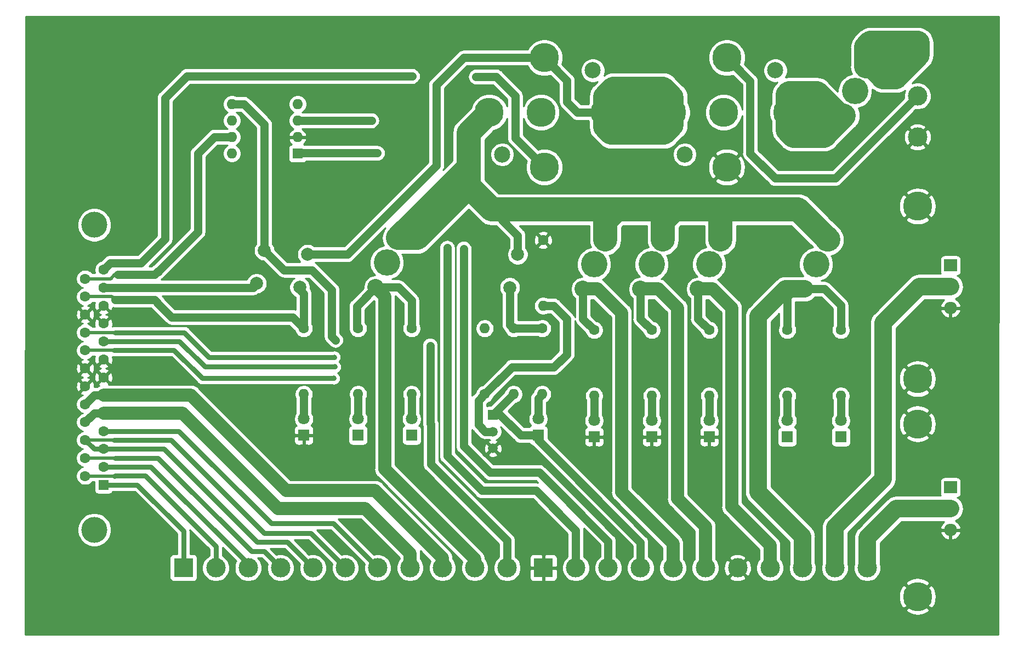
<source format=gbr>
%TF.GenerationSoftware,KiCad,Pcbnew,(5.1.6)-1*%
%TF.CreationDate,2022-10-06T16:18:31-07:00*%
%TF.ProjectId,Buggly Gruesome Aux,42756767-6c79-4204-9772-7565736f6d65,rev?*%
%TF.SameCoordinates,Original*%
%TF.FileFunction,Copper,L1,Top*%
%TF.FilePolarity,Positive*%
%FSLAX46Y46*%
G04 Gerber Fmt 4.6, Leading zero omitted, Abs format (unit mm)*
G04 Created by KiCad (PCBNEW (5.1.6)-1) date 2022-10-06 16:18:31*
%MOMM*%
%LPD*%
G01*
G04 APERTURE LIST*
%TA.AperFunction,ComponentPad*%
%ADD10C,4.000000*%
%TD*%
%TA.AperFunction,ComponentPad*%
%ADD11C,1.600000*%
%TD*%
%TA.AperFunction,ComponentPad*%
%ADD12R,1.600000X1.600000*%
%TD*%
%TA.AperFunction,ComponentPad*%
%ADD13O,2.000000X1.905000*%
%TD*%
%TA.AperFunction,ComponentPad*%
%ADD14R,2.000000X1.905000*%
%TD*%
%TA.AperFunction,ComponentPad*%
%ADD15O,1.600000X1.600000*%
%TD*%
%TA.AperFunction,ComponentPad*%
%ADD16R,1.500000X1.500000*%
%TD*%
%TA.AperFunction,ComponentPad*%
%ADD17C,1.500000*%
%TD*%
%TA.AperFunction,ComponentPad*%
%ADD18C,2.500000*%
%TD*%
%TA.AperFunction,ComponentPad*%
%ADD19C,4.500000*%
%TD*%
%TA.AperFunction,ComponentPad*%
%ADD20C,3.000000*%
%TD*%
%TA.AperFunction,ComponentPad*%
%ADD21R,3.000000X3.000000*%
%TD*%
%TA.AperFunction,ComponentPad*%
%ADD22C,2.540000*%
%TD*%
%TA.AperFunction,ComponentPad*%
%ADD23C,4.064000*%
%TD*%
%TA.AperFunction,ComponentPad*%
%ADD24C,2.010000*%
%TD*%
%TA.AperFunction,ComponentPad*%
%ADD25C,1.800000*%
%TD*%
%TA.AperFunction,ComponentPad*%
%ADD26R,1.800000X1.800000*%
%TD*%
%TA.AperFunction,ViaPad*%
%ADD27C,0.800000*%
%TD*%
%TA.AperFunction,Conductor*%
%ADD28C,1.250000*%
%TD*%
%TA.AperFunction,Conductor*%
%ADD29C,3.750000*%
%TD*%
%TA.AperFunction,Conductor*%
%ADD30C,0.500000*%
%TD*%
%TA.AperFunction,Conductor*%
%ADD31C,0.750000*%
%TD*%
%TA.AperFunction,Conductor*%
%ADD32C,2.000000*%
%TD*%
%TA.AperFunction,Conductor*%
%ADD33C,2.750000*%
%TD*%
%TA.AperFunction,Conductor*%
%ADD34C,0.254000*%
%TD*%
G04 APERTURE END LIST*
D10*
%TO.P,J1,0*%
%TO.N,N/C*%
X67165080Y-115532780D03*
X67165080Y-68432780D03*
D11*
%TO.P,J1,25*%
%TO.N,VRout*%
X65745080Y-76747780D03*
%TO.P,J1,24*%
%TO.N,ECU*%
X65745080Y-79517780D03*
%TO.P,J1,23*%
%TO.N,EGO-*%
X65745080Y-82287780D03*
%TO.P,J1,22*%
%TO.N,TachOut*%
X65745080Y-85057780D03*
%TO.P,J1,21*%
%TO.N,SpkB*%
X65745080Y-87827780D03*
%TO.P,J1,20*%
%TO.N,EGO-*%
X65745080Y-90597780D03*
%TO.P,J1,19*%
X65745080Y-93367780D03*
%TO.P,J1,18*%
%TO.N,Inj2-*%
X65745080Y-96137780D03*
%TO.P,J1,17*%
%TO.N,Inj1-*%
X65745080Y-98907780D03*
%TO.P,J1,16*%
%TO.N,SigRtn*%
X65745080Y-101677780D03*
%TO.P,J1,15*%
%TO.N,TPS*%
X65745080Y-104447780D03*
%TO.P,J1,14*%
%TO.N,CLT*%
X65745080Y-107217780D03*
%TO.P,J1,13*%
%TO.N,ASD*%
X68585080Y-75362780D03*
%TO.P,J1,12*%
%TO.N,Net-(F1-Pad1)*%
X68585080Y-78132780D03*
%TO.P,J1,11*%
%TO.N,EGO-*%
X68585080Y-80902780D03*
%TO.P,J1,10*%
X68585080Y-83672780D03*
%TO.P,J1,9*%
%TO.N,SpkA*%
X68585080Y-86442780D03*
%TO.P,J1,8*%
%TO.N,EGO-*%
X68585080Y-89212780D03*
%TO.P,J1,7*%
X68585080Y-91982780D03*
%TO.P,J1,6*%
%TO.N,Inj2-*%
X68585080Y-94752780D03*
%TO.P,J1,5*%
%TO.N,Inj1-*%
X68585080Y-97522780D03*
%TO.P,J1,4*%
%TO.N,Idle-*%
X68585080Y-100292780D03*
%TO.P,J1,3*%
%TO.N,SigRtn*%
X68585080Y-103062780D03*
%TO.P,J1,2*%
%TO.N,O2*%
X68585080Y-105832780D03*
D12*
%TO.P,J1,1*%
%TO.N,MAT*%
X68585080Y-108602780D03*
%TD*%
D13*
%TO.P,Q3,3*%
%TO.N,EGO-*%
X199390000Y-115570000D03*
%TO.P,Q3,2*%
%TO.N,CoilB*%
X199390000Y-112268000D03*
D14*
%TO.P,Q3,1*%
%TO.N,SpkB*%
X199390000Y-108966000D03*
%TD*%
D13*
%TO.P,Q2,3*%
%TO.N,EGO-*%
X199390000Y-81280000D03*
%TO.P,Q2,2*%
%TO.N,CoilA*%
X199390000Y-77978000D03*
D14*
%TO.P,Q2,1*%
%TO.N,SpkA*%
X199390000Y-74676000D03*
%TD*%
D15*
%TO.P,R12,2*%
%TO.N,Net-(Q1-Pad2)*%
X136466580Y-80932020D03*
D11*
%TO.P,R12,1*%
%TO.N,EGO-*%
X136466580Y-70772020D03*
%TD*%
D12*
%TO.P,U1,1*%
%TO.N,VR-*%
X98552000Y-57404000D03*
D15*
%TO.P,U1,5*%
%TO.N,5Vlt*%
X88392000Y-49784000D03*
%TO.P,U1,2*%
%TO.N,EGO-*%
X98552000Y-54864000D03*
%TO.P,U1,6*%
%TO.N,Net-(U1-Pad6)*%
X88392000Y-52324000D03*
%TO.P,U1,3*%
%TO.N,VR+*%
X98552000Y-52324000D03*
%TO.P,U1,7*%
%TO.N,VRout*%
X88392000Y-54864000D03*
%TO.P,U1,4*%
%TO.N,Net-(U1-Pad4)*%
X98552000Y-49784000D03*
%TO.P,U1,8*%
%TO.N,Net-(U1-Pad8)*%
X88392000Y-57404000D03*
%TD*%
%TO.P,R11,2*%
%TO.N,Net-(D9-Pad2)*%
X162128200Y-94843600D03*
D11*
%TO.P,R11,1*%
%TO.N,EGO+*%
X162128200Y-84683600D03*
%TD*%
D15*
%TO.P,R10,2*%
%TO.N,Net-(D8-Pad2)*%
X153238200Y-94843600D03*
D11*
%TO.P,R10,1*%
%TO.N,Idle+*%
X153238200Y-84683600D03*
%TD*%
D15*
%TO.P,R9,2*%
%TO.N,Net-(D7-Pad2)*%
X144348200Y-94843600D03*
D11*
%TO.P,R9,1*%
%TO.N,FlPmp*%
X144348200Y-84683600D03*
%TD*%
D15*
%TO.P,R8,2*%
%TO.N,Net-(D6-Pad2)*%
X182448200Y-94843600D03*
D11*
%TO.P,R8,1*%
%TO.N,Coils+*%
X182448200Y-84683600D03*
%TD*%
D15*
%TO.P,R7,2*%
%TO.N,Net-(D5-Pad2)*%
X174193200Y-94843600D03*
D11*
%TO.P,R7,1*%
%TO.N,Coils+*%
X174193200Y-84683600D03*
%TD*%
D15*
%TO.P,R6,2*%
%TO.N,Net-(D4-Pad2)*%
X116154200Y-94589600D03*
D11*
%TO.P,R6,1*%
%TO.N,Injs+*%
X116154200Y-84429600D03*
%TD*%
D15*
%TO.P,R5,2*%
%TO.N,Net-(D3-Pad2)*%
X107899200Y-94589600D03*
D11*
%TO.P,R5,1*%
%TO.N,Injs+*%
X107899200Y-84429600D03*
%TD*%
D15*
%TO.P,R4,2*%
%TO.N,Net-(D2-Pad2)*%
X136347200Y-94589600D03*
D11*
%TO.P,R4,1*%
%TO.N,Net-(F4-Pad2)*%
X136347200Y-84429600D03*
%TD*%
D15*
%TO.P,R3,2*%
%TO.N,Tach*%
X131902200Y-94589600D03*
D11*
%TO.P,R3,1*%
%TO.N,Net-(F4-Pad2)*%
X131902200Y-84429600D03*
%TD*%
D15*
%TO.P,R2,2*%
%TO.N,TachOut*%
X127457200Y-84429600D03*
D11*
%TO.P,R2,1*%
%TO.N,Net-(Q1-Pad2)*%
X127457200Y-94589600D03*
%TD*%
D15*
%TO.P,R1,2*%
%TO.N,Net-(D1-Pad2)*%
X99517200Y-94589600D03*
D11*
%TO.P,R1,1*%
%TO.N,ECU*%
X99517200Y-84429600D03*
%TD*%
D16*
%TO.P,Q1,1*%
%TO.N,Tach*%
X128727200Y-97764600D03*
D17*
%TO.P,Q1,3*%
%TO.N,EGO-*%
X128727200Y-102964600D03*
%TO.P,Q1,2*%
%TO.N,Net-(Q1-Pad2)*%
X128727200Y-100364600D03*
%TD*%
D18*
%TO.P,K2,*%
%TO.N,*%
X130150000Y-57554000D03*
X144150000Y-44554000D03*
D19*
%TO.P,K2,86*%
%TO.N,Net-(F2-Pad2)*%
X136650000Y-42604000D03*
%TO.P,K2,85*%
%TO.N,ASD*%
X136650000Y-59504000D03*
%TO.P,K2,87*%
%TO.N,Net-(F4-Pad1)*%
X128150000Y-51054000D03*
%TO.P,K2,87A*%
%TO.N,Net-(K2-Pad87A)*%
X136150000Y-51054000D03*
%TO.P,K2,30*%
%TO.N,Net-(F2-Pad2)*%
X146050000Y-51054000D03*
%TD*%
D18*
%TO.P,K1,*%
%TO.N,*%
X158344000Y-57554000D03*
X172344000Y-44554000D03*
D19*
%TO.P,K1,86*%
%TO.N,12VoltSwitched*%
X164844000Y-42604000D03*
%TO.P,K1,85*%
%TO.N,EGO-*%
X164844000Y-59504000D03*
%TO.P,K1,87*%
%TO.N,Net-(F2-Pad2)*%
X156344000Y-51054000D03*
%TO.P,K1,87A*%
%TO.N,Net-(K1-Pad87A)*%
X164344000Y-51054000D03*
%TO.P,K1,30*%
%TO.N,Net-(F3-Pad1)*%
X174244000Y-51054000D03*
%TD*%
D20*
%TO.P,J4,3*%
%TO.N,EGO-*%
X194310000Y-54864000D03*
%TO.P,J4,2*%
%TO.N,12VoltSwitched*%
X194310000Y-48514000D03*
%TO.P,J4,1*%
%TO.N,12VoltUnswitched*%
X194310000Y-42164000D03*
%TD*%
D21*
%TO.P,J3,1*%
%TO.N,EGO-*%
X136518600Y-121412000D03*
D20*
%TO.P,J3,11*%
%TO.N,CoilB*%
X186518600Y-121412000D03*
%TO.P,J3,10*%
%TO.N,CoilA*%
X181518600Y-121412000D03*
%TO.P,J3,9*%
%TO.N,Coils+*%
X176518600Y-121412000D03*
%TO.P,J3,8*%
%TO.N,EGO+*%
X171518600Y-121412000D03*
%TO.P,J3,7*%
%TO.N,EGO-*%
X166518600Y-121412000D03*
%TO.P,J3,2*%
%TO.N,VR-*%
X141518600Y-121412000D03*
%TO.P,J3,3*%
%TO.N,VR+*%
X146518600Y-121412000D03*
%TO.P,J3,4*%
%TO.N,Tach*%
X151518600Y-121412000D03*
%TO.P,J3,5*%
%TO.N,FlPmp*%
X156518600Y-121412000D03*
%TO.P,J3,6*%
%TO.N,Idle+*%
X161518600Y-121412000D03*
%TD*%
D21*
%TO.P,J2,1*%
%TO.N,MAT*%
X80918000Y-121412000D03*
D20*
%TO.P,J2,11*%
%TO.N,5Vlt*%
X130918000Y-121412000D03*
%TO.P,J2,10*%
%TO.N,Injs+*%
X125918000Y-121412000D03*
%TO.P,J2,9*%
%TO.N,Inj2-*%
X120918000Y-121412000D03*
%TO.P,J2,8*%
%TO.N,Inj1-*%
X115918000Y-121412000D03*
%TO.P,J2,7*%
%TO.N,Idle-*%
X110918000Y-121412000D03*
%TO.P,J2,2*%
%TO.N,CLT*%
X85918000Y-121412000D03*
%TO.P,J2,3*%
%TO.N,O2*%
X90918000Y-121412000D03*
%TO.P,J2,4*%
%TO.N,TPS*%
X95918000Y-121412000D03*
%TO.P,J2,5*%
%TO.N,SigRtn*%
X100918000Y-121412000D03*
%TO.P,J2,6*%
X105918000Y-121412000D03*
%TD*%
D19*
%TO.P,HS2,2*%
%TO.N,EGO-*%
X194310000Y-99187000D03*
%TO.P,HS2,1*%
X194310000Y-125857000D03*
%TD*%
%TO.P,HS1,2*%
%TO.N,EGO-*%
X194310000Y-65532000D03*
%TO.P,HS1,1*%
X194310000Y-92202000D03*
%TD*%
D22*
%TO.P,F9,1*%
%TO.N,Net-(F4-Pad1)*%
X163855400Y-70713600D03*
%TO.P,F9,2*%
%TO.N,EGO+*%
X160401000Y-78333600D03*
D23*
%TO.P,F9,*%
%TO.N,*%
X162128200Y-74523600D03*
%TD*%
D22*
%TO.P,F8,1*%
%TO.N,Net-(F4-Pad1)*%
X154965400Y-70713600D03*
%TO.P,F8,2*%
%TO.N,Idle+*%
X151511000Y-78333600D03*
D23*
%TO.P,F8,*%
%TO.N,*%
X153238200Y-74523600D03*
%TD*%
D22*
%TO.P,F7,1*%
%TO.N,Net-(F4-Pad1)*%
X146075400Y-70713600D03*
%TO.P,F7,2*%
%TO.N,FlPmp*%
X142621000Y-78333600D03*
D23*
%TO.P,F7,*%
%TO.N,*%
X144348200Y-74523600D03*
%TD*%
D22*
%TO.P,F6,1*%
%TO.N,Net-(F4-Pad1)*%
X180365400Y-70713600D03*
%TO.P,F6,2*%
%TO.N,Coils+*%
X176911000Y-78333600D03*
D23*
%TO.P,F6,*%
%TO.N,*%
X178638200Y-74523600D03*
%TD*%
D22*
%TO.P,F5,1*%
%TO.N,Net-(F4-Pad1)*%
X114071400Y-70459600D03*
%TO.P,F5,2*%
%TO.N,Injs+*%
X110617000Y-78079600D03*
D23*
%TO.P,F5,*%
%TO.N,*%
X112344200Y-74269600D03*
%TD*%
D24*
%TO.P,F4,2*%
%TO.N,Net-(F4-Pad2)*%
X131337200Y-78099600D03*
%TO.P,F4,1*%
%TO.N,Net-(F4-Pad1)*%
X132537200Y-72999600D03*
%TD*%
D22*
%TO.P,F3,1*%
%TO.N,Net-(F3-Pad1)*%
X182930800Y-51562000D03*
%TO.P,F3,2*%
%TO.N,12VoltUnswitched*%
X186385200Y-43942000D03*
D23*
%TO.P,F3,*%
%TO.N,*%
X184658000Y-47752000D03*
%TD*%
D24*
%TO.P,F2,2*%
%TO.N,Net-(F2-Pad2)*%
X100082200Y-72979600D03*
%TO.P,F2,1*%
%TO.N,ECU*%
X98882200Y-78079600D03*
%TD*%
%TO.P,F1,2*%
%TO.N,5Vlt*%
X93402000Y-72370000D03*
%TO.P,F1,1*%
%TO.N,Net-(F1-Pad1)*%
X92202000Y-77470000D03*
%TD*%
D25*
%TO.P,D9,2*%
%TO.N,Net-(D9-Pad2)*%
X162128200Y-98653600D03*
D26*
%TO.P,D9,1*%
%TO.N,EGO-*%
X162128200Y-101193600D03*
%TD*%
D25*
%TO.P,D8,2*%
%TO.N,Net-(D8-Pad2)*%
X153238200Y-98653600D03*
D26*
%TO.P,D8,1*%
%TO.N,EGO-*%
X153238200Y-101193600D03*
%TD*%
D25*
%TO.P,D7,2*%
%TO.N,Net-(D7-Pad2)*%
X144348200Y-98653600D03*
D26*
%TO.P,D7,1*%
%TO.N,EGO-*%
X144348200Y-101193600D03*
%TD*%
D25*
%TO.P,D6,2*%
%TO.N,Net-(D6-Pad2)*%
X182448200Y-98653600D03*
D26*
%TO.P,D6,1*%
%TO.N,CoilB*%
X182448200Y-101193600D03*
%TD*%
D25*
%TO.P,D5,2*%
%TO.N,Net-(D5-Pad2)*%
X174193200Y-98653600D03*
D26*
%TO.P,D5,1*%
%TO.N,CoilA*%
X174193200Y-101193600D03*
%TD*%
D25*
%TO.P,D4,2*%
%TO.N,Net-(D4-Pad2)*%
X116154200Y-98399600D03*
D26*
%TO.P,D4,1*%
%TO.N,Inj2-*%
X116154200Y-100939600D03*
%TD*%
D25*
%TO.P,D3,2*%
%TO.N,Net-(D3-Pad2)*%
X107899200Y-98399600D03*
D26*
%TO.P,D3,1*%
%TO.N,Inj1-*%
X107899200Y-100939600D03*
%TD*%
D25*
%TO.P,D2,2*%
%TO.N,Net-(D2-Pad2)*%
X135712200Y-98399600D03*
D26*
%TO.P,D2,1*%
%TO.N,Tach*%
X135712200Y-100939600D03*
%TD*%
D25*
%TO.P,D1,2*%
%TO.N,Net-(D1-Pad2)*%
X99517200Y-98399600D03*
D26*
%TO.P,D1,1*%
%TO.N,EGO-*%
X99517200Y-100939600D03*
%TD*%
D27*
%TO.N,SpkB*%
X104134920Y-92143580D03*
%TO.N,TachOut*%
X104223820Y-88856820D03*
%TO.N,SpkA*%
X104312720Y-90365580D03*
%TO.N,VR+*%
X124206000Y-72326500D03*
X109976920Y-52298600D03*
%TO.N,VR-*%
X121650760Y-71988680D03*
X110843060Y-57322720D03*
%TO.N,EGO-*%
X95907860Y-78935580D03*
X85250020Y-80152240D03*
X85148420Y-73860660D03*
X88244680Y-62948820D03*
X91137740Y-54980840D03*
%TO.N,5Vlt*%
X119011700Y-87091520D03*
X104396540Y-86230460D03*
%TO.N,ASD*%
X116245640Y-45453300D03*
X126105920Y-45542200D03*
%TD*%
D28*
%TO.N,Net-(D1-Pad2)*%
X99517200Y-94589600D02*
X99517200Y-98399600D01*
%TO.N,Net-(D2-Pad2)*%
X135712200Y-95224600D02*
X136347200Y-94589600D01*
X135712200Y-98399600D02*
X135712200Y-95224600D01*
%TO.N,Net-(D3-Pad2)*%
X107899200Y-94589600D02*
X107899200Y-98399600D01*
%TO.N,Net-(D4-Pad2)*%
X116154200Y-94589600D02*
X116154200Y-98399600D01*
%TO.N,Net-(D5-Pad2)*%
X174193200Y-94843600D02*
X174193200Y-98653600D01*
%TO.N,Net-(D6-Pad2)*%
X182448200Y-94843600D02*
X182448200Y-98653600D01*
%TO.N,Net-(D7-Pad2)*%
X144348200Y-94843600D02*
X144348200Y-98653600D01*
%TO.N,Net-(D8-Pad2)*%
X153238200Y-94843600D02*
X153238200Y-98653600D01*
%TO.N,Net-(D9-Pad2)*%
X162128200Y-94843600D02*
X162128200Y-98653600D01*
%TO.N,Net-(F1-Pad1)*%
X68602860Y-78115000D02*
X68585080Y-78132780D01*
X91696700Y-78115000D02*
X68602860Y-78115000D01*
X92202000Y-77470000D02*
X92202000Y-77609700D01*
X92202000Y-77609700D02*
X91696700Y-78115000D01*
%TO.N,Net-(F2-Pad2)*%
X100082200Y-72979600D02*
X106247880Y-72979600D01*
X106247880Y-72979600D02*
X119976900Y-59250580D01*
X119976900Y-59250580D02*
X119976900Y-46814740D01*
X124187640Y-42604000D02*
X136650000Y-42604000D01*
X119976900Y-46814740D02*
X124187640Y-42604000D01*
X136650000Y-42604000D02*
X140162280Y-46116280D01*
X140162280Y-46116280D02*
X140162280Y-49438560D01*
X141777720Y-51054000D02*
X146050000Y-51054000D01*
X140162280Y-49438560D02*
X141777720Y-51054000D01*
D29*
X156344000Y-51054000D02*
X146050000Y-51054000D01*
X156344000Y-51054000D02*
X156344000Y-48719120D01*
X156344000Y-48719120D02*
X154985720Y-47360840D01*
X154985720Y-47360840D02*
X147347940Y-47360840D01*
X146050000Y-48658780D02*
X146050000Y-51054000D01*
X147347940Y-47360840D02*
X146050000Y-48658780D01*
X156344000Y-51054000D02*
X156344000Y-53018040D01*
X156344000Y-53018040D02*
X155160980Y-54201060D01*
X155160980Y-54201060D02*
X146992340Y-54201060D01*
X146050000Y-53258720D02*
X146050000Y-51054000D01*
X146992340Y-54201060D02*
X146050000Y-53258720D01*
D28*
%TO.N,ECU*%
X98882200Y-78079600D02*
X98882200Y-78452980D01*
X99517200Y-79087980D02*
X99517200Y-84429600D01*
X98882200Y-78452980D02*
X99517200Y-79087980D01*
X76890880Y-80464660D02*
X79100680Y-82674460D01*
X97762060Y-82674460D02*
X99517200Y-84429600D01*
X79100680Y-82674460D02*
X97762060Y-82674460D01*
D30*
X65745080Y-79517780D02*
X69886100Y-79517780D01*
X69886100Y-79517780D02*
X70352920Y-79984600D01*
D28*
X76890880Y-80464660D02*
X76890880Y-80383380D01*
X76492100Y-79984600D02*
X70352920Y-79984600D01*
X76890880Y-80383380D02*
X76492100Y-79984600D01*
D29*
%TO.N,Net-(F3-Pad1)*%
X182930800Y-51562000D02*
X182189120Y-51562000D01*
X182189120Y-51562000D02*
X178699160Y-48072040D01*
X182930800Y-51562000D02*
X179849780Y-54643020D01*
X179849780Y-54643020D02*
X175145700Y-54643020D01*
X174244000Y-53741320D02*
X174244000Y-51054000D01*
X175145700Y-54643020D02*
X174244000Y-53741320D01*
X178699160Y-48072040D02*
X174523400Y-48072040D01*
X174244000Y-48351440D02*
X174244000Y-51054000D01*
X174523400Y-48072040D02*
X174244000Y-48351440D01*
X174752000Y-51562000D02*
X174244000Y-51054000D01*
X182930800Y-51562000D02*
X174752000Y-51562000D01*
%TO.N,12VoltUnswitched*%
X188163200Y-42164000D02*
X186385200Y-43942000D01*
X194310000Y-42164000D02*
X188163200Y-42164000D01*
X186385200Y-43942000D02*
X187358020Y-43942000D01*
X187358020Y-43942000D02*
X189001400Y-45585380D01*
X189001400Y-45585380D02*
X190954660Y-45585380D01*
X190954660Y-45519340D02*
X194310000Y-42164000D01*
X190954660Y-45585380D02*
X190954660Y-45519340D01*
X194310000Y-42164000D02*
X194310000Y-40325040D01*
X186385200Y-43942000D02*
X186385200Y-41005760D01*
X187065920Y-40325040D02*
X194310000Y-40325040D01*
X186385200Y-41005760D02*
X187065920Y-40325040D01*
D28*
%TO.N,Net-(F4-Pad2)*%
X131337200Y-83864600D02*
X131902200Y-84429600D01*
X131337200Y-78099600D02*
X131337200Y-83864600D01*
X136347200Y-84429600D02*
X131902200Y-84429600D01*
D29*
%TO.N,Net-(F4-Pad1)*%
X180365400Y-70713600D02*
X180492400Y-70713600D01*
X180492400Y-70713600D02*
X175818800Y-66040000D01*
X128524000Y-66040000D02*
X124968000Y-62484000D01*
X124968000Y-54236000D02*
X128150000Y-51054000D01*
X124968000Y-62484000D02*
X124968000Y-54236000D01*
X163855400Y-70713600D02*
X163855400Y-67081400D01*
X163855400Y-67081400D02*
X162814000Y-66040000D01*
X175818800Y-66040000D02*
X162814000Y-66040000D01*
X154965400Y-70713600D02*
X154965400Y-67792600D01*
X162814000Y-66040000D02*
X156718000Y-66040000D01*
X154965400Y-67792600D02*
X156718000Y-66040000D01*
X146075400Y-70713600D02*
X146075400Y-67792600D01*
X146075400Y-67792600D02*
X147828000Y-66040000D01*
X156718000Y-66040000D02*
X147828000Y-66040000D01*
X147828000Y-66040000D02*
X128524000Y-66040000D01*
X116992400Y-70459600D02*
X124968000Y-62484000D01*
X114071400Y-70459600D02*
X116992400Y-70459600D01*
D28*
X132537200Y-70053200D02*
X128524000Y-66040000D01*
X132537200Y-72999600D02*
X132537200Y-70053200D01*
D29*
X124968000Y-59563000D02*
X124968000Y-54236000D01*
X114071400Y-70459600D02*
X124968000Y-59563000D01*
D30*
%TO.N,SpkB*%
X65745080Y-87827780D02*
X70218640Y-87827780D01*
D31*
X70236420Y-87810000D02*
X70218640Y-87827780D01*
X79466100Y-87810000D02*
X70236420Y-87810000D01*
X104134920Y-92143580D02*
X83799680Y-92143580D01*
X83799680Y-92143580D02*
X79466100Y-87810000D01*
D30*
%TO.N,TachOut*%
X65745080Y-85057780D02*
X70349580Y-85057780D01*
D31*
X81047120Y-85040000D02*
X70367360Y-85040000D01*
X70367360Y-85040000D02*
X70349580Y-85057780D01*
X104223820Y-88856820D02*
X84863940Y-88856820D01*
X84863940Y-88856820D02*
X81047120Y-85040000D01*
%TO.N,SigRtn*%
X79015900Y-101660000D02*
X75124000Y-101660000D01*
X93433900Y-116078000D02*
X79015900Y-101660000D01*
X105918000Y-121412000D02*
X100584000Y-116078000D01*
X100584000Y-116078000D02*
X93433900Y-116078000D01*
D30*
X65745080Y-101677780D02*
X70240200Y-101677780D01*
D31*
X70257980Y-101660000D02*
X70240200Y-101677780D01*
X71817800Y-101660000D02*
X70257980Y-101660000D01*
X75124000Y-101660000D02*
X71817800Y-101660000D01*
X77893920Y-103045000D02*
X68602860Y-103045000D01*
X68602860Y-103045000D02*
X68585080Y-103062780D01*
X100918000Y-121412000D02*
X96914960Y-117408960D01*
X92257880Y-117408960D02*
X77893920Y-103045000D01*
X96914960Y-117408960D02*
X92257880Y-117408960D01*
X67130080Y-103062780D02*
X65745080Y-101677780D01*
X68585080Y-103062780D02*
X67130080Y-103062780D01*
D30*
%TO.N,TPS*%
X65745080Y-104447780D02*
X70355020Y-104447780D01*
D31*
X70372800Y-104430000D02*
X70355020Y-104447780D01*
X91440000Y-118872000D02*
X76998000Y-104430000D01*
X95918000Y-121412000D02*
X93378000Y-118872000D01*
X76998000Y-104430000D02*
X70372800Y-104430000D01*
X93378000Y-118872000D02*
X91440000Y-118872000D01*
%TO.N,CLT*%
X85918000Y-121412000D02*
X85918000Y-118120120D01*
X74985880Y-107188000D02*
X74676000Y-107188000D01*
X85918000Y-118120120D02*
X74985880Y-107188000D01*
D30*
X65745080Y-107217780D02*
X70298880Y-107217780D01*
D31*
X70328660Y-107188000D02*
X70298880Y-107217780D01*
X74985880Y-107188000D02*
X70328660Y-107188000D01*
%TO.N,SpkA*%
X68602860Y-86425000D02*
X68585080Y-86442780D01*
X80301060Y-86425000D02*
X68602860Y-86425000D01*
X104312720Y-90365580D02*
X84241640Y-90365580D01*
X84241640Y-90365580D02*
X80301060Y-86425000D01*
D28*
%TO.N,VRout*%
X77043280Y-75643740D02*
X77043280Y-75605640D01*
X77043280Y-75605640D02*
X83131660Y-69517260D01*
X83131660Y-69517260D02*
X83131660Y-57386220D01*
X85653880Y-54864000D02*
X88392000Y-54864000D01*
X83131660Y-57386220D02*
X85653880Y-54864000D01*
X77043280Y-75605640D02*
X76962000Y-75605640D01*
X76962000Y-75605640D02*
X76441300Y-76126340D01*
X76441300Y-76126340D02*
X70810120Y-76126340D01*
D30*
X65745080Y-76747780D02*
X69680680Y-76747780D01*
X70302120Y-76126340D02*
X70810120Y-76126340D01*
X69680680Y-76747780D02*
X70302120Y-76126340D01*
D31*
%TO.N,O2*%
X68602860Y-105815000D02*
X68585080Y-105832780D01*
X90918000Y-120836660D02*
X75895200Y-105813860D01*
X90918000Y-121412000D02*
X90918000Y-120836660D01*
X75895200Y-105813860D02*
X75322140Y-105813860D01*
X75322140Y-105813860D02*
X75321000Y-105815000D01*
X75321000Y-105815000D02*
X68602860Y-105815000D01*
%TO.N,MAT*%
X73794620Y-108585000D02*
X68602860Y-108585000D01*
X68602860Y-108585000D02*
X68585080Y-108602780D01*
X80918000Y-121412000D02*
X80918000Y-115708380D01*
X80918000Y-115708380D02*
X73794620Y-108585000D01*
D28*
%TO.N,VR+*%
X146518600Y-121412000D02*
X146518600Y-117308600D01*
X146518600Y-117308600D02*
X136652000Y-107442000D01*
X136652000Y-107442000D02*
X136144000Y-106934000D01*
X136144000Y-106934000D02*
X135890000Y-106680000D01*
X135890000Y-106680000D02*
X128270000Y-106680000D01*
X128270000Y-106680000D02*
X124206000Y-102616000D01*
X124206000Y-102616000D02*
X124206000Y-81026000D01*
X124206000Y-81026000D02*
X124206000Y-72326500D01*
X124206000Y-72326500D02*
X124206000Y-72108060D01*
X98577400Y-52298600D02*
X98552000Y-52324000D01*
X109976920Y-52298600D02*
X98577400Y-52298600D01*
%TO.N,VR-*%
X141518600Y-121412000D02*
X141518600Y-115610600D01*
X141518600Y-115610600D02*
X135382000Y-109474000D01*
X135382000Y-109474000D02*
X127000000Y-109474000D01*
X127000000Y-109474000D02*
X121666000Y-104140000D01*
X121666000Y-104140000D02*
X121666000Y-81026000D01*
X121666000Y-81026000D02*
X121666000Y-72003920D01*
X121666000Y-72003920D02*
X121650760Y-71988680D01*
X98633280Y-57322720D02*
X98552000Y-57404000D01*
X110843060Y-57322720D02*
X98633280Y-57322720D01*
%TO.N,12VoltSwitched*%
X181599840Y-61224160D02*
X194310000Y-48514000D01*
X172267880Y-61224160D02*
X181599840Y-61224160D01*
X168450260Y-57406540D02*
X172267880Y-61224160D01*
X164844000Y-42604000D02*
X168450260Y-46210260D01*
X168450260Y-46210260D02*
X168450260Y-57406540D01*
%TO.N,Net-(Q1-Pad2)*%
X126492000Y-99314000D02*
X127542600Y-100364600D01*
X127457200Y-94589600D02*
X126492000Y-95554800D01*
X127542600Y-100364600D02*
X128727200Y-100364600D01*
X126492000Y-95554800D02*
X126492000Y-99314000D01*
X127457200Y-94589600D02*
X131643120Y-90403680D01*
X131643120Y-90403680D02*
X138142980Y-90403680D01*
X138142980Y-90403680D02*
X140121640Y-88425020D01*
X140121640Y-88425020D02*
X140121640Y-82943700D01*
X138109960Y-80932020D02*
X136466580Y-80932020D01*
X140121640Y-82943700D02*
X138109960Y-80932020D01*
D32*
%TO.N,Inj1-*%
X115918000Y-119220000D02*
X108966000Y-112268000D01*
X80741000Y-97505000D02*
X68602860Y-97505000D01*
X68602860Y-97505000D02*
X68585080Y-97522780D01*
X115918000Y-121412000D02*
X115918000Y-119220000D01*
X108966000Y-112268000D02*
X95504000Y-112268000D01*
X95504000Y-112268000D02*
X80741000Y-97505000D01*
D28*
X67130080Y-97522780D02*
X65745080Y-98907780D01*
X68585080Y-97522780D02*
X67130080Y-97522780D01*
D32*
%TO.N,Inj2-*%
X68602860Y-94735000D02*
X68585080Y-94752780D01*
X120918000Y-119902000D02*
X110490000Y-109474000D01*
X82035000Y-94735000D02*
X68602860Y-94735000D01*
X120918000Y-121412000D02*
X120918000Y-119902000D01*
X110490000Y-109474000D02*
X96774000Y-109474000D01*
X96774000Y-109474000D02*
X82035000Y-94735000D01*
D28*
X67130080Y-94752780D02*
X65745080Y-96137780D01*
X68585080Y-94752780D02*
X67130080Y-94752780D01*
D33*
%TO.N,CoilA*%
X194564000Y-77978000D02*
X199390000Y-77978000D01*
X181518600Y-121412000D02*
X181518600Y-115153400D01*
X188976000Y-83566000D02*
X194564000Y-77978000D01*
X188976000Y-107696000D02*
X188976000Y-83566000D01*
X181518600Y-115153400D02*
X188976000Y-107696000D01*
%TO.N,CoilB*%
X186518600Y-121412000D02*
X186518600Y-116757400D01*
X186518600Y-116757400D02*
X191008000Y-112268000D01*
X191008000Y-112268000D02*
X199390000Y-112268000D01*
D28*
%TO.N,5Vlt*%
X130918000Y-121412000D02*
X130918000Y-117202000D01*
X130918000Y-117202000D02*
X119126000Y-105410000D01*
X88392000Y-49784000D02*
X90276680Y-49784000D01*
X93402000Y-52909320D02*
X93402000Y-72370000D01*
X90276680Y-49784000D02*
X93402000Y-52909320D01*
X119011700Y-99102460D02*
X119011700Y-87091520D01*
X119126000Y-105410000D02*
X119126000Y-99216760D01*
X119126000Y-99216760D02*
X119011700Y-99102460D01*
X104396540Y-86230460D02*
X103837740Y-85671660D01*
X103837740Y-85671660D02*
X103837740Y-78493620D01*
X103837740Y-78493620D02*
X100741480Y-75397360D01*
X96429360Y-75397360D02*
X93402000Y-72370000D01*
X100741480Y-75397360D02*
X96429360Y-75397360D01*
D32*
%TO.N,Injs+*%
X112014000Y-106172000D02*
X125918000Y-120076000D01*
X125918000Y-120076000D02*
X125918000Y-121412000D01*
X110617000Y-78079600D02*
X112014000Y-79476600D01*
X112014000Y-79476600D02*
X112014000Y-106172000D01*
D31*
X107696000Y-84226400D02*
X107899200Y-84429600D01*
D28*
X110617000Y-78079600D02*
X107688380Y-81008220D01*
X107688380Y-84218780D02*
X107899200Y-84429600D01*
X107688380Y-81008220D02*
X107688380Y-84218780D01*
X110617000Y-78079600D02*
X114139980Y-78079600D01*
X116154200Y-80093820D02*
X116154200Y-84429600D01*
X114139980Y-78079600D02*
X116154200Y-80093820D01*
%TO.N,Coils+*%
X176911000Y-78333600D02*
X175412400Y-78333600D01*
X174193200Y-79552800D02*
X174193200Y-84683600D01*
X175412400Y-78333600D02*
X174193200Y-79552800D01*
X176911000Y-78333600D02*
X179933600Y-78333600D01*
X182448200Y-80848200D02*
X182448200Y-84683600D01*
X179933600Y-78333600D02*
X182448200Y-80848200D01*
D33*
X176911000Y-78333600D02*
X173888400Y-78333600D01*
X173888400Y-78333600D02*
X169672000Y-82550000D01*
X169672000Y-82550000D02*
X169672000Y-109728000D01*
X176518600Y-116574600D02*
X176518600Y-121412000D01*
X169672000Y-109728000D02*
X176518600Y-116574600D01*
D32*
%TO.N,FlPmp*%
X142621000Y-78333600D02*
X144881600Y-78333600D01*
X144881600Y-78333600D02*
X148590000Y-82042000D01*
X148590000Y-82042000D02*
X148590000Y-109728000D01*
X156518600Y-117656600D02*
X156518600Y-121412000D01*
X148590000Y-109728000D02*
X156518600Y-117656600D01*
D28*
X142621000Y-82956400D02*
X144348200Y-84683600D01*
X142621000Y-78333600D02*
X142621000Y-82956400D01*
%TO.N,Idle+*%
X151511000Y-82956400D02*
X153238200Y-84683600D01*
X151511000Y-78333600D02*
X151511000Y-82956400D01*
D32*
X151511000Y-78333600D02*
X154279600Y-78333600D01*
X154279600Y-78333600D02*
X157226000Y-81280000D01*
X157226000Y-81280000D02*
X157226000Y-110744000D01*
X161518600Y-115036600D02*
X161518600Y-121412000D01*
X157226000Y-110744000D02*
X161518600Y-115036600D01*
D28*
%TO.N,EGO+*%
X160401000Y-82956400D02*
X162128200Y-84683600D01*
X160401000Y-78333600D02*
X160401000Y-82956400D01*
D32*
X160401000Y-78333600D02*
X162661600Y-78333600D01*
X162661600Y-78333600D02*
X165608000Y-81280000D01*
X165608000Y-81280000D02*
X165608000Y-112014000D01*
X171518600Y-117924600D02*
X171518600Y-121412000D01*
X165608000Y-112014000D02*
X171518600Y-117924600D01*
D31*
%TO.N,Idle-*%
X68602860Y-100275000D02*
X68585080Y-100292780D01*
X94488000Y-114554000D02*
X80209000Y-100275000D01*
X80209000Y-100275000D02*
X68602860Y-100275000D01*
X110918000Y-121412000D02*
X104060000Y-114554000D01*
X104060000Y-114554000D02*
X94488000Y-114554000D01*
D28*
%TO.N,Tach*%
X128727200Y-97764600D02*
X131902200Y-94589600D01*
X135712200Y-101676200D02*
X135712200Y-100939600D01*
X151518600Y-121412000D02*
X151518600Y-117482600D01*
X151518600Y-117482600D02*
X135712200Y-101676200D01*
X128727200Y-97764600D02*
X129821940Y-97764600D01*
X132996940Y-100939600D02*
X135712200Y-100939600D01*
X129821940Y-97764600D02*
X132996940Y-100939600D01*
%TO.N,ASD*%
X132143500Y-54997500D02*
X136650000Y-59504000D01*
X132143500Y-48473360D02*
X132143500Y-54997500D01*
X126105920Y-45542200D02*
X129212340Y-45542200D01*
X129212340Y-45542200D02*
X132143500Y-48473360D01*
X69647780Y-74300080D02*
X68585080Y-75362780D01*
X74361040Y-74300080D02*
X69647780Y-74300080D01*
X116245640Y-45453300D02*
X81432400Y-45453300D01*
X81432400Y-45453300D02*
X78056740Y-48828960D01*
X78056740Y-48828960D02*
X78056740Y-70604380D01*
X78056740Y-70604380D02*
X74361040Y-74300080D01*
%TD*%
D34*
%TO.N,EGO-*%
G36*
X206799298Y-131744720D02*
G01*
X56482098Y-131744720D01*
X56485680Y-127882340D01*
X192464265Y-127882340D01*
X192710416Y-128274704D01*
X193212822Y-128540312D01*
X193757393Y-128702801D01*
X194323199Y-128755928D01*
X194888498Y-128697652D01*
X195431566Y-128530210D01*
X195909584Y-128274704D01*
X196155735Y-127882340D01*
X194310000Y-126036605D01*
X192464265Y-127882340D01*
X56485680Y-127882340D01*
X56487547Y-125870199D01*
X191411072Y-125870199D01*
X191469348Y-126435498D01*
X191636790Y-126978566D01*
X191892296Y-127456584D01*
X192284660Y-127702735D01*
X194130395Y-125857000D01*
X194489605Y-125857000D01*
X196335340Y-127702735D01*
X196727704Y-127456584D01*
X196993312Y-126954178D01*
X197155801Y-126409607D01*
X197208928Y-125843801D01*
X197150652Y-125278502D01*
X196983210Y-124735434D01*
X196727704Y-124257416D01*
X196335340Y-124011265D01*
X194489605Y-125857000D01*
X194130395Y-125857000D01*
X192284660Y-124011265D01*
X191892296Y-124257416D01*
X191626688Y-124759822D01*
X191464199Y-125304393D01*
X191411072Y-125870199D01*
X56487547Y-125870199D01*
X56489438Y-123831660D01*
X192464265Y-123831660D01*
X194310000Y-125677395D01*
X196155735Y-123831660D01*
X195909584Y-123439296D01*
X195407178Y-123173688D01*
X194862607Y-123011199D01*
X194296801Y-122958072D01*
X193731502Y-123016348D01*
X193188434Y-123183790D01*
X192710416Y-123439296D01*
X192464265Y-123831660D01*
X56489438Y-123831660D01*
X56497377Y-115273255D01*
X64530080Y-115273255D01*
X64530080Y-115792305D01*
X64631341Y-116301381D01*
X64829973Y-116780921D01*
X65118342Y-117212495D01*
X65485365Y-117579518D01*
X65916939Y-117867887D01*
X66396479Y-118066519D01*
X66905555Y-118167780D01*
X67424605Y-118167780D01*
X67933681Y-118066519D01*
X68413221Y-117867887D01*
X68844795Y-117579518D01*
X69211818Y-117212495D01*
X69500187Y-116780921D01*
X69698819Y-116301381D01*
X69800080Y-115792305D01*
X69800080Y-115273255D01*
X69698819Y-114764179D01*
X69500187Y-114284639D01*
X69211818Y-113853065D01*
X68844795Y-113486042D01*
X68413221Y-113197673D01*
X67933681Y-112999041D01*
X67424605Y-112897780D01*
X66905555Y-112897780D01*
X66396479Y-112999041D01*
X65916939Y-113197673D01*
X65485365Y-113486042D01*
X65118342Y-113853065D01*
X64829973Y-114284639D01*
X64631341Y-114764179D01*
X64530080Y-115273255D01*
X56497377Y-115273255D01*
X56515259Y-95996445D01*
X64310080Y-95996445D01*
X64310080Y-96279115D01*
X64365227Y-96556354D01*
X64473400Y-96817507D01*
X64630443Y-97052539D01*
X64830321Y-97252417D01*
X65065353Y-97409460D01*
X65326506Y-97517633D01*
X65348870Y-97522082D01*
X65347126Y-97523825D01*
X65326506Y-97527927D01*
X65065353Y-97636100D01*
X64830321Y-97793143D01*
X64630443Y-97993021D01*
X64473400Y-98228053D01*
X64365227Y-98489206D01*
X64310080Y-98766445D01*
X64310080Y-99049115D01*
X64365227Y-99326354D01*
X64473400Y-99587507D01*
X64630443Y-99822539D01*
X64830321Y-100022417D01*
X65065353Y-100179460D01*
X65326506Y-100287633D01*
X65352381Y-100292780D01*
X65326506Y-100297927D01*
X65065353Y-100406100D01*
X64830321Y-100563143D01*
X64630443Y-100763021D01*
X64473400Y-100998053D01*
X64365227Y-101259206D01*
X64310080Y-101536445D01*
X64310080Y-101819115D01*
X64365227Y-102096354D01*
X64473400Y-102357507D01*
X64630443Y-102592539D01*
X64830321Y-102792417D01*
X65065353Y-102949460D01*
X65326506Y-103057633D01*
X65352381Y-103062780D01*
X65326506Y-103067927D01*
X65065353Y-103176100D01*
X64830321Y-103333143D01*
X64630443Y-103533021D01*
X64473400Y-103768053D01*
X64365227Y-104029206D01*
X64310080Y-104306445D01*
X64310080Y-104589115D01*
X64365227Y-104866354D01*
X64473400Y-105127507D01*
X64630443Y-105362539D01*
X64830321Y-105562417D01*
X65065353Y-105719460D01*
X65326506Y-105827633D01*
X65352381Y-105832780D01*
X65326506Y-105837927D01*
X65065353Y-105946100D01*
X64830321Y-106103143D01*
X64630443Y-106303021D01*
X64473400Y-106538053D01*
X64365227Y-106799206D01*
X64310080Y-107076445D01*
X64310080Y-107359115D01*
X64365227Y-107636354D01*
X64473400Y-107897507D01*
X64630443Y-108132539D01*
X64830321Y-108332417D01*
X65065353Y-108489460D01*
X65326506Y-108597633D01*
X65603745Y-108652780D01*
X65886415Y-108652780D01*
X66163654Y-108597633D01*
X66424807Y-108489460D01*
X66659839Y-108332417D01*
X66859717Y-108132539D01*
X66879601Y-108102780D01*
X67147008Y-108102780D01*
X67147008Y-109402780D01*
X67159268Y-109527262D01*
X67195578Y-109646960D01*
X67254543Y-109757274D01*
X67333895Y-109853965D01*
X67430586Y-109933317D01*
X67540900Y-109992282D01*
X67660598Y-110028592D01*
X67785080Y-110040852D01*
X69385080Y-110040852D01*
X69509562Y-110028592D01*
X69629260Y-109992282D01*
X69739574Y-109933317D01*
X69836265Y-109853965D01*
X69915617Y-109757274D01*
X69974582Y-109646960D01*
X69990344Y-109595000D01*
X73376265Y-109595000D01*
X79908001Y-116126737D01*
X79908000Y-119273928D01*
X79418000Y-119273928D01*
X79293518Y-119286188D01*
X79173820Y-119322498D01*
X79063506Y-119381463D01*
X78966815Y-119460815D01*
X78887463Y-119557506D01*
X78828498Y-119667820D01*
X78792188Y-119787518D01*
X78779928Y-119912000D01*
X78779928Y-122912000D01*
X78792188Y-123036482D01*
X78828498Y-123156180D01*
X78887463Y-123266494D01*
X78966815Y-123363185D01*
X79063506Y-123442537D01*
X79173820Y-123501502D01*
X79293518Y-123537812D01*
X79418000Y-123550072D01*
X82418000Y-123550072D01*
X82542482Y-123537812D01*
X82662180Y-123501502D01*
X82772494Y-123442537D01*
X82869185Y-123363185D01*
X82948537Y-123266494D01*
X83007502Y-123156180D01*
X83043812Y-123036482D01*
X83056072Y-122912000D01*
X83056072Y-119912000D01*
X83043812Y-119787518D01*
X83007502Y-119667820D01*
X82948537Y-119557506D01*
X82869185Y-119460815D01*
X82772494Y-119381463D01*
X82662180Y-119322498D01*
X82542482Y-119286188D01*
X82418000Y-119273928D01*
X81928000Y-119273928D01*
X81928000Y-115757988D01*
X81932886Y-115708380D01*
X81917042Y-115547517D01*
X84908001Y-118538476D01*
X84908001Y-119519448D01*
X84906698Y-119519988D01*
X84557017Y-119753637D01*
X84259637Y-120051017D01*
X84025988Y-120400698D01*
X83865047Y-120789244D01*
X83783000Y-121201721D01*
X83783000Y-121622279D01*
X83865047Y-122034756D01*
X84025988Y-122423302D01*
X84259637Y-122772983D01*
X84557017Y-123070363D01*
X84906698Y-123304012D01*
X85295244Y-123464953D01*
X85707721Y-123547000D01*
X86128279Y-123547000D01*
X86540756Y-123464953D01*
X86929302Y-123304012D01*
X87278983Y-123070363D01*
X87576363Y-122772983D01*
X87810012Y-122423302D01*
X87970953Y-122034756D01*
X88053000Y-121622279D01*
X88053000Y-121201721D01*
X87970953Y-120789244D01*
X87810012Y-120400698D01*
X87576363Y-120051017D01*
X87278983Y-119753637D01*
X86929302Y-119519988D01*
X86928000Y-119519449D01*
X86928000Y-118275016D01*
X89037081Y-120384097D01*
X89025988Y-120400698D01*
X88865047Y-120789244D01*
X88783000Y-121201721D01*
X88783000Y-121622279D01*
X88865047Y-122034756D01*
X89025988Y-122423302D01*
X89259637Y-122772983D01*
X89557017Y-123070363D01*
X89906698Y-123304012D01*
X90295244Y-123464953D01*
X90707721Y-123547000D01*
X91128279Y-123547000D01*
X91540756Y-123464953D01*
X91929302Y-123304012D01*
X92278983Y-123070363D01*
X92576363Y-122772983D01*
X92810012Y-122423302D01*
X92970953Y-122034756D01*
X93053000Y-121622279D01*
X93053000Y-121201721D01*
X92970953Y-120789244D01*
X92810012Y-120400698D01*
X92576363Y-120051017D01*
X92407346Y-119882000D01*
X92959645Y-119882000D01*
X93865586Y-120787942D01*
X93865047Y-120789244D01*
X93783000Y-121201721D01*
X93783000Y-121622279D01*
X93865047Y-122034756D01*
X94025988Y-122423302D01*
X94259637Y-122772983D01*
X94557017Y-123070363D01*
X94906698Y-123304012D01*
X95295244Y-123464953D01*
X95707721Y-123547000D01*
X96128279Y-123547000D01*
X96540756Y-123464953D01*
X96929302Y-123304012D01*
X97278983Y-123070363D01*
X97576363Y-122772983D01*
X97810012Y-122423302D01*
X97970953Y-122034756D01*
X98053000Y-121622279D01*
X98053000Y-121201721D01*
X97970953Y-120789244D01*
X97810012Y-120400698D01*
X97576363Y-120051017D01*
X97278983Y-119753637D01*
X96929302Y-119519988D01*
X96540756Y-119359047D01*
X96128279Y-119277000D01*
X95707721Y-119277000D01*
X95295244Y-119359047D01*
X95293942Y-119359586D01*
X94353315Y-118418960D01*
X96496605Y-118418960D01*
X98865586Y-120787942D01*
X98865047Y-120789244D01*
X98783000Y-121201721D01*
X98783000Y-121622279D01*
X98865047Y-122034756D01*
X99025988Y-122423302D01*
X99259637Y-122772983D01*
X99557017Y-123070363D01*
X99906698Y-123304012D01*
X100295244Y-123464953D01*
X100707721Y-123547000D01*
X101128279Y-123547000D01*
X101540756Y-123464953D01*
X101929302Y-123304012D01*
X102278983Y-123070363D01*
X102576363Y-122772983D01*
X102810012Y-122423302D01*
X102970953Y-122034756D01*
X103053000Y-121622279D01*
X103053000Y-121201721D01*
X102970953Y-120789244D01*
X102810012Y-120400698D01*
X102576363Y-120051017D01*
X102278983Y-119753637D01*
X101929302Y-119519988D01*
X101540756Y-119359047D01*
X101128279Y-119277000D01*
X100707721Y-119277000D01*
X100295244Y-119359047D01*
X100293942Y-119359586D01*
X98022355Y-117088000D01*
X100165645Y-117088000D01*
X103865587Y-120787942D01*
X103865047Y-120789244D01*
X103783000Y-121201721D01*
X103783000Y-121622279D01*
X103865047Y-122034756D01*
X104025988Y-122423302D01*
X104259637Y-122772983D01*
X104557017Y-123070363D01*
X104906698Y-123304012D01*
X105295244Y-123464953D01*
X105707721Y-123547000D01*
X106128279Y-123547000D01*
X106540756Y-123464953D01*
X106929302Y-123304012D01*
X107278983Y-123070363D01*
X107576363Y-122772983D01*
X107810012Y-122423302D01*
X107970953Y-122034756D01*
X108053000Y-121622279D01*
X108053000Y-121201721D01*
X107970953Y-120789244D01*
X107810012Y-120400698D01*
X107576363Y-120051017D01*
X107278983Y-119753637D01*
X106929302Y-119519988D01*
X106540756Y-119359047D01*
X106128279Y-119277000D01*
X105707721Y-119277000D01*
X105295244Y-119359047D01*
X105293942Y-119359587D01*
X101498355Y-115564000D01*
X103641645Y-115564000D01*
X108865586Y-120787942D01*
X108865047Y-120789244D01*
X108783000Y-121201721D01*
X108783000Y-121622279D01*
X108865047Y-122034756D01*
X109025988Y-122423302D01*
X109259637Y-122772983D01*
X109557017Y-123070363D01*
X109906698Y-123304012D01*
X110295244Y-123464953D01*
X110707721Y-123547000D01*
X111128279Y-123547000D01*
X111540756Y-123464953D01*
X111929302Y-123304012D01*
X112278983Y-123070363D01*
X112576363Y-122772983D01*
X112810012Y-122423302D01*
X112970953Y-122034756D01*
X113053000Y-121622279D01*
X113053000Y-121201721D01*
X112970953Y-120789244D01*
X112810012Y-120400698D01*
X112576363Y-120051017D01*
X112278983Y-119753637D01*
X111929302Y-119519988D01*
X111540756Y-119359047D01*
X111128279Y-119277000D01*
X110707721Y-119277000D01*
X110295244Y-119359047D01*
X110293942Y-119359586D01*
X104837355Y-113903000D01*
X108288762Y-113903000D01*
X114283001Y-119897241D01*
X114283001Y-120027653D01*
X114259637Y-120051017D01*
X114025988Y-120400698D01*
X113865047Y-120789244D01*
X113783000Y-121201721D01*
X113783000Y-121622279D01*
X113865047Y-122034756D01*
X114025988Y-122423302D01*
X114259637Y-122772983D01*
X114557017Y-123070363D01*
X114906698Y-123304012D01*
X115295244Y-123464953D01*
X115707721Y-123547000D01*
X116128279Y-123547000D01*
X116540756Y-123464953D01*
X116929302Y-123304012D01*
X117278983Y-123070363D01*
X117576363Y-122772983D01*
X117810012Y-122423302D01*
X117970953Y-122034756D01*
X118053000Y-121622279D01*
X118053000Y-121201721D01*
X117970953Y-120789244D01*
X117810012Y-120400698D01*
X117576363Y-120051017D01*
X117553000Y-120027654D01*
X117553000Y-119300322D01*
X117560911Y-119220000D01*
X117529343Y-118899483D01*
X117497164Y-118793403D01*
X119057419Y-120353658D01*
X119025988Y-120400698D01*
X118865047Y-120789244D01*
X118783000Y-121201721D01*
X118783000Y-121622279D01*
X118865047Y-122034756D01*
X119025988Y-122423302D01*
X119259637Y-122772983D01*
X119557017Y-123070363D01*
X119906698Y-123304012D01*
X120295244Y-123464953D01*
X120707721Y-123547000D01*
X121128279Y-123547000D01*
X121540756Y-123464953D01*
X121929302Y-123304012D01*
X122278983Y-123070363D01*
X122576363Y-122772983D01*
X122810012Y-122423302D01*
X122970953Y-122034756D01*
X123053000Y-121622279D01*
X123053000Y-121201721D01*
X122970953Y-120789244D01*
X122810012Y-120400698D01*
X122576363Y-120051017D01*
X122553000Y-120027654D01*
X122553000Y-119982319D01*
X122560911Y-119901999D01*
X122553000Y-119821678D01*
X122529343Y-119581484D01*
X122435852Y-119273285D01*
X122284031Y-118989248D01*
X122079714Y-118740286D01*
X122017319Y-118689080D01*
X111702925Y-108374687D01*
X111651714Y-108312286D01*
X111402752Y-108107969D01*
X111118715Y-107956148D01*
X110810516Y-107862657D01*
X110570322Y-107839000D01*
X110570319Y-107839000D01*
X110490000Y-107831089D01*
X110409681Y-107839000D01*
X97451240Y-107839000D01*
X91451840Y-101839600D01*
X97979128Y-101839600D01*
X97991388Y-101964082D01*
X98027698Y-102083780D01*
X98086663Y-102194094D01*
X98166015Y-102290785D01*
X98262706Y-102370137D01*
X98373020Y-102429102D01*
X98492718Y-102465412D01*
X98617200Y-102477672D01*
X99231450Y-102474600D01*
X99390200Y-102315850D01*
X99390200Y-101066600D01*
X99644200Y-101066600D01*
X99644200Y-102315850D01*
X99802950Y-102474600D01*
X100417200Y-102477672D01*
X100541682Y-102465412D01*
X100661380Y-102429102D01*
X100771694Y-102370137D01*
X100868385Y-102290785D01*
X100947737Y-102194094D01*
X101006702Y-102083780D01*
X101043012Y-101964082D01*
X101055272Y-101839600D01*
X101052200Y-101225350D01*
X100893450Y-101066600D01*
X99644200Y-101066600D01*
X99390200Y-101066600D01*
X98140950Y-101066600D01*
X97982200Y-101225350D01*
X97979128Y-101839600D01*
X91451840Y-101839600D01*
X89651840Y-100039600D01*
X97979128Y-100039600D01*
X97982200Y-100653850D01*
X98140950Y-100812600D01*
X99390200Y-100812600D01*
X99390200Y-100792600D01*
X99644200Y-100792600D01*
X99644200Y-100812600D01*
X100893450Y-100812600D01*
X101052200Y-100653850D01*
X101055272Y-100039600D01*
X106361128Y-100039600D01*
X106361128Y-101839600D01*
X106373388Y-101964082D01*
X106409698Y-102083780D01*
X106468663Y-102194094D01*
X106548015Y-102290785D01*
X106644706Y-102370137D01*
X106755020Y-102429102D01*
X106874718Y-102465412D01*
X106999200Y-102477672D01*
X108799200Y-102477672D01*
X108923682Y-102465412D01*
X109043380Y-102429102D01*
X109153694Y-102370137D01*
X109250385Y-102290785D01*
X109329737Y-102194094D01*
X109388702Y-102083780D01*
X109425012Y-101964082D01*
X109437272Y-101839600D01*
X109437272Y-100039600D01*
X109425012Y-99915118D01*
X109388702Y-99795420D01*
X109329737Y-99685106D01*
X109250385Y-99588415D01*
X109153694Y-99509063D01*
X109043380Y-99450098D01*
X109025073Y-99444544D01*
X109091512Y-99378105D01*
X109259499Y-99126695D01*
X109375211Y-98847343D01*
X109434200Y-98550784D01*
X109434200Y-98248416D01*
X109375211Y-97951857D01*
X109259499Y-97672505D01*
X109159200Y-97522397D01*
X109159200Y-95286807D01*
X109170880Y-95269327D01*
X109279053Y-95008174D01*
X109334200Y-94730935D01*
X109334200Y-94448265D01*
X109279053Y-94171026D01*
X109170880Y-93909873D01*
X109013837Y-93674841D01*
X108813959Y-93474963D01*
X108578927Y-93317920D01*
X108317774Y-93209747D01*
X108040535Y-93154600D01*
X107757865Y-93154600D01*
X107480626Y-93209747D01*
X107219473Y-93317920D01*
X106984441Y-93474963D01*
X106784563Y-93674841D01*
X106627520Y-93909873D01*
X106519347Y-94171026D01*
X106464200Y-94448265D01*
X106464200Y-94730935D01*
X106519347Y-95008174D01*
X106627520Y-95269327D01*
X106639200Y-95286808D01*
X106639201Y-97522396D01*
X106538901Y-97672505D01*
X106423189Y-97951857D01*
X106364200Y-98248416D01*
X106364200Y-98550784D01*
X106423189Y-98847343D01*
X106538901Y-99126695D01*
X106706888Y-99378105D01*
X106773327Y-99444544D01*
X106755020Y-99450098D01*
X106644706Y-99509063D01*
X106548015Y-99588415D01*
X106468663Y-99685106D01*
X106409698Y-99795420D01*
X106373388Y-99915118D01*
X106361128Y-100039600D01*
X101055272Y-100039600D01*
X101043012Y-99915118D01*
X101006702Y-99795420D01*
X100947737Y-99685106D01*
X100868385Y-99588415D01*
X100771694Y-99509063D01*
X100661380Y-99450098D01*
X100643073Y-99444544D01*
X100709512Y-99378105D01*
X100877499Y-99126695D01*
X100993211Y-98847343D01*
X101052200Y-98550784D01*
X101052200Y-98248416D01*
X100993211Y-97951857D01*
X100877499Y-97672505D01*
X100777200Y-97522397D01*
X100777200Y-95286807D01*
X100788880Y-95269327D01*
X100897053Y-95008174D01*
X100952200Y-94730935D01*
X100952200Y-94448265D01*
X100897053Y-94171026D01*
X100788880Y-93909873D01*
X100631837Y-93674841D01*
X100431959Y-93474963D01*
X100196927Y-93317920D01*
X99935774Y-93209747D01*
X99658535Y-93154600D01*
X99375865Y-93154600D01*
X99098626Y-93209747D01*
X98837473Y-93317920D01*
X98602441Y-93474963D01*
X98402563Y-93674841D01*
X98245520Y-93909873D01*
X98137347Y-94171026D01*
X98082200Y-94448265D01*
X98082200Y-94730935D01*
X98137347Y-95008174D01*
X98245520Y-95269327D01*
X98257200Y-95286808D01*
X98257201Y-97522396D01*
X98156901Y-97672505D01*
X98041189Y-97951857D01*
X97982200Y-98248416D01*
X97982200Y-98550784D01*
X98041189Y-98847343D01*
X98156901Y-99126695D01*
X98324888Y-99378105D01*
X98391327Y-99444544D01*
X98373020Y-99450098D01*
X98262706Y-99509063D01*
X98166015Y-99588415D01*
X98086663Y-99685106D01*
X98027698Y-99795420D01*
X97991388Y-99915118D01*
X97979128Y-100039600D01*
X89651840Y-100039600D01*
X83247925Y-93635687D01*
X83196714Y-93573286D01*
X82947752Y-93368969D01*
X82663715Y-93217148D01*
X82355516Y-93123657D01*
X82115322Y-93100000D01*
X82115319Y-93100000D01*
X82035000Y-93092089D01*
X81954681Y-93100000D01*
X69361642Y-93100000D01*
X69398177Y-92975482D01*
X68585080Y-92162385D01*
X67771983Y-92975482D01*
X67843566Y-93219451D01*
X67910544Y-93251143D01*
X67690108Y-93368969D01*
X67539243Y-93492780D01*
X67191973Y-93492780D01*
X67175738Y-93491181D01*
X67185297Y-93297268D01*
X67143867Y-93017650D01*
X67048683Y-92751488D01*
X66981751Y-92626266D01*
X66737782Y-92554683D01*
X65924685Y-93367780D01*
X65938828Y-93381923D01*
X65759223Y-93561528D01*
X65745080Y-93547385D01*
X64931983Y-94360482D01*
X65003566Y-94604451D01*
X65259076Y-94725351D01*
X65352246Y-94748705D01*
X65347126Y-94753825D01*
X65326506Y-94757927D01*
X65065353Y-94866100D01*
X64830321Y-95023143D01*
X64630443Y-95223021D01*
X64473400Y-95458053D01*
X64365227Y-95719206D01*
X64310080Y-95996445D01*
X56515259Y-95996445D01*
X56517633Y-93438292D01*
X64304863Y-93438292D01*
X64346293Y-93717910D01*
X64441477Y-93984072D01*
X64508409Y-94109294D01*
X64752378Y-94180877D01*
X65565475Y-93367780D01*
X64752378Y-92554683D01*
X64508409Y-92626266D01*
X64387509Y-92881776D01*
X64318780Y-93155964D01*
X64304863Y-93438292D01*
X56517633Y-93438292D01*
X56519346Y-91590482D01*
X64931983Y-91590482D01*
X65003566Y-91834451D01*
X65259076Y-91955351D01*
X65361385Y-91980996D01*
X65128788Y-92064177D01*
X65003566Y-92131109D01*
X64931983Y-92375078D01*
X65745080Y-93188175D01*
X66558177Y-92375078D01*
X66486594Y-92131109D01*
X66322136Y-92053292D01*
X67144863Y-92053292D01*
X67186293Y-92332910D01*
X67281477Y-92599072D01*
X67348409Y-92724294D01*
X67592378Y-92795877D01*
X68405475Y-91982780D01*
X68764685Y-91982780D01*
X69577782Y-92795877D01*
X69821751Y-92724294D01*
X69942651Y-92468784D01*
X70011380Y-92194596D01*
X70025297Y-91912268D01*
X69983867Y-91632650D01*
X69888683Y-91366488D01*
X69821751Y-91241266D01*
X69577782Y-91169683D01*
X68764685Y-91982780D01*
X68405475Y-91982780D01*
X67592378Y-91169683D01*
X67348409Y-91241266D01*
X67227509Y-91496776D01*
X67158780Y-91770964D01*
X67144863Y-92053292D01*
X66322136Y-92053292D01*
X66231084Y-92010209D01*
X66128775Y-91984564D01*
X66361372Y-91901383D01*
X66486594Y-91834451D01*
X66558177Y-91590482D01*
X65745080Y-90777385D01*
X64931983Y-91590482D01*
X56519346Y-91590482D01*
X56520202Y-90668292D01*
X64304863Y-90668292D01*
X64346293Y-90947910D01*
X64441477Y-91214072D01*
X64508409Y-91339294D01*
X64752378Y-91410877D01*
X65565475Y-90597780D01*
X65924685Y-90597780D01*
X66737782Y-91410877D01*
X66981751Y-91339294D01*
X67102651Y-91083784D01*
X67171380Y-90809596D01*
X67185297Y-90527268D01*
X67143867Y-90247650D01*
X67128788Y-90205482D01*
X67771983Y-90205482D01*
X67843566Y-90449451D01*
X68099076Y-90570351D01*
X68201385Y-90595996D01*
X67968788Y-90679177D01*
X67843566Y-90746109D01*
X67771983Y-90990078D01*
X68585080Y-91803175D01*
X69398177Y-90990078D01*
X69326594Y-90746109D01*
X69071084Y-90625209D01*
X68968775Y-90599564D01*
X69201372Y-90516383D01*
X69326594Y-90449451D01*
X69398177Y-90205482D01*
X68585080Y-89392385D01*
X67771983Y-90205482D01*
X67128788Y-90205482D01*
X67048683Y-89981488D01*
X66981751Y-89856266D01*
X66737782Y-89784683D01*
X65924685Y-90597780D01*
X65565475Y-90597780D01*
X64752378Y-89784683D01*
X64508409Y-89856266D01*
X64387509Y-90111776D01*
X64318780Y-90385964D01*
X64304863Y-90668292D01*
X56520202Y-90668292D01*
X56525537Y-84916445D01*
X64310080Y-84916445D01*
X64310080Y-85199115D01*
X64365227Y-85476354D01*
X64473400Y-85737507D01*
X64630443Y-85972539D01*
X64830321Y-86172417D01*
X65065353Y-86329460D01*
X65326506Y-86437633D01*
X65352381Y-86442780D01*
X65326506Y-86447927D01*
X65065353Y-86556100D01*
X64830321Y-86713143D01*
X64630443Y-86913021D01*
X64473400Y-87148053D01*
X64365227Y-87409206D01*
X64310080Y-87686445D01*
X64310080Y-87969115D01*
X64365227Y-88246354D01*
X64473400Y-88507507D01*
X64630443Y-88742539D01*
X64830321Y-88942417D01*
X65065353Y-89099460D01*
X65326506Y-89207633D01*
X65354962Y-89213293D01*
X65128788Y-89294177D01*
X65003566Y-89361109D01*
X64931983Y-89605078D01*
X65745080Y-90418175D01*
X66558177Y-89605078D01*
X66486594Y-89361109D01*
X66231084Y-89240209D01*
X66128791Y-89214568D01*
X66163654Y-89207633D01*
X66424807Y-89099460D01*
X66659839Y-88942417D01*
X66859717Y-88742539D01*
X66879601Y-88712780D01*
X67234132Y-88712780D01*
X67227509Y-88726776D01*
X67158780Y-89000964D01*
X67144863Y-89283292D01*
X67186293Y-89562910D01*
X67281477Y-89829072D01*
X67348409Y-89954294D01*
X67592378Y-90025877D01*
X68405475Y-89212780D01*
X68391333Y-89198638D01*
X68570938Y-89019033D01*
X68585080Y-89033175D01*
X68599223Y-89019033D01*
X68778828Y-89198638D01*
X68764685Y-89212780D01*
X69577782Y-90025877D01*
X69821751Y-89954294D01*
X69942651Y-89698784D01*
X70011380Y-89424596D01*
X70025297Y-89142268D01*
X69983867Y-88862650D01*
X69963553Y-88805846D01*
X70020646Y-88823165D01*
X70218640Y-88842666D01*
X70416634Y-88823165D01*
X70427068Y-88820000D01*
X79047745Y-88820000D01*
X83050424Y-92822680D01*
X83082047Y-92861213D01*
X83235840Y-92987427D01*
X83373084Y-93060785D01*
X83411300Y-93081212D01*
X83601685Y-93138965D01*
X83799680Y-93158466D01*
X83849288Y-93153580D01*
X103907297Y-93153580D01*
X104032981Y-93178580D01*
X104236859Y-93178580D01*
X104436818Y-93138806D01*
X104625176Y-93060785D01*
X104794694Y-92947517D01*
X104938857Y-92803354D01*
X105052125Y-92633836D01*
X105130146Y-92445478D01*
X105169920Y-92245519D01*
X105169920Y-92041641D01*
X105130146Y-91841682D01*
X105052125Y-91653324D01*
X104938857Y-91483806D01*
X104794694Y-91339643D01*
X104745334Y-91306661D01*
X104802976Y-91282785D01*
X104972494Y-91169517D01*
X105116657Y-91025354D01*
X105229925Y-90855836D01*
X105307946Y-90667478D01*
X105347720Y-90467519D01*
X105347720Y-90263641D01*
X105307946Y-90063682D01*
X105229925Y-89875324D01*
X105116657Y-89705806D01*
X104977601Y-89566750D01*
X105027757Y-89516594D01*
X105141025Y-89347076D01*
X105219046Y-89158718D01*
X105258820Y-88958759D01*
X105258820Y-88754881D01*
X105219046Y-88554922D01*
X105141025Y-88366564D01*
X105027757Y-88197046D01*
X104883594Y-88052883D01*
X104714076Y-87939615D01*
X104525718Y-87861594D01*
X104325759Y-87821820D01*
X104121881Y-87821820D01*
X103996197Y-87846820D01*
X85282296Y-87846820D01*
X81796381Y-84360906D01*
X81764753Y-84322367D01*
X81610960Y-84196153D01*
X81435500Y-84102368D01*
X81245114Y-84044615D01*
X81096728Y-84030000D01*
X81047120Y-84025114D01*
X80997512Y-84030000D01*
X70416968Y-84030000D01*
X70367360Y-84025114D01*
X70317752Y-84030000D01*
X70169366Y-84044615D01*
X69978980Y-84102368D01*
X69953360Y-84116062D01*
X70011380Y-83884596D01*
X70025297Y-83602268D01*
X69983867Y-83322650D01*
X69888683Y-83056488D01*
X69821751Y-82931266D01*
X69577782Y-82859683D01*
X68764685Y-83672780D01*
X68778828Y-83686923D01*
X68599223Y-83866528D01*
X68585080Y-83852385D01*
X68570938Y-83866528D01*
X68391333Y-83686923D01*
X68405475Y-83672780D01*
X67592378Y-82859683D01*
X67348409Y-82931266D01*
X67227509Y-83186776D01*
X67158780Y-83460964D01*
X67144863Y-83743292D01*
X67186293Y-84022910D01*
X67239889Y-84172780D01*
X66879601Y-84172780D01*
X66859717Y-84143021D01*
X66659839Y-83943143D01*
X66424807Y-83786100D01*
X66163654Y-83677927D01*
X66135198Y-83672267D01*
X66361372Y-83591383D01*
X66486594Y-83524451D01*
X66558177Y-83280482D01*
X65745080Y-82467385D01*
X64931983Y-83280482D01*
X65003566Y-83524451D01*
X65259076Y-83645351D01*
X65361369Y-83670992D01*
X65326506Y-83677927D01*
X65065353Y-83786100D01*
X64830321Y-83943143D01*
X64630443Y-84143021D01*
X64473400Y-84378053D01*
X64365227Y-84639206D01*
X64310080Y-84916445D01*
X56525537Y-84916445D01*
X56527911Y-82358292D01*
X64304863Y-82358292D01*
X64346293Y-82637910D01*
X64441477Y-82904072D01*
X64508409Y-83029294D01*
X64752378Y-83100877D01*
X65565475Y-82287780D01*
X65924685Y-82287780D01*
X66737782Y-83100877D01*
X66981751Y-83029294D01*
X67102651Y-82773784D01*
X67171380Y-82499596D01*
X67185297Y-82217268D01*
X67143867Y-81937650D01*
X67128788Y-81895482D01*
X67771983Y-81895482D01*
X67843566Y-82139451D01*
X68099076Y-82260351D01*
X68201385Y-82285996D01*
X67968788Y-82369177D01*
X67843566Y-82436109D01*
X67771983Y-82680078D01*
X68585080Y-83493175D01*
X69398177Y-82680078D01*
X69326594Y-82436109D01*
X69071084Y-82315209D01*
X68968775Y-82289564D01*
X69201372Y-82206383D01*
X69326594Y-82139451D01*
X69398177Y-81895482D01*
X68585080Y-81082385D01*
X67771983Y-81895482D01*
X67128788Y-81895482D01*
X67048683Y-81671488D01*
X66981751Y-81546266D01*
X66737782Y-81474683D01*
X65924685Y-82287780D01*
X65565475Y-82287780D01*
X64752378Y-81474683D01*
X64508409Y-81546266D01*
X64387509Y-81801776D01*
X64318780Y-82075964D01*
X64304863Y-82358292D01*
X56527911Y-82358292D01*
X56533246Y-76606445D01*
X64310080Y-76606445D01*
X64310080Y-76889115D01*
X64365227Y-77166354D01*
X64473400Y-77427507D01*
X64630443Y-77662539D01*
X64830321Y-77862417D01*
X65065353Y-78019460D01*
X65326506Y-78127633D01*
X65352381Y-78132780D01*
X65326506Y-78137927D01*
X65065353Y-78246100D01*
X64830321Y-78403143D01*
X64630443Y-78603021D01*
X64473400Y-78838053D01*
X64365227Y-79099206D01*
X64310080Y-79376445D01*
X64310080Y-79659115D01*
X64365227Y-79936354D01*
X64473400Y-80197507D01*
X64630443Y-80432539D01*
X64830321Y-80632417D01*
X65065353Y-80789460D01*
X65326506Y-80897633D01*
X65354962Y-80903293D01*
X65128788Y-80984177D01*
X65003566Y-81051109D01*
X64931983Y-81295078D01*
X65745080Y-82108175D01*
X66558177Y-81295078D01*
X66486594Y-81051109D01*
X66231084Y-80930209D01*
X66128791Y-80904568D01*
X66163654Y-80897633D01*
X66424807Y-80789460D01*
X66659839Y-80632417D01*
X66859717Y-80432539D01*
X66879601Y-80402780D01*
X67234132Y-80402780D01*
X67227509Y-80416776D01*
X67158780Y-80690964D01*
X67144863Y-80973292D01*
X67186293Y-81252910D01*
X67281477Y-81519072D01*
X67348409Y-81644294D01*
X67592378Y-81715877D01*
X68405475Y-80902780D01*
X68391333Y-80888638D01*
X68570938Y-80709033D01*
X68585080Y-80723175D01*
X68599223Y-80709033D01*
X68778828Y-80888638D01*
X68764685Y-80902780D01*
X69577782Y-81715877D01*
X69821751Y-81644294D01*
X69942651Y-81388784D01*
X69992023Y-81191819D01*
X70105917Y-81226368D01*
X70291027Y-81244600D01*
X75900971Y-81244600D01*
X75995615Y-81359925D01*
X76043696Y-81399384D01*
X78165960Y-83521649D01*
X78205415Y-83569725D01*
X78397275Y-83727180D01*
X78616166Y-83844180D01*
X78853677Y-83916228D01*
X79038787Y-83934460D01*
X79038796Y-83934460D01*
X79100679Y-83940555D01*
X79162562Y-83934460D01*
X97240152Y-83934460D01*
X98133245Y-84827554D01*
X98137347Y-84848174D01*
X98245520Y-85109327D01*
X98402563Y-85344359D01*
X98602441Y-85544237D01*
X98837473Y-85701280D01*
X99098626Y-85809453D01*
X99375865Y-85864600D01*
X99658535Y-85864600D01*
X99935774Y-85809453D01*
X100196927Y-85701280D01*
X100431959Y-85544237D01*
X100631837Y-85344359D01*
X100788880Y-85109327D01*
X100897053Y-84848174D01*
X100952200Y-84570935D01*
X100952200Y-84288265D01*
X100897053Y-84011026D01*
X100788880Y-83749873D01*
X100777200Y-83732393D01*
X100777200Y-79149873D01*
X100783296Y-79087980D01*
X100758968Y-78840977D01*
X100686920Y-78603466D01*
X100659065Y-78551354D01*
X100569920Y-78384575D01*
X100508542Y-78309786D01*
X100522200Y-78241126D01*
X100522200Y-77918074D01*
X100459175Y-77601230D01*
X100335549Y-77302769D01*
X100156071Y-77034161D01*
X99927639Y-76805729D01*
X99705589Y-76657360D01*
X100219572Y-76657360D01*
X102577741Y-79015530D01*
X102577740Y-85609777D01*
X102571645Y-85671660D01*
X102577740Y-85733543D01*
X102577740Y-85733552D01*
X102595972Y-85918662D01*
X102649856Y-86096294D01*
X102668020Y-86156173D01*
X102785020Y-86375065D01*
X102840593Y-86442780D01*
X102942475Y-86566925D01*
X102990556Y-86606384D01*
X103549351Y-87165179D01*
X103693136Y-87283180D01*
X103912026Y-87400180D01*
X104149537Y-87472228D01*
X104396540Y-87496556D01*
X104643543Y-87472228D01*
X104881054Y-87400180D01*
X105099945Y-87283180D01*
X105291805Y-87125725D01*
X105449260Y-86933865D01*
X105566260Y-86714974D01*
X105638308Y-86477463D01*
X105662636Y-86230460D01*
X105638308Y-85983457D01*
X105566260Y-85745946D01*
X105449260Y-85527056D01*
X105331259Y-85383271D01*
X105097740Y-85149752D01*
X105097740Y-78555503D01*
X105103835Y-78493620D01*
X105097740Y-78431737D01*
X105097740Y-78431727D01*
X105079508Y-78246617D01*
X105007460Y-78009106D01*
X104890460Y-77790215D01*
X104733005Y-77598355D01*
X104684930Y-77558901D01*
X101676204Y-74550176D01*
X101636745Y-74502095D01*
X101444885Y-74344640D01*
X101248370Y-74239600D01*
X106185997Y-74239600D01*
X106247880Y-74245695D01*
X106309763Y-74239600D01*
X106309773Y-74239600D01*
X106494883Y-74221368D01*
X106732394Y-74149320D01*
X106951285Y-74032320D01*
X107143145Y-73874865D01*
X107182604Y-73826784D01*
X112080938Y-68928451D01*
X111974314Y-69058372D01*
X111741243Y-69494417D01*
X111597718Y-69967554D01*
X111549256Y-70459600D01*
X111597718Y-70951646D01*
X111741243Y-71424783D01*
X111859856Y-71646693D01*
X111566265Y-71705092D01*
X111080902Y-71906136D01*
X110644087Y-72198006D01*
X110272606Y-72569487D01*
X109980736Y-73006302D01*
X109779692Y-73491665D01*
X109677200Y-74006923D01*
X109677200Y-74532277D01*
X109779692Y-75047535D01*
X109980736Y-75532898D01*
X110272606Y-75969713D01*
X110477493Y-76174600D01*
X110429374Y-76174600D01*
X110061332Y-76247809D01*
X109714644Y-76391411D01*
X109402634Y-76599890D01*
X109137290Y-76865234D01*
X108928811Y-77177244D01*
X108785209Y-77523932D01*
X108712000Y-77891974D01*
X108712000Y-78202691D01*
X106841196Y-80073496D01*
X106793115Y-80112955D01*
X106723726Y-80197507D01*
X106635660Y-80304815D01*
X106550221Y-80464660D01*
X106518660Y-80523707D01*
X106446612Y-80761218D01*
X106428380Y-80946328D01*
X106428380Y-80946337D01*
X106422285Y-81008220D01*
X106428380Y-81070103D01*
X106428381Y-84156887D01*
X106422285Y-84218780D01*
X106446613Y-84465783D01*
X106464200Y-84523760D01*
X106464200Y-84570935D01*
X106519347Y-84848174D01*
X106627520Y-85109327D01*
X106784563Y-85344359D01*
X106984441Y-85544237D01*
X107219473Y-85701280D01*
X107480626Y-85809453D01*
X107757865Y-85864600D01*
X108040535Y-85864600D01*
X108317774Y-85809453D01*
X108578927Y-85701280D01*
X108813959Y-85544237D01*
X109013837Y-85344359D01*
X109170880Y-85109327D01*
X109279053Y-84848174D01*
X109334200Y-84570935D01*
X109334200Y-84288265D01*
X109279053Y-84011026D01*
X109170880Y-83749873D01*
X109013837Y-83514841D01*
X108948380Y-83449384D01*
X108948380Y-81530128D01*
X110351835Y-80126674D01*
X110379000Y-80153839D01*
X110379001Y-106091671D01*
X110371089Y-106172000D01*
X110402658Y-106492516D01*
X110496148Y-106800714D01*
X110561557Y-106923085D01*
X110647970Y-107084752D01*
X110852287Y-107333714D01*
X110914682Y-107384920D01*
X123998008Y-120468247D01*
X123865047Y-120789244D01*
X123783000Y-121201721D01*
X123783000Y-121622279D01*
X123865047Y-122034756D01*
X124025988Y-122423302D01*
X124259637Y-122772983D01*
X124557017Y-123070363D01*
X124906698Y-123304012D01*
X125295244Y-123464953D01*
X125707721Y-123547000D01*
X126128279Y-123547000D01*
X126540756Y-123464953D01*
X126929302Y-123304012D01*
X127278983Y-123070363D01*
X127576363Y-122772983D01*
X127810012Y-122423302D01*
X127970953Y-122034756D01*
X128053000Y-121622279D01*
X128053000Y-121201721D01*
X127970953Y-120789244D01*
X127810012Y-120400698D01*
X127576363Y-120051017D01*
X127556493Y-120031147D01*
X127552718Y-119992813D01*
X127529343Y-119755484D01*
X127435852Y-119447285D01*
X127284031Y-119163248D01*
X127079714Y-118914286D01*
X127017320Y-118863081D01*
X113649000Y-105494762D01*
X113649000Y-100039600D01*
X114616128Y-100039600D01*
X114616128Y-101839600D01*
X114628388Y-101964082D01*
X114664698Y-102083780D01*
X114723663Y-102194094D01*
X114803015Y-102290785D01*
X114899706Y-102370137D01*
X115010020Y-102429102D01*
X115129718Y-102465412D01*
X115254200Y-102477672D01*
X117054200Y-102477672D01*
X117178682Y-102465412D01*
X117298380Y-102429102D01*
X117408694Y-102370137D01*
X117505385Y-102290785D01*
X117584737Y-102194094D01*
X117643702Y-102083780D01*
X117680012Y-101964082D01*
X117692272Y-101839600D01*
X117692272Y-100039600D01*
X117680012Y-99915118D01*
X117643702Y-99795420D01*
X117584737Y-99685106D01*
X117505385Y-99588415D01*
X117408694Y-99509063D01*
X117298380Y-99450098D01*
X117280073Y-99444544D01*
X117346512Y-99378105D01*
X117514499Y-99126695D01*
X117524537Y-99102460D01*
X117745605Y-99102460D01*
X117751700Y-99164343D01*
X117751700Y-99164352D01*
X117769932Y-99349462D01*
X117834102Y-99561003D01*
X117841980Y-99586973D01*
X117866001Y-99631913D01*
X117866000Y-105348117D01*
X117859905Y-105410000D01*
X117866000Y-105471883D01*
X117866000Y-105471892D01*
X117884232Y-105657002D01*
X117931814Y-105813860D01*
X117956280Y-105894513D01*
X118073280Y-106113405D01*
X118121368Y-106172000D01*
X118230735Y-106305265D01*
X118278816Y-106344724D01*
X129658001Y-117723910D01*
X129658000Y-119686162D01*
X129557017Y-119753637D01*
X129259637Y-120051017D01*
X129025988Y-120400698D01*
X128865047Y-120789244D01*
X128783000Y-121201721D01*
X128783000Y-121622279D01*
X128865047Y-122034756D01*
X129025988Y-122423302D01*
X129259637Y-122772983D01*
X129557017Y-123070363D01*
X129906698Y-123304012D01*
X130295244Y-123464953D01*
X130707721Y-123547000D01*
X131128279Y-123547000D01*
X131540756Y-123464953D01*
X131929302Y-123304012D01*
X132278983Y-123070363D01*
X132437346Y-122912000D01*
X134380528Y-122912000D01*
X134392788Y-123036482D01*
X134429098Y-123156180D01*
X134488063Y-123266494D01*
X134567415Y-123363185D01*
X134664106Y-123442537D01*
X134774420Y-123501502D01*
X134894118Y-123537812D01*
X135018600Y-123550072D01*
X136232850Y-123547000D01*
X136391600Y-123388250D01*
X136391600Y-121539000D01*
X136645600Y-121539000D01*
X136645600Y-123388250D01*
X136804350Y-123547000D01*
X138018600Y-123550072D01*
X138143082Y-123537812D01*
X138262780Y-123501502D01*
X138373094Y-123442537D01*
X138469785Y-123363185D01*
X138549137Y-123266494D01*
X138608102Y-123156180D01*
X138644412Y-123036482D01*
X138656672Y-122912000D01*
X138653600Y-121697750D01*
X138494850Y-121539000D01*
X136645600Y-121539000D01*
X136391600Y-121539000D01*
X134542350Y-121539000D01*
X134383600Y-121697750D01*
X134380528Y-122912000D01*
X132437346Y-122912000D01*
X132576363Y-122772983D01*
X132810012Y-122423302D01*
X132970953Y-122034756D01*
X133053000Y-121622279D01*
X133053000Y-121201721D01*
X132970953Y-120789244D01*
X132810012Y-120400698D01*
X132576363Y-120051017D01*
X132437346Y-119912000D01*
X134380528Y-119912000D01*
X134383600Y-121126250D01*
X134542350Y-121285000D01*
X136391600Y-121285000D01*
X136391600Y-119435750D01*
X136645600Y-119435750D01*
X136645600Y-121285000D01*
X138494850Y-121285000D01*
X138653600Y-121126250D01*
X138656672Y-119912000D01*
X138644412Y-119787518D01*
X138608102Y-119667820D01*
X138549137Y-119557506D01*
X138469785Y-119460815D01*
X138373094Y-119381463D01*
X138262780Y-119322498D01*
X138143082Y-119286188D01*
X138018600Y-119273928D01*
X136804350Y-119277000D01*
X136645600Y-119435750D01*
X136391600Y-119435750D01*
X136232850Y-119277000D01*
X135018600Y-119273928D01*
X134894118Y-119286188D01*
X134774420Y-119322498D01*
X134664106Y-119381463D01*
X134567415Y-119460815D01*
X134488063Y-119557506D01*
X134429098Y-119667820D01*
X134392788Y-119787518D01*
X134380528Y-119912000D01*
X132437346Y-119912000D01*
X132278983Y-119753637D01*
X132178000Y-119686162D01*
X132178000Y-117263882D01*
X132184095Y-117201999D01*
X132178000Y-117140116D01*
X132178000Y-117140107D01*
X132159768Y-116954997D01*
X132087720Y-116717486D01*
X131970720Y-116498595D01*
X131813265Y-116306735D01*
X131765190Y-116267281D01*
X120386000Y-104888092D01*
X120386000Y-99278653D01*
X120392096Y-99216760D01*
X120367768Y-98969758D01*
X120350529Y-98912927D01*
X120295720Y-98732246D01*
X120271700Y-98687308D01*
X120271700Y-87029627D01*
X120253468Y-86844517D01*
X120181420Y-86607006D01*
X120064420Y-86388115D01*
X119906965Y-86196255D01*
X119715105Y-86038800D01*
X119496214Y-85921800D01*
X119258703Y-85849752D01*
X119011700Y-85825424D01*
X118764698Y-85849752D01*
X118527187Y-85921800D01*
X118308296Y-86038800D01*
X118116436Y-86196255D01*
X117958981Y-86388115D01*
X117841981Y-86607006D01*
X117769933Y-86844517D01*
X117751701Y-87029627D01*
X117751700Y-99040577D01*
X117745605Y-99102460D01*
X117524537Y-99102460D01*
X117630211Y-98847343D01*
X117689200Y-98550784D01*
X117689200Y-98248416D01*
X117630211Y-97951857D01*
X117514499Y-97672505D01*
X117414200Y-97522397D01*
X117414200Y-95286807D01*
X117425880Y-95269327D01*
X117534053Y-95008174D01*
X117589200Y-94730935D01*
X117589200Y-94448265D01*
X117534053Y-94171026D01*
X117425880Y-93909873D01*
X117268837Y-93674841D01*
X117068959Y-93474963D01*
X116833927Y-93317920D01*
X116572774Y-93209747D01*
X116295535Y-93154600D01*
X116012865Y-93154600D01*
X115735626Y-93209747D01*
X115474473Y-93317920D01*
X115239441Y-93474963D01*
X115039563Y-93674841D01*
X114882520Y-93909873D01*
X114774347Y-94171026D01*
X114719200Y-94448265D01*
X114719200Y-94730935D01*
X114774347Y-95008174D01*
X114882520Y-95269327D01*
X114894200Y-95286808D01*
X114894201Y-97522396D01*
X114793901Y-97672505D01*
X114678189Y-97951857D01*
X114619200Y-98248416D01*
X114619200Y-98550784D01*
X114678189Y-98847343D01*
X114793901Y-99126695D01*
X114961888Y-99378105D01*
X115028327Y-99444544D01*
X115010020Y-99450098D01*
X114899706Y-99509063D01*
X114803015Y-99588415D01*
X114723663Y-99685106D01*
X114664698Y-99795420D01*
X114628388Y-99915118D01*
X114616128Y-100039600D01*
X113649000Y-100039600D01*
X113649000Y-79556919D01*
X113656911Y-79476599D01*
X113649000Y-79396278D01*
X113646187Y-79367715D01*
X114894200Y-80615729D01*
X114894201Y-83732391D01*
X114882520Y-83749873D01*
X114774347Y-84011026D01*
X114719200Y-84288265D01*
X114719200Y-84570935D01*
X114774347Y-84848174D01*
X114882520Y-85109327D01*
X115039563Y-85344359D01*
X115239441Y-85544237D01*
X115474473Y-85701280D01*
X115735626Y-85809453D01*
X116012865Y-85864600D01*
X116295535Y-85864600D01*
X116572774Y-85809453D01*
X116833927Y-85701280D01*
X117068959Y-85544237D01*
X117268837Y-85344359D01*
X117425880Y-85109327D01*
X117534053Y-84848174D01*
X117589200Y-84570935D01*
X117589200Y-84288265D01*
X117534053Y-84011026D01*
X117425880Y-83749873D01*
X117414200Y-83732393D01*
X117414200Y-80155702D01*
X117420295Y-80093819D01*
X117414200Y-80031936D01*
X117414200Y-80031927D01*
X117395968Y-79846817D01*
X117323920Y-79609306D01*
X117206920Y-79390415D01*
X117049465Y-79198555D01*
X117001391Y-79159102D01*
X115074704Y-77232415D01*
X115035245Y-77184335D01*
X114843385Y-77026880D01*
X114624494Y-76909880D01*
X114386983Y-76837832D01*
X114201873Y-76819600D01*
X114201863Y-76819600D01*
X114139980Y-76813505D01*
X114078097Y-76819600D01*
X113157160Y-76819600D01*
X113607498Y-76633064D01*
X114044313Y-76341194D01*
X114415794Y-75969713D01*
X114707664Y-75532898D01*
X114908708Y-75047535D01*
X115011200Y-74532277D01*
X115011200Y-74006923D01*
X114908708Y-73491665D01*
X114707664Y-73006302D01*
X114683141Y-72969600D01*
X116869110Y-72969600D01*
X116992400Y-72981743D01*
X117115690Y-72969600D01*
X117115701Y-72969600D01*
X117484446Y-72933282D01*
X117957583Y-72789757D01*
X118393628Y-72556686D01*
X118775825Y-72243025D01*
X118854428Y-72147247D01*
X124968000Y-66033676D01*
X126661975Y-67727651D01*
X126740575Y-67823425D01*
X126836347Y-67902023D01*
X126836348Y-67902024D01*
X127122771Y-68137086D01*
X127190439Y-68173255D01*
X127558817Y-68370157D01*
X128031954Y-68513682D01*
X128400699Y-68550000D01*
X128400708Y-68550000D01*
X128523999Y-68562143D01*
X128647290Y-68550000D01*
X129252092Y-68550000D01*
X131277201Y-70575110D01*
X131277200Y-71940290D01*
X131263329Y-71954161D01*
X131083851Y-72222769D01*
X130960225Y-72521230D01*
X130897200Y-72838074D01*
X130897200Y-73161126D01*
X130960225Y-73477970D01*
X131083851Y-73776431D01*
X131263329Y-74045039D01*
X131491761Y-74273471D01*
X131760369Y-74452949D01*
X132058830Y-74576575D01*
X132375674Y-74639600D01*
X132698726Y-74639600D01*
X133015570Y-74576575D01*
X133314031Y-74452949D01*
X133582639Y-74273471D01*
X133811071Y-74045039D01*
X133990549Y-73776431D01*
X134114175Y-73477970D01*
X134177200Y-73161126D01*
X134177200Y-72838074D01*
X134114175Y-72521230D01*
X133990549Y-72222769D01*
X133811071Y-71954161D01*
X133797200Y-71940290D01*
X133797200Y-71764722D01*
X135653483Y-71764722D01*
X135725066Y-72008691D01*
X135980576Y-72129591D01*
X136254764Y-72198320D01*
X136537092Y-72212237D01*
X136816710Y-72170807D01*
X137082872Y-72075623D01*
X137208094Y-72008691D01*
X137279677Y-71764722D01*
X136466580Y-70951625D01*
X135653483Y-71764722D01*
X133797200Y-71764722D01*
X133797200Y-70842532D01*
X135026363Y-70842532D01*
X135067793Y-71122150D01*
X135162977Y-71388312D01*
X135229909Y-71513534D01*
X135473878Y-71585117D01*
X136286975Y-70772020D01*
X136646185Y-70772020D01*
X137459282Y-71585117D01*
X137703251Y-71513534D01*
X137824151Y-71258024D01*
X137892880Y-70983836D01*
X137906797Y-70701508D01*
X137865367Y-70421890D01*
X137770183Y-70155728D01*
X137703251Y-70030506D01*
X137459282Y-69958923D01*
X136646185Y-70772020D01*
X136286975Y-70772020D01*
X135473878Y-69958923D01*
X135229909Y-70030506D01*
X135109009Y-70286016D01*
X135040280Y-70560204D01*
X135026363Y-70842532D01*
X133797200Y-70842532D01*
X133797200Y-70115083D01*
X133803295Y-70053200D01*
X133797200Y-69991317D01*
X133797200Y-69991307D01*
X133778968Y-69806197D01*
X133770815Y-69779318D01*
X135653483Y-69779318D01*
X136466580Y-70592415D01*
X137279677Y-69779318D01*
X137208094Y-69535349D01*
X136952584Y-69414449D01*
X136678396Y-69345720D01*
X136396068Y-69331803D01*
X136116450Y-69373233D01*
X135850288Y-69468417D01*
X135725066Y-69535349D01*
X135653483Y-69779318D01*
X133770815Y-69779318D01*
X133706920Y-69568686D01*
X133589920Y-69349795D01*
X133432465Y-69157935D01*
X133384390Y-69118481D01*
X132815909Y-68550000D01*
X143565400Y-68550000D01*
X143565400Y-70836900D01*
X143601718Y-71205645D01*
X143745243Y-71678782D01*
X143863857Y-71900693D01*
X143570265Y-71959092D01*
X143084902Y-72160136D01*
X142648087Y-72452006D01*
X142276606Y-72823487D01*
X141984736Y-73260302D01*
X141783692Y-73745665D01*
X141681200Y-74260923D01*
X141681200Y-74786277D01*
X141783692Y-75301535D01*
X141984736Y-75786898D01*
X142276606Y-76223713D01*
X142481493Y-76428600D01*
X142433374Y-76428600D01*
X142065332Y-76501809D01*
X141718644Y-76645411D01*
X141406634Y-76853890D01*
X141141290Y-77119234D01*
X140932811Y-77431244D01*
X140789209Y-77777932D01*
X140716000Y-78145974D01*
X140716000Y-78521226D01*
X140789209Y-78889268D01*
X140932811Y-79235956D01*
X141141290Y-79547966D01*
X141361000Y-79767676D01*
X141361001Y-82688762D01*
X141291360Y-82459186D01*
X141174360Y-82240295D01*
X141016905Y-82048435D01*
X140968830Y-82008981D01*
X139044684Y-80084835D01*
X139005225Y-80036755D01*
X138813365Y-79879300D01*
X138594474Y-79762300D01*
X138356963Y-79690252D01*
X138171853Y-79672020D01*
X138171843Y-79672020D01*
X138109960Y-79665925D01*
X138048077Y-79672020D01*
X137163787Y-79672020D01*
X137146307Y-79660340D01*
X136885154Y-79552167D01*
X136607915Y-79497020D01*
X136325245Y-79497020D01*
X136048006Y-79552167D01*
X135786853Y-79660340D01*
X135551821Y-79817383D01*
X135351943Y-80017261D01*
X135194900Y-80252293D01*
X135086727Y-80513446D01*
X135031580Y-80790685D01*
X135031580Y-81073355D01*
X135086727Y-81350594D01*
X135194900Y-81611747D01*
X135351943Y-81846779D01*
X135551821Y-82046657D01*
X135786853Y-82203700D01*
X136048006Y-82311873D01*
X136325245Y-82367020D01*
X136607915Y-82367020D01*
X136885154Y-82311873D01*
X137146307Y-82203700D01*
X137163787Y-82192020D01*
X137588052Y-82192020D01*
X138861641Y-83465610D01*
X138861640Y-87903111D01*
X137621072Y-89143680D01*
X131705013Y-89143680D01*
X131643120Y-89137584D01*
X131581227Y-89143680D01*
X131396117Y-89161912D01*
X131158606Y-89233960D01*
X130939715Y-89350960D01*
X130747855Y-89508415D01*
X130708401Y-89556490D01*
X127059247Y-93205645D01*
X127038626Y-93209747D01*
X126777473Y-93317920D01*
X126542441Y-93474963D01*
X126342563Y-93674841D01*
X126185520Y-93909873D01*
X126077347Y-94171026D01*
X126073245Y-94191646D01*
X125644815Y-94620077D01*
X125596735Y-94659535D01*
X125508897Y-94766567D01*
X125466000Y-94818837D01*
X125466000Y-84288265D01*
X126022200Y-84288265D01*
X126022200Y-84570935D01*
X126077347Y-84848174D01*
X126185520Y-85109327D01*
X126342563Y-85344359D01*
X126542441Y-85544237D01*
X126777473Y-85701280D01*
X127038626Y-85809453D01*
X127315865Y-85864600D01*
X127598535Y-85864600D01*
X127875774Y-85809453D01*
X128136927Y-85701280D01*
X128371959Y-85544237D01*
X128571837Y-85344359D01*
X128728880Y-85109327D01*
X128837053Y-84848174D01*
X128892200Y-84570935D01*
X128892200Y-84288265D01*
X128837053Y-84011026D01*
X128728880Y-83749873D01*
X128571837Y-83514841D01*
X128371959Y-83314963D01*
X128136927Y-83157920D01*
X127875774Y-83049747D01*
X127598535Y-82994600D01*
X127315865Y-82994600D01*
X127038626Y-83049747D01*
X126777473Y-83157920D01*
X126542441Y-83314963D01*
X126342563Y-83514841D01*
X126185520Y-83749873D01*
X126077347Y-84011026D01*
X126022200Y-84288265D01*
X125466000Y-84288265D01*
X125466000Y-77938074D01*
X129697200Y-77938074D01*
X129697200Y-78261126D01*
X129760225Y-78577970D01*
X129883851Y-78876431D01*
X130063329Y-79145039D01*
X130077200Y-79158910D01*
X130077201Y-83802707D01*
X130071105Y-83864600D01*
X130095433Y-84111603D01*
X130167480Y-84349113D01*
X130284480Y-84568005D01*
X130402481Y-84711789D01*
X130441936Y-84759865D01*
X130490011Y-84799319D01*
X130518245Y-84827553D01*
X130522347Y-84848174D01*
X130630520Y-85109327D01*
X130787563Y-85344359D01*
X130987441Y-85544237D01*
X131222473Y-85701280D01*
X131483626Y-85809453D01*
X131760865Y-85864600D01*
X132043535Y-85864600D01*
X132320774Y-85809453D01*
X132581927Y-85701280D01*
X132599407Y-85689600D01*
X135649993Y-85689600D01*
X135667473Y-85701280D01*
X135928626Y-85809453D01*
X136205865Y-85864600D01*
X136488535Y-85864600D01*
X136765774Y-85809453D01*
X137026927Y-85701280D01*
X137261959Y-85544237D01*
X137461837Y-85344359D01*
X137618880Y-85109327D01*
X137727053Y-84848174D01*
X137782200Y-84570935D01*
X137782200Y-84288265D01*
X137727053Y-84011026D01*
X137618880Y-83749873D01*
X137461837Y-83514841D01*
X137261959Y-83314963D01*
X137026927Y-83157920D01*
X136765774Y-83049747D01*
X136488535Y-82994600D01*
X136205865Y-82994600D01*
X135928626Y-83049747D01*
X135667473Y-83157920D01*
X135649993Y-83169600D01*
X132599407Y-83169600D01*
X132597200Y-83168125D01*
X132597200Y-79158910D01*
X132611071Y-79145039D01*
X132790549Y-78876431D01*
X132914175Y-78577970D01*
X132977200Y-78261126D01*
X132977200Y-77938074D01*
X132914175Y-77621230D01*
X132790549Y-77322769D01*
X132611071Y-77054161D01*
X132382639Y-76825729D01*
X132114031Y-76646251D01*
X131815570Y-76522625D01*
X131498726Y-76459600D01*
X131175674Y-76459600D01*
X130858830Y-76522625D01*
X130560369Y-76646251D01*
X130291761Y-76825729D01*
X130063329Y-77054161D01*
X129883851Y-77322769D01*
X129760225Y-77621230D01*
X129697200Y-77938074D01*
X125466000Y-77938074D01*
X125466000Y-72046168D01*
X125447768Y-71861058D01*
X125375720Y-71623547D01*
X125258720Y-71404656D01*
X125101265Y-71212795D01*
X124909405Y-71055340D01*
X124690514Y-70938340D01*
X124453003Y-70866292D01*
X124206000Y-70841964D01*
X123958998Y-70866292D01*
X123721487Y-70938340D01*
X123502596Y-71055340D01*
X123310736Y-71212795D01*
X123153280Y-71404655D01*
X123036280Y-71623546D01*
X122964232Y-71861057D01*
X122946000Y-72046167D01*
X122946000Y-72388392D01*
X122946001Y-72388402D01*
X122946000Y-81087892D01*
X122946001Y-81087902D01*
X122946000Y-102554117D01*
X122939905Y-102616000D01*
X122946000Y-102677883D01*
X122946000Y-102677892D01*
X122964232Y-102863002D01*
X123023273Y-103057633D01*
X123036280Y-103100513D01*
X123153280Y-103319405D01*
X123164555Y-103333143D01*
X123310735Y-103511265D01*
X123358816Y-103550724D01*
X127335280Y-107527189D01*
X127374735Y-107575265D01*
X127422810Y-107614719D01*
X127566594Y-107732720D01*
X127750630Y-107831089D01*
X127785486Y-107849720D01*
X128022997Y-107921768D01*
X128208107Y-107940000D01*
X128208117Y-107940000D01*
X128270000Y-107946095D01*
X128331883Y-107940000D01*
X135368092Y-107940000D01*
X135673962Y-108245870D01*
X135629003Y-108232232D01*
X135443893Y-108214000D01*
X135443883Y-108214000D01*
X135382000Y-108207905D01*
X135320117Y-108214000D01*
X127521909Y-108214000D01*
X122926000Y-103618092D01*
X122926000Y-72065813D01*
X122932096Y-72003920D01*
X122907768Y-71756918D01*
X122903145Y-71741677D01*
X122835720Y-71519406D01*
X122718720Y-71300515D01*
X122561265Y-71108655D01*
X122513184Y-71069196D01*
X122497949Y-71053961D01*
X122354165Y-70935960D01*
X122135273Y-70818960D01*
X121897763Y-70746913D01*
X121650760Y-70722585D01*
X121403757Y-70746913D01*
X121166247Y-70818960D01*
X120947355Y-70935960D01*
X120755495Y-71093415D01*
X120598040Y-71285275D01*
X120481040Y-71504167D01*
X120408993Y-71741677D01*
X120384665Y-71988680D01*
X120406001Y-72205305D01*
X120406000Y-81087892D01*
X120406001Y-81087902D01*
X120406000Y-104078117D01*
X120399905Y-104140000D01*
X120406000Y-104201883D01*
X120406000Y-104201892D01*
X120424232Y-104387002D01*
X120467334Y-104529089D01*
X120496280Y-104624513D01*
X120613280Y-104843405D01*
X120641153Y-104877368D01*
X120770735Y-105035265D01*
X120818816Y-105074724D01*
X126065280Y-110321189D01*
X126104735Y-110369265D01*
X126296595Y-110526720D01*
X126515486Y-110643720D01*
X126752997Y-110715768D01*
X126938107Y-110734000D01*
X126938116Y-110734000D01*
X126999999Y-110740095D01*
X127061882Y-110734000D01*
X134860092Y-110734000D01*
X140258601Y-116132510D01*
X140258600Y-119686162D01*
X140157617Y-119753637D01*
X139860237Y-120051017D01*
X139626588Y-120400698D01*
X139465647Y-120789244D01*
X139383600Y-121201721D01*
X139383600Y-121622279D01*
X139465647Y-122034756D01*
X139626588Y-122423302D01*
X139860237Y-122772983D01*
X140157617Y-123070363D01*
X140507298Y-123304012D01*
X140895844Y-123464953D01*
X141308321Y-123547000D01*
X141728879Y-123547000D01*
X142141356Y-123464953D01*
X142529902Y-123304012D01*
X142879583Y-123070363D01*
X143176963Y-122772983D01*
X143410612Y-122423302D01*
X143571553Y-122034756D01*
X143653600Y-121622279D01*
X143653600Y-121201721D01*
X143571553Y-120789244D01*
X143410612Y-120400698D01*
X143176963Y-120051017D01*
X142879583Y-119753637D01*
X142778600Y-119686162D01*
X142778600Y-115672483D01*
X142784695Y-115610600D01*
X142778600Y-115548717D01*
X142778600Y-115548707D01*
X142760368Y-115363597D01*
X142746730Y-115318639D01*
X145258601Y-117830510D01*
X145258600Y-119686162D01*
X145157617Y-119753637D01*
X144860237Y-120051017D01*
X144626588Y-120400698D01*
X144465647Y-120789244D01*
X144383600Y-121201721D01*
X144383600Y-121622279D01*
X144465647Y-122034756D01*
X144626588Y-122423302D01*
X144860237Y-122772983D01*
X145157617Y-123070363D01*
X145507298Y-123304012D01*
X145895844Y-123464953D01*
X146308321Y-123547000D01*
X146728879Y-123547000D01*
X147141356Y-123464953D01*
X147529902Y-123304012D01*
X147879583Y-123070363D01*
X148176963Y-122772983D01*
X148410612Y-122423302D01*
X148571553Y-122034756D01*
X148653600Y-121622279D01*
X148653600Y-121201721D01*
X148571553Y-120789244D01*
X148410612Y-120400698D01*
X148176963Y-120051017D01*
X147879583Y-119753637D01*
X147778600Y-119686162D01*
X147778600Y-117370493D01*
X147784696Y-117308600D01*
X147760368Y-117061597D01*
X147688320Y-116824086D01*
X147571320Y-116605195D01*
X147453319Y-116461410D01*
X147413865Y-116413335D01*
X147365790Y-116373881D01*
X137499189Y-106507281D01*
X136824724Y-105832816D01*
X136785265Y-105784735D01*
X136593405Y-105627280D01*
X136374514Y-105510280D01*
X136137003Y-105438232D01*
X135951893Y-105420000D01*
X135951883Y-105420000D01*
X135890000Y-105413905D01*
X135828117Y-105420000D01*
X128791909Y-105420000D01*
X127293502Y-103921593D01*
X127949812Y-103921593D01*
X128015337Y-104160460D01*
X128262316Y-104276360D01*
X128527160Y-104341850D01*
X128799692Y-104354412D01*
X129069438Y-104313565D01*
X129326032Y-104220877D01*
X129439063Y-104160460D01*
X129504588Y-103921593D01*
X128727200Y-103144205D01*
X127949812Y-103921593D01*
X127293502Y-103921593D01*
X126409001Y-103037092D01*
X127337388Y-103037092D01*
X127378235Y-103306838D01*
X127470923Y-103563432D01*
X127531340Y-103676463D01*
X127770207Y-103741988D01*
X128547595Y-102964600D01*
X128906805Y-102964600D01*
X129684193Y-103741988D01*
X129923060Y-103676463D01*
X130038960Y-103429484D01*
X130104450Y-103164640D01*
X130117012Y-102892108D01*
X130076165Y-102622362D01*
X129983477Y-102365768D01*
X129923060Y-102252737D01*
X129684193Y-102187212D01*
X128906805Y-102964600D01*
X128547595Y-102964600D01*
X127770207Y-102187212D01*
X127531340Y-102252737D01*
X127415440Y-102499716D01*
X127349950Y-102764560D01*
X127337388Y-103037092D01*
X126409001Y-103037092D01*
X125466000Y-102094092D01*
X125466000Y-100049963D01*
X125547727Y-100149547D01*
X125596736Y-100209265D01*
X125644811Y-100248719D01*
X126607881Y-101211789D01*
X126647335Y-101259865D01*
X126695410Y-101299319D01*
X126839195Y-101417320D01*
X127058086Y-101534320D01*
X127295597Y-101606368D01*
X127542600Y-101630696D01*
X127604493Y-101624600D01*
X128149931Y-101624600D01*
X128247855Y-101665161D01*
X128128368Y-101708323D01*
X128015337Y-101768740D01*
X127949812Y-102007607D01*
X128727200Y-102784995D01*
X129504588Y-102007607D01*
X129439063Y-101768740D01*
X129212810Y-101662566D01*
X129383243Y-101591971D01*
X129610086Y-101440399D01*
X129802999Y-101247486D01*
X129954571Y-101020643D01*
X130058975Y-100768589D01*
X130112200Y-100501011D01*
X130112200Y-100228189D01*
X130058975Y-99960611D01*
X129954571Y-99708557D01*
X129895333Y-99619901D01*
X132062221Y-101786790D01*
X132101675Y-101834865D01*
X132149750Y-101874319D01*
X132293534Y-101992320D01*
X132433990Y-102067395D01*
X132512426Y-102109320D01*
X132749937Y-102181368D01*
X132935047Y-102199600D01*
X132935056Y-102199600D01*
X132996939Y-102205695D01*
X133058822Y-102199600D01*
X134286182Y-102199600D01*
X134361015Y-102290785D01*
X134457706Y-102370137D01*
X134568020Y-102429102D01*
X134687718Y-102465412D01*
X134733609Y-102469932D01*
X134816935Y-102571465D01*
X134865016Y-102610924D01*
X150258601Y-118004510D01*
X150258600Y-119686162D01*
X150157617Y-119753637D01*
X149860237Y-120051017D01*
X149626588Y-120400698D01*
X149465647Y-120789244D01*
X149383600Y-121201721D01*
X149383600Y-121622279D01*
X149465647Y-122034756D01*
X149626588Y-122423302D01*
X149860237Y-122772983D01*
X150157617Y-123070363D01*
X150507298Y-123304012D01*
X150895844Y-123464953D01*
X151308321Y-123547000D01*
X151728879Y-123547000D01*
X152141356Y-123464953D01*
X152529902Y-123304012D01*
X152879583Y-123070363D01*
X153176963Y-122772983D01*
X153410612Y-122423302D01*
X153571553Y-122034756D01*
X153653600Y-121622279D01*
X153653600Y-121201721D01*
X153571553Y-120789244D01*
X153410612Y-120400698D01*
X153176963Y-120051017D01*
X152879583Y-119753637D01*
X152778600Y-119686162D01*
X152778600Y-117544482D01*
X152784695Y-117482599D01*
X152778600Y-117420716D01*
X152778600Y-117420707D01*
X152760368Y-117235597D01*
X152688320Y-116998086D01*
X152571320Y-116779195D01*
X152413865Y-116587335D01*
X152365790Y-116547881D01*
X137911509Y-102093600D01*
X142810128Y-102093600D01*
X142822388Y-102218082D01*
X142858698Y-102337780D01*
X142917663Y-102448094D01*
X142997015Y-102544785D01*
X143093706Y-102624137D01*
X143204020Y-102683102D01*
X143323718Y-102719412D01*
X143448200Y-102731672D01*
X144062450Y-102728600D01*
X144221200Y-102569850D01*
X144221200Y-101320600D01*
X144475200Y-101320600D01*
X144475200Y-102569850D01*
X144633950Y-102728600D01*
X145248200Y-102731672D01*
X145372682Y-102719412D01*
X145492380Y-102683102D01*
X145602694Y-102624137D01*
X145699385Y-102544785D01*
X145778737Y-102448094D01*
X145837702Y-102337780D01*
X145874012Y-102218082D01*
X145886272Y-102093600D01*
X145883200Y-101479350D01*
X145724450Y-101320600D01*
X144475200Y-101320600D01*
X144221200Y-101320600D01*
X142971950Y-101320600D01*
X142813200Y-101479350D01*
X142810128Y-102093600D01*
X137911509Y-102093600D01*
X137250272Y-101432364D01*
X137250272Y-100293600D01*
X142810128Y-100293600D01*
X142813200Y-100907850D01*
X142971950Y-101066600D01*
X144221200Y-101066600D01*
X144221200Y-101046600D01*
X144475200Y-101046600D01*
X144475200Y-101066600D01*
X145724450Y-101066600D01*
X145883200Y-100907850D01*
X145886272Y-100293600D01*
X145874012Y-100169118D01*
X145837702Y-100049420D01*
X145778737Y-99939106D01*
X145699385Y-99842415D01*
X145602694Y-99763063D01*
X145492380Y-99704098D01*
X145474073Y-99698544D01*
X145540512Y-99632105D01*
X145708499Y-99380695D01*
X145824211Y-99101343D01*
X145883200Y-98804784D01*
X145883200Y-98502416D01*
X145824211Y-98205857D01*
X145708499Y-97926505D01*
X145608200Y-97776397D01*
X145608200Y-95540807D01*
X145619880Y-95523327D01*
X145728053Y-95262174D01*
X145783200Y-94984935D01*
X145783200Y-94702265D01*
X145728053Y-94425026D01*
X145619880Y-94163873D01*
X145462837Y-93928841D01*
X145262959Y-93728963D01*
X145027927Y-93571920D01*
X144766774Y-93463747D01*
X144489535Y-93408600D01*
X144206865Y-93408600D01*
X143929626Y-93463747D01*
X143668473Y-93571920D01*
X143433441Y-93728963D01*
X143233563Y-93928841D01*
X143076520Y-94163873D01*
X142968347Y-94425026D01*
X142913200Y-94702265D01*
X142913200Y-94984935D01*
X142968347Y-95262174D01*
X143076520Y-95523327D01*
X143088200Y-95540808D01*
X143088201Y-97776396D01*
X142987901Y-97926505D01*
X142872189Y-98205857D01*
X142813200Y-98502416D01*
X142813200Y-98804784D01*
X142872189Y-99101343D01*
X142987901Y-99380695D01*
X143155888Y-99632105D01*
X143222327Y-99698544D01*
X143204020Y-99704098D01*
X143093706Y-99763063D01*
X142997015Y-99842415D01*
X142917663Y-99939106D01*
X142858698Y-100049420D01*
X142822388Y-100169118D01*
X142810128Y-100293600D01*
X137250272Y-100293600D01*
X137250272Y-100039600D01*
X137238012Y-99915118D01*
X137201702Y-99795420D01*
X137142737Y-99685106D01*
X137063385Y-99588415D01*
X136966694Y-99509063D01*
X136856380Y-99450098D01*
X136838073Y-99444544D01*
X136904512Y-99378105D01*
X137072499Y-99126695D01*
X137188211Y-98847343D01*
X137247200Y-98550784D01*
X137247200Y-98248416D01*
X137188211Y-97951857D01*
X137072499Y-97672505D01*
X136972200Y-97522397D01*
X136972200Y-95883949D01*
X137026927Y-95861280D01*
X137261959Y-95704237D01*
X137461837Y-95504359D01*
X137618880Y-95269327D01*
X137727053Y-95008174D01*
X137782200Y-94730935D01*
X137782200Y-94448265D01*
X137727053Y-94171026D01*
X137618880Y-93909873D01*
X137461837Y-93674841D01*
X137261959Y-93474963D01*
X137026927Y-93317920D01*
X136765774Y-93209747D01*
X136488535Y-93154600D01*
X136205865Y-93154600D01*
X135928626Y-93209747D01*
X135667473Y-93317920D01*
X135432441Y-93474963D01*
X135232563Y-93674841D01*
X135075520Y-93909873D01*
X134967347Y-94171026D01*
X134963245Y-94191647D01*
X134865011Y-94289881D01*
X134816936Y-94329335D01*
X134777482Y-94377410D01*
X134777481Y-94377411D01*
X134659480Y-94521195D01*
X134542480Y-94740087D01*
X134470433Y-94977597D01*
X134446105Y-95224600D01*
X134452201Y-95286493D01*
X134452200Y-97522397D01*
X134351901Y-97672505D01*
X134236189Y-97951857D01*
X134177200Y-98248416D01*
X134177200Y-98550784D01*
X134236189Y-98847343D01*
X134351901Y-99126695D01*
X134519888Y-99378105D01*
X134586327Y-99444544D01*
X134568020Y-99450098D01*
X134457706Y-99509063D01*
X134361015Y-99588415D01*
X134286182Y-99679600D01*
X133518849Y-99679600D01*
X131056478Y-97217230D01*
X132300154Y-95973555D01*
X132320774Y-95969453D01*
X132581927Y-95861280D01*
X132816959Y-95704237D01*
X133016837Y-95504359D01*
X133173880Y-95269327D01*
X133282053Y-95008174D01*
X133337200Y-94730935D01*
X133337200Y-94448265D01*
X133282053Y-94171026D01*
X133173880Y-93909873D01*
X133016837Y-93674841D01*
X132816959Y-93474963D01*
X132581927Y-93317920D01*
X132320774Y-93209747D01*
X132043535Y-93154600D01*
X131760865Y-93154600D01*
X131483626Y-93209747D01*
X131222473Y-93317920D01*
X130987441Y-93474963D01*
X130787563Y-93674841D01*
X130630520Y-93909873D01*
X130522347Y-94171026D01*
X130518245Y-94191646D01*
X128333364Y-96376528D01*
X127977200Y-96376528D01*
X127852718Y-96388788D01*
X127752000Y-96419340D01*
X127752000Y-96076708D01*
X127855154Y-95973555D01*
X127875774Y-95969453D01*
X128136927Y-95861280D01*
X128371959Y-95704237D01*
X128571837Y-95504359D01*
X128728880Y-95269327D01*
X128837053Y-95008174D01*
X128841155Y-94987553D01*
X132165029Y-91663680D01*
X138081097Y-91663680D01*
X138142980Y-91669775D01*
X138204863Y-91663680D01*
X138204873Y-91663680D01*
X138389983Y-91645448D01*
X138627494Y-91573400D01*
X138846385Y-91456400D01*
X139038245Y-91298945D01*
X139077704Y-91250865D01*
X140968831Y-89359738D01*
X141016905Y-89320285D01*
X141174360Y-89128425D01*
X141291360Y-88909534D01*
X141363408Y-88672023D01*
X141381640Y-88486913D01*
X141381640Y-88486912D01*
X141387736Y-88425020D01*
X141381640Y-88363127D01*
X141381640Y-83211338D01*
X141451280Y-83440913D01*
X141568280Y-83659805D01*
X141642713Y-83750501D01*
X141725736Y-83851665D01*
X141773811Y-83891119D01*
X142964245Y-85081554D01*
X142968347Y-85102174D01*
X143076520Y-85363327D01*
X143233563Y-85598359D01*
X143433441Y-85798237D01*
X143668473Y-85955280D01*
X143929626Y-86063453D01*
X144206865Y-86118600D01*
X144489535Y-86118600D01*
X144766774Y-86063453D01*
X145027927Y-85955280D01*
X145262959Y-85798237D01*
X145462837Y-85598359D01*
X145619880Y-85363327D01*
X145728053Y-85102174D01*
X145783200Y-84824935D01*
X145783200Y-84542265D01*
X145728053Y-84265026D01*
X145619880Y-84003873D01*
X145462837Y-83768841D01*
X145262959Y-83568963D01*
X145027927Y-83411920D01*
X144766774Y-83303747D01*
X144746154Y-83299645D01*
X143881000Y-82434492D01*
X143881000Y-79968600D01*
X144204362Y-79968600D01*
X146955000Y-82719240D01*
X146955001Y-109647671D01*
X146947089Y-109728000D01*
X146978658Y-110048516D01*
X147072148Y-110356714D01*
X147172422Y-110544312D01*
X147223970Y-110640752D01*
X147428287Y-110889714D01*
X147490682Y-110940920D01*
X154883600Y-118333840D01*
X154883601Y-120027653D01*
X154860237Y-120051017D01*
X154626588Y-120400698D01*
X154465647Y-120789244D01*
X154383600Y-121201721D01*
X154383600Y-121622279D01*
X154465647Y-122034756D01*
X154626588Y-122423302D01*
X154860237Y-122772983D01*
X155157617Y-123070363D01*
X155507298Y-123304012D01*
X155895844Y-123464953D01*
X156308321Y-123547000D01*
X156728879Y-123547000D01*
X157141356Y-123464953D01*
X157529902Y-123304012D01*
X157879583Y-123070363D01*
X158176963Y-122772983D01*
X158410612Y-122423302D01*
X158571553Y-122034756D01*
X158653600Y-121622279D01*
X158653600Y-121201721D01*
X158571553Y-120789244D01*
X158410612Y-120400698D01*
X158176963Y-120051017D01*
X158153600Y-120027654D01*
X158153600Y-117736922D01*
X158161511Y-117656600D01*
X158129943Y-117336083D01*
X158036452Y-117027885D01*
X158027880Y-117011848D01*
X157884631Y-116743848D01*
X157680314Y-116494886D01*
X157617925Y-116443685D01*
X150225000Y-109050762D01*
X150225000Y-102093600D01*
X151700128Y-102093600D01*
X151712388Y-102218082D01*
X151748698Y-102337780D01*
X151807663Y-102448094D01*
X151887015Y-102544785D01*
X151983706Y-102624137D01*
X152094020Y-102683102D01*
X152213718Y-102719412D01*
X152338200Y-102731672D01*
X152952450Y-102728600D01*
X153111200Y-102569850D01*
X153111200Y-101320600D01*
X153365200Y-101320600D01*
X153365200Y-102569850D01*
X153523950Y-102728600D01*
X154138200Y-102731672D01*
X154262682Y-102719412D01*
X154382380Y-102683102D01*
X154492694Y-102624137D01*
X154589385Y-102544785D01*
X154668737Y-102448094D01*
X154727702Y-102337780D01*
X154764012Y-102218082D01*
X154776272Y-102093600D01*
X154773200Y-101479350D01*
X154614450Y-101320600D01*
X153365200Y-101320600D01*
X153111200Y-101320600D01*
X151861950Y-101320600D01*
X151703200Y-101479350D01*
X151700128Y-102093600D01*
X150225000Y-102093600D01*
X150225000Y-100293600D01*
X151700128Y-100293600D01*
X151703200Y-100907850D01*
X151861950Y-101066600D01*
X153111200Y-101066600D01*
X153111200Y-101046600D01*
X153365200Y-101046600D01*
X153365200Y-101066600D01*
X154614450Y-101066600D01*
X154773200Y-100907850D01*
X154776272Y-100293600D01*
X154764012Y-100169118D01*
X154727702Y-100049420D01*
X154668737Y-99939106D01*
X154589385Y-99842415D01*
X154492694Y-99763063D01*
X154382380Y-99704098D01*
X154364073Y-99698544D01*
X154430512Y-99632105D01*
X154598499Y-99380695D01*
X154714211Y-99101343D01*
X154773200Y-98804784D01*
X154773200Y-98502416D01*
X154714211Y-98205857D01*
X154598499Y-97926505D01*
X154498200Y-97776397D01*
X154498200Y-95540807D01*
X154509880Y-95523327D01*
X154618053Y-95262174D01*
X154673200Y-94984935D01*
X154673200Y-94702265D01*
X154618053Y-94425026D01*
X154509880Y-94163873D01*
X154352837Y-93928841D01*
X154152959Y-93728963D01*
X153917927Y-93571920D01*
X153656774Y-93463747D01*
X153379535Y-93408600D01*
X153096865Y-93408600D01*
X152819626Y-93463747D01*
X152558473Y-93571920D01*
X152323441Y-93728963D01*
X152123563Y-93928841D01*
X151966520Y-94163873D01*
X151858347Y-94425026D01*
X151803200Y-94702265D01*
X151803200Y-94984935D01*
X151858347Y-95262174D01*
X151966520Y-95523327D01*
X151978200Y-95540808D01*
X151978201Y-97776396D01*
X151877901Y-97926505D01*
X151762189Y-98205857D01*
X151703200Y-98502416D01*
X151703200Y-98804784D01*
X151762189Y-99101343D01*
X151877901Y-99380695D01*
X152045888Y-99632105D01*
X152112327Y-99698544D01*
X152094020Y-99704098D01*
X151983706Y-99763063D01*
X151887015Y-99842415D01*
X151807663Y-99939106D01*
X151748698Y-100049420D01*
X151712388Y-100169118D01*
X151700128Y-100293600D01*
X150225000Y-100293600D01*
X150225000Y-82122322D01*
X150232911Y-82042000D01*
X150201343Y-81721483D01*
X150107852Y-81413285D01*
X150074343Y-81350594D01*
X149956031Y-81129248D01*
X149751714Y-80880286D01*
X149689325Y-80829085D01*
X146094525Y-77234286D01*
X146043314Y-77171886D01*
X145794352Y-76967569D01*
X145625826Y-76877490D01*
X146048313Y-76595194D01*
X146419794Y-76223713D01*
X146711664Y-75786898D01*
X146912708Y-75301535D01*
X147015200Y-74786277D01*
X147015200Y-74260923D01*
X146912708Y-73745665D01*
X146711664Y-73260302D01*
X146646791Y-73163213D01*
X147040582Y-73043757D01*
X147476627Y-72810686D01*
X147858825Y-72497025D01*
X148172486Y-72114828D01*
X148405557Y-71678783D01*
X148549082Y-71205646D01*
X148585400Y-70836901D01*
X148585400Y-68832275D01*
X148867676Y-68550000D01*
X152455400Y-68550000D01*
X152455400Y-70836900D01*
X152491718Y-71205645D01*
X152635243Y-71678782D01*
X152753857Y-71900693D01*
X152460265Y-71959092D01*
X151974902Y-72160136D01*
X151538087Y-72452006D01*
X151166606Y-72823487D01*
X150874736Y-73260302D01*
X150673692Y-73745665D01*
X150571200Y-74260923D01*
X150571200Y-74786277D01*
X150673692Y-75301535D01*
X150874736Y-75786898D01*
X151166606Y-76223713D01*
X151371493Y-76428600D01*
X151323374Y-76428600D01*
X150955332Y-76501809D01*
X150608644Y-76645411D01*
X150296634Y-76853890D01*
X150031290Y-77119234D01*
X149822811Y-77431244D01*
X149679209Y-77777932D01*
X149606000Y-78145974D01*
X149606000Y-78521226D01*
X149679209Y-78889268D01*
X149822811Y-79235956D01*
X150031290Y-79547966D01*
X150251000Y-79767676D01*
X150251001Y-82894507D01*
X150244905Y-82956400D01*
X150269233Y-83203403D01*
X150341280Y-83440913D01*
X150458280Y-83659805D01*
X150532713Y-83750501D01*
X150615736Y-83851665D01*
X150663811Y-83891119D01*
X151854245Y-85081554D01*
X151858347Y-85102174D01*
X151966520Y-85363327D01*
X152123563Y-85598359D01*
X152323441Y-85798237D01*
X152558473Y-85955280D01*
X152819626Y-86063453D01*
X153096865Y-86118600D01*
X153379535Y-86118600D01*
X153656774Y-86063453D01*
X153917927Y-85955280D01*
X154152959Y-85798237D01*
X154352837Y-85598359D01*
X154509880Y-85363327D01*
X154618053Y-85102174D01*
X154673200Y-84824935D01*
X154673200Y-84542265D01*
X154618053Y-84265026D01*
X154509880Y-84003873D01*
X154352837Y-83768841D01*
X154152959Y-83568963D01*
X153917927Y-83411920D01*
X153656774Y-83303747D01*
X153636154Y-83299645D01*
X152771000Y-82434492D01*
X152771000Y-79968600D01*
X153602362Y-79968600D01*
X155591000Y-81957239D01*
X155591001Y-110663671D01*
X155583089Y-110744000D01*
X155614658Y-111064516D01*
X155708148Y-111372714D01*
X155708149Y-111372715D01*
X155859970Y-111656752D01*
X156064287Y-111905714D01*
X156126682Y-111956920D01*
X159883600Y-115713839D01*
X159883601Y-120027653D01*
X159860237Y-120051017D01*
X159626588Y-120400698D01*
X159465647Y-120789244D01*
X159383600Y-121201721D01*
X159383600Y-121622279D01*
X159465647Y-122034756D01*
X159626588Y-122423302D01*
X159860237Y-122772983D01*
X160157617Y-123070363D01*
X160507298Y-123304012D01*
X160895844Y-123464953D01*
X161308321Y-123547000D01*
X161728879Y-123547000D01*
X162141356Y-123464953D01*
X162529902Y-123304012D01*
X162879583Y-123070363D01*
X163046293Y-122903653D01*
X165206552Y-122903653D01*
X165362562Y-123219214D01*
X165737345Y-123410020D01*
X166142151Y-123524044D01*
X166561424Y-123556902D01*
X166979051Y-123507334D01*
X167378983Y-123377243D01*
X167674638Y-123219214D01*
X167830648Y-122903653D01*
X166518600Y-121591605D01*
X165206552Y-122903653D01*
X163046293Y-122903653D01*
X163176963Y-122772983D01*
X163410612Y-122423302D01*
X163571553Y-122034756D01*
X163653600Y-121622279D01*
X163653600Y-121454824D01*
X164373698Y-121454824D01*
X164423266Y-121872451D01*
X164553357Y-122272383D01*
X164711386Y-122568038D01*
X165026947Y-122724048D01*
X166338995Y-121412000D01*
X166698205Y-121412000D01*
X168010253Y-122724048D01*
X168325814Y-122568038D01*
X168516620Y-122193255D01*
X168630644Y-121788449D01*
X168663502Y-121369176D01*
X168613934Y-120951549D01*
X168483843Y-120551617D01*
X168325814Y-120255962D01*
X168010253Y-120099952D01*
X166698205Y-121412000D01*
X166338995Y-121412000D01*
X165026947Y-120099952D01*
X164711386Y-120255962D01*
X164520580Y-120630745D01*
X164406556Y-121035551D01*
X164373698Y-121454824D01*
X163653600Y-121454824D01*
X163653600Y-121201721D01*
X163571553Y-120789244D01*
X163410612Y-120400698D01*
X163176963Y-120051017D01*
X163153600Y-120027654D01*
X163153600Y-119920347D01*
X165206552Y-119920347D01*
X166518600Y-121232395D01*
X167830648Y-119920347D01*
X167674638Y-119604786D01*
X167299855Y-119413980D01*
X166895049Y-119299956D01*
X166475776Y-119267098D01*
X166058149Y-119316666D01*
X165658217Y-119446757D01*
X165362562Y-119604786D01*
X165206552Y-119920347D01*
X163153600Y-119920347D01*
X163153600Y-115116919D01*
X163161511Y-115036599D01*
X163152231Y-114942379D01*
X163129943Y-114716084D01*
X163036452Y-114407885D01*
X162884631Y-114123848D01*
X162680314Y-113874886D01*
X162617920Y-113823681D01*
X158861000Y-110066762D01*
X158861000Y-102093600D01*
X160590128Y-102093600D01*
X160602388Y-102218082D01*
X160638698Y-102337780D01*
X160697663Y-102448094D01*
X160777015Y-102544785D01*
X160873706Y-102624137D01*
X160984020Y-102683102D01*
X161103718Y-102719412D01*
X161228200Y-102731672D01*
X161842450Y-102728600D01*
X162001200Y-102569850D01*
X162001200Y-101320600D01*
X162255200Y-101320600D01*
X162255200Y-102569850D01*
X162413950Y-102728600D01*
X163028200Y-102731672D01*
X163152682Y-102719412D01*
X163272380Y-102683102D01*
X163382694Y-102624137D01*
X163479385Y-102544785D01*
X163558737Y-102448094D01*
X163617702Y-102337780D01*
X163654012Y-102218082D01*
X163666272Y-102093600D01*
X163663200Y-101479350D01*
X163504450Y-101320600D01*
X162255200Y-101320600D01*
X162001200Y-101320600D01*
X160751950Y-101320600D01*
X160593200Y-101479350D01*
X160590128Y-102093600D01*
X158861000Y-102093600D01*
X158861000Y-100293600D01*
X160590128Y-100293600D01*
X160593200Y-100907850D01*
X160751950Y-101066600D01*
X162001200Y-101066600D01*
X162001200Y-101046600D01*
X162255200Y-101046600D01*
X162255200Y-101066600D01*
X163504450Y-101066600D01*
X163663200Y-100907850D01*
X163666272Y-100293600D01*
X163654012Y-100169118D01*
X163617702Y-100049420D01*
X163558737Y-99939106D01*
X163479385Y-99842415D01*
X163382694Y-99763063D01*
X163272380Y-99704098D01*
X163254073Y-99698544D01*
X163320512Y-99632105D01*
X163488499Y-99380695D01*
X163604211Y-99101343D01*
X163663200Y-98804784D01*
X163663200Y-98502416D01*
X163604211Y-98205857D01*
X163488499Y-97926505D01*
X163388200Y-97776397D01*
X163388200Y-95540807D01*
X163399880Y-95523327D01*
X163508053Y-95262174D01*
X163563200Y-94984935D01*
X163563200Y-94702265D01*
X163508053Y-94425026D01*
X163399880Y-94163873D01*
X163242837Y-93928841D01*
X163042959Y-93728963D01*
X162807927Y-93571920D01*
X162546774Y-93463747D01*
X162269535Y-93408600D01*
X161986865Y-93408600D01*
X161709626Y-93463747D01*
X161448473Y-93571920D01*
X161213441Y-93728963D01*
X161013563Y-93928841D01*
X160856520Y-94163873D01*
X160748347Y-94425026D01*
X160693200Y-94702265D01*
X160693200Y-94984935D01*
X160748347Y-95262174D01*
X160856520Y-95523327D01*
X160868200Y-95540808D01*
X160868201Y-97776396D01*
X160767901Y-97926505D01*
X160652189Y-98205857D01*
X160593200Y-98502416D01*
X160593200Y-98804784D01*
X160652189Y-99101343D01*
X160767901Y-99380695D01*
X160935888Y-99632105D01*
X161002327Y-99698544D01*
X160984020Y-99704098D01*
X160873706Y-99763063D01*
X160777015Y-99842415D01*
X160697663Y-99939106D01*
X160638698Y-100049420D01*
X160602388Y-100169118D01*
X160590128Y-100293600D01*
X158861000Y-100293600D01*
X158861000Y-81360322D01*
X158868911Y-81280000D01*
X158837343Y-80959483D01*
X158743852Y-80651285D01*
X158675660Y-80523707D01*
X158592031Y-80367248D01*
X158387714Y-80118286D01*
X158325320Y-80067081D01*
X155492525Y-77234287D01*
X155441314Y-77171886D01*
X155192352Y-76967569D01*
X154908315Y-76815748D01*
X154701928Y-76753141D01*
X154938313Y-76595194D01*
X155309794Y-76223713D01*
X155601664Y-75786898D01*
X155802708Y-75301535D01*
X155905200Y-74786277D01*
X155905200Y-74260923D01*
X155802708Y-73745665D01*
X155601664Y-73260302D01*
X155536791Y-73163213D01*
X155930582Y-73043757D01*
X156366627Y-72810686D01*
X156748825Y-72497025D01*
X157062486Y-72114828D01*
X157295557Y-71678783D01*
X157439082Y-71205646D01*
X157475400Y-70836901D01*
X157475400Y-68832275D01*
X157757676Y-68550000D01*
X161345400Y-68550000D01*
X161345400Y-70836900D01*
X161381718Y-71205645D01*
X161525243Y-71678782D01*
X161643857Y-71900693D01*
X161350265Y-71959092D01*
X160864902Y-72160136D01*
X160428087Y-72452006D01*
X160056606Y-72823487D01*
X159764736Y-73260302D01*
X159563692Y-73745665D01*
X159461200Y-74260923D01*
X159461200Y-74786277D01*
X159563692Y-75301535D01*
X159764736Y-75786898D01*
X160056606Y-76223713D01*
X160261493Y-76428600D01*
X160213374Y-76428600D01*
X159845332Y-76501809D01*
X159498644Y-76645411D01*
X159186634Y-76853890D01*
X158921290Y-77119234D01*
X158712811Y-77431244D01*
X158569209Y-77777932D01*
X158496000Y-78145974D01*
X158496000Y-78521226D01*
X158569209Y-78889268D01*
X158712811Y-79235956D01*
X158921290Y-79547966D01*
X159141000Y-79767676D01*
X159141001Y-82894507D01*
X159134905Y-82956400D01*
X159159233Y-83203403D01*
X159231280Y-83440913D01*
X159348280Y-83659805D01*
X159422713Y-83750501D01*
X159505736Y-83851665D01*
X159553811Y-83891119D01*
X160744245Y-85081554D01*
X160748347Y-85102174D01*
X160856520Y-85363327D01*
X161013563Y-85598359D01*
X161213441Y-85798237D01*
X161448473Y-85955280D01*
X161709626Y-86063453D01*
X161986865Y-86118600D01*
X162269535Y-86118600D01*
X162546774Y-86063453D01*
X162807927Y-85955280D01*
X163042959Y-85798237D01*
X163242837Y-85598359D01*
X163399880Y-85363327D01*
X163508053Y-85102174D01*
X163563200Y-84824935D01*
X163563200Y-84542265D01*
X163508053Y-84265026D01*
X163399880Y-84003873D01*
X163242837Y-83768841D01*
X163042959Y-83568963D01*
X162807927Y-83411920D01*
X162546774Y-83303747D01*
X162526154Y-83299645D01*
X161661000Y-82434492D01*
X161661000Y-79968600D01*
X161984362Y-79968600D01*
X163973000Y-81957239D01*
X163973001Y-111933671D01*
X163965089Y-112014000D01*
X163996658Y-112334516D01*
X164090148Y-112642714D01*
X164100473Y-112662030D01*
X164241970Y-112926752D01*
X164446287Y-113175714D01*
X164508682Y-113226920D01*
X169883600Y-118601840D01*
X169883601Y-120027653D01*
X169860237Y-120051017D01*
X169626588Y-120400698D01*
X169465647Y-120789244D01*
X169383600Y-121201721D01*
X169383600Y-121622279D01*
X169465647Y-122034756D01*
X169626588Y-122423302D01*
X169860237Y-122772983D01*
X170157617Y-123070363D01*
X170507298Y-123304012D01*
X170895844Y-123464953D01*
X171308321Y-123547000D01*
X171728879Y-123547000D01*
X172141356Y-123464953D01*
X172529902Y-123304012D01*
X172879583Y-123070363D01*
X173176963Y-122772983D01*
X173410612Y-122423302D01*
X173571553Y-122034756D01*
X173653600Y-121622279D01*
X173653600Y-121201721D01*
X173571553Y-120789244D01*
X173410612Y-120400698D01*
X173176963Y-120051017D01*
X173153600Y-120027654D01*
X173153600Y-118004922D01*
X173161511Y-117924600D01*
X173129943Y-117604083D01*
X173036452Y-117295885D01*
X172953187Y-117140107D01*
X172884631Y-117011848D01*
X172747801Y-116845119D01*
X172731516Y-116825276D01*
X172680314Y-116762886D01*
X172617925Y-116711685D01*
X167243000Y-111336762D01*
X167243000Y-81360322D01*
X167250911Y-81280000D01*
X167219343Y-80959483D01*
X167125852Y-80651285D01*
X167057660Y-80523707D01*
X166974031Y-80367248D01*
X166769714Y-80118286D01*
X166707320Y-80067081D01*
X163874525Y-77234287D01*
X163823314Y-77171886D01*
X163574352Y-76967569D01*
X163405826Y-76877490D01*
X163828313Y-76595194D01*
X164199794Y-76223713D01*
X164491664Y-75786898D01*
X164692708Y-75301535D01*
X164795200Y-74786277D01*
X164795200Y-74260923D01*
X164692708Y-73745665D01*
X164491664Y-73260302D01*
X164426791Y-73163213D01*
X164820582Y-73043757D01*
X165256627Y-72810686D01*
X165638825Y-72497025D01*
X165952486Y-72114828D01*
X166185557Y-71678783D01*
X166329082Y-71205646D01*
X166365400Y-70836901D01*
X166365400Y-68550000D01*
X174779125Y-68550000D01*
X178133805Y-71904681D01*
X177860265Y-71959092D01*
X177374902Y-72160136D01*
X176938087Y-72452006D01*
X176566606Y-72823487D01*
X176274736Y-73260302D01*
X176073692Y-73745665D01*
X175971200Y-74260923D01*
X175971200Y-74786277D01*
X176073692Y-75301535D01*
X176274736Y-75786898D01*
X176566606Y-76223713D01*
X176666493Y-76323600D01*
X173987130Y-76323600D01*
X173888399Y-76313876D01*
X173789669Y-76323600D01*
X173789659Y-76323600D01*
X173494371Y-76352683D01*
X173115485Y-76467617D01*
X172961659Y-76549839D01*
X172766300Y-76654260D01*
X172536935Y-76842495D01*
X172536929Y-76842501D01*
X172460239Y-76905439D01*
X172397301Y-76982129D01*
X168320534Y-81058897D01*
X168243839Y-81121839D01*
X168180897Y-81198534D01*
X168180895Y-81198536D01*
X168009813Y-81407000D01*
X167992660Y-81427901D01*
X167806017Y-81777086D01*
X167691083Y-82155972D01*
X167662000Y-82451260D01*
X167662000Y-82451270D01*
X167652276Y-82550000D01*
X167662000Y-82648730D01*
X167662001Y-109629260D01*
X167652276Y-109728000D01*
X167662001Y-109826741D01*
X167691084Y-110122029D01*
X167736879Y-110272994D01*
X167806018Y-110500915D01*
X167992660Y-110850099D01*
X168180895Y-111079464D01*
X168180902Y-111079471D01*
X168243840Y-111156161D01*
X168320530Y-111219099D01*
X174508600Y-117407169D01*
X174508601Y-120685544D01*
X174465647Y-120789244D01*
X174383600Y-121201721D01*
X174383600Y-121622279D01*
X174465647Y-122034756D01*
X174626588Y-122423302D01*
X174860237Y-122772983D01*
X175157617Y-123070363D01*
X175507298Y-123304012D01*
X175895844Y-123464953D01*
X176308321Y-123547000D01*
X176728879Y-123547000D01*
X177141356Y-123464953D01*
X177529902Y-123304012D01*
X177879583Y-123070363D01*
X178176963Y-122772983D01*
X178410612Y-122423302D01*
X178571553Y-122034756D01*
X178653600Y-121622279D01*
X178653600Y-121201721D01*
X179383600Y-121201721D01*
X179383600Y-121622279D01*
X179465647Y-122034756D01*
X179626588Y-122423302D01*
X179860237Y-122772983D01*
X180157617Y-123070363D01*
X180507298Y-123304012D01*
X180895844Y-123464953D01*
X181308321Y-123547000D01*
X181728879Y-123547000D01*
X182141356Y-123464953D01*
X182529902Y-123304012D01*
X182879583Y-123070363D01*
X183176963Y-122772983D01*
X183410612Y-122423302D01*
X183571553Y-122034756D01*
X183653600Y-121622279D01*
X183653600Y-121201721D01*
X184383600Y-121201721D01*
X184383600Y-121622279D01*
X184465647Y-122034756D01*
X184626588Y-122423302D01*
X184860237Y-122772983D01*
X185157617Y-123070363D01*
X185507298Y-123304012D01*
X185895844Y-123464953D01*
X186308321Y-123547000D01*
X186728879Y-123547000D01*
X187141356Y-123464953D01*
X187529902Y-123304012D01*
X187879583Y-123070363D01*
X188176963Y-122772983D01*
X188410612Y-122423302D01*
X188571553Y-122034756D01*
X188653600Y-121622279D01*
X188653600Y-121201721D01*
X188571553Y-120789244D01*
X188528600Y-120685546D01*
X188528600Y-117589969D01*
X190175589Y-115942980D01*
X197799437Y-115942980D01*
X197870429Y-116161094D01*
X198014031Y-116436923D01*
X198208685Y-116679437D01*
X198446911Y-116879316D01*
X198719554Y-117028879D01*
X199016137Y-117122378D01*
X199263000Y-116995570D01*
X199263000Y-115697000D01*
X199517000Y-115697000D01*
X199517000Y-116995570D01*
X199763863Y-117122378D01*
X200060446Y-117028879D01*
X200333089Y-116879316D01*
X200571315Y-116679437D01*
X200765969Y-116436923D01*
X200909571Y-116161094D01*
X200980563Y-115942980D01*
X200860594Y-115697000D01*
X199517000Y-115697000D01*
X199263000Y-115697000D01*
X197919406Y-115697000D01*
X197799437Y-115942980D01*
X190175589Y-115942980D01*
X191840569Y-114278000D01*
X198426273Y-114278000D01*
X198208685Y-114460563D01*
X198014031Y-114703077D01*
X197870429Y-114978906D01*
X197799437Y-115197020D01*
X197919406Y-115443000D01*
X199263000Y-115443000D01*
X199263000Y-115423000D01*
X199517000Y-115423000D01*
X199517000Y-115443000D01*
X200860594Y-115443000D01*
X200980563Y-115197020D01*
X200909571Y-114978906D01*
X200765969Y-114703077D01*
X200571315Y-114460563D01*
X200333089Y-114260684D01*
X200123769Y-114145858D01*
X200162915Y-114133983D01*
X200512099Y-113947340D01*
X200818161Y-113696161D01*
X201069340Y-113390099D01*
X201255983Y-113040915D01*
X201370917Y-112662029D01*
X201409725Y-112268000D01*
X201370917Y-111873971D01*
X201255983Y-111495085D01*
X201069340Y-111145901D01*
X200818161Y-110839839D01*
X200512099Y-110588660D01*
X200442410Y-110551410D01*
X200514482Y-110544312D01*
X200634180Y-110508002D01*
X200744494Y-110449037D01*
X200841185Y-110369685D01*
X200920537Y-110272994D01*
X200979502Y-110162680D01*
X201015812Y-110042982D01*
X201028072Y-109918500D01*
X201028072Y-108013500D01*
X201015812Y-107889018D01*
X200979502Y-107769320D01*
X200920537Y-107659006D01*
X200841185Y-107562315D01*
X200744494Y-107482963D01*
X200634180Y-107423998D01*
X200514482Y-107387688D01*
X200390000Y-107375428D01*
X198390000Y-107375428D01*
X198265518Y-107387688D01*
X198145820Y-107423998D01*
X198035506Y-107482963D01*
X197938815Y-107562315D01*
X197859463Y-107659006D01*
X197800498Y-107769320D01*
X197764188Y-107889018D01*
X197751928Y-108013500D01*
X197751928Y-109918500D01*
X197764188Y-110042982D01*
X197800498Y-110162680D01*
X197851448Y-110258000D01*
X191106730Y-110258000D01*
X191007999Y-110248276D01*
X190909268Y-110258000D01*
X190909259Y-110258000D01*
X190613971Y-110287083D01*
X190235085Y-110402017D01*
X190235083Y-110402018D01*
X189885900Y-110588660D01*
X189656535Y-110776896D01*
X189579839Y-110839839D01*
X189516897Y-110916534D01*
X185167130Y-115266301D01*
X185090440Y-115329239D01*
X185027502Y-115405929D01*
X185027495Y-115405936D01*
X184839260Y-115635301D01*
X184652618Y-115984485D01*
X184537684Y-116363371D01*
X184518586Y-116557276D01*
X184498876Y-116757400D01*
X184508601Y-116856140D01*
X184508600Y-120685546D01*
X184465647Y-120789244D01*
X184383600Y-121201721D01*
X183653600Y-121201721D01*
X183571553Y-120789244D01*
X183528600Y-120685546D01*
X183528600Y-115985969D01*
X190327466Y-109187103D01*
X190404161Y-109124161D01*
X190513313Y-108991159D01*
X190655340Y-108818100D01*
X190768762Y-108605901D01*
X190841983Y-108468915D01*
X190956917Y-108090029D01*
X190986000Y-107794741D01*
X190986000Y-107794732D01*
X190995724Y-107696001D01*
X190986000Y-107597270D01*
X190986000Y-101212340D01*
X192464265Y-101212340D01*
X192710416Y-101604704D01*
X193212822Y-101870312D01*
X193757393Y-102032801D01*
X194323199Y-102085928D01*
X194888498Y-102027652D01*
X195431566Y-101860210D01*
X195909584Y-101604704D01*
X196155735Y-101212340D01*
X194310000Y-99366605D01*
X192464265Y-101212340D01*
X190986000Y-101212340D01*
X190986000Y-99200199D01*
X191411072Y-99200199D01*
X191469348Y-99765498D01*
X191636790Y-100308566D01*
X191892296Y-100786584D01*
X192284660Y-101032735D01*
X194130395Y-99187000D01*
X194489605Y-99187000D01*
X196335340Y-101032735D01*
X196727704Y-100786584D01*
X196993312Y-100284178D01*
X197155801Y-99739607D01*
X197208928Y-99173801D01*
X197150652Y-98608502D01*
X196983210Y-98065434D01*
X196727704Y-97587416D01*
X196335340Y-97341265D01*
X194489605Y-99187000D01*
X194130395Y-99187000D01*
X192284660Y-97341265D01*
X191892296Y-97587416D01*
X191626688Y-98089822D01*
X191464199Y-98634393D01*
X191411072Y-99200199D01*
X190986000Y-99200199D01*
X190986000Y-97161660D01*
X192464265Y-97161660D01*
X194310000Y-99007395D01*
X196155735Y-97161660D01*
X195909584Y-96769296D01*
X195407178Y-96503688D01*
X194862607Y-96341199D01*
X194296801Y-96288072D01*
X193731502Y-96346348D01*
X193188434Y-96513790D01*
X192710416Y-96769296D01*
X192464265Y-97161660D01*
X190986000Y-97161660D01*
X190986000Y-94227340D01*
X192464265Y-94227340D01*
X192710416Y-94619704D01*
X193212822Y-94885312D01*
X193757393Y-95047801D01*
X194323199Y-95100928D01*
X194888498Y-95042652D01*
X195431566Y-94875210D01*
X195909584Y-94619704D01*
X196155735Y-94227340D01*
X194310000Y-92381605D01*
X192464265Y-94227340D01*
X190986000Y-94227340D01*
X190986000Y-92215199D01*
X191411072Y-92215199D01*
X191469348Y-92780498D01*
X191636790Y-93323566D01*
X191892296Y-93801584D01*
X192284660Y-94047735D01*
X194130395Y-92202000D01*
X194489605Y-92202000D01*
X196335340Y-94047735D01*
X196727704Y-93801584D01*
X196993312Y-93299178D01*
X197155801Y-92754607D01*
X197208928Y-92188801D01*
X197150652Y-91623502D01*
X196983210Y-91080434D01*
X196727704Y-90602416D01*
X196335340Y-90356265D01*
X194489605Y-92202000D01*
X194130395Y-92202000D01*
X192284660Y-90356265D01*
X191892296Y-90602416D01*
X191626688Y-91104822D01*
X191464199Y-91649393D01*
X191411072Y-92215199D01*
X190986000Y-92215199D01*
X190986000Y-90176660D01*
X192464265Y-90176660D01*
X194310000Y-92022395D01*
X196155735Y-90176660D01*
X195909584Y-89784296D01*
X195407178Y-89518688D01*
X194862607Y-89356199D01*
X194296801Y-89303072D01*
X193731502Y-89361348D01*
X193188434Y-89528790D01*
X192710416Y-89784296D01*
X192464265Y-90176660D01*
X190986000Y-90176660D01*
X190986000Y-84398569D01*
X193731589Y-81652980D01*
X197799437Y-81652980D01*
X197870429Y-81871094D01*
X198014031Y-82146923D01*
X198208685Y-82389437D01*
X198446911Y-82589316D01*
X198719554Y-82738879D01*
X199016137Y-82832378D01*
X199263000Y-82705570D01*
X199263000Y-81407000D01*
X199517000Y-81407000D01*
X199517000Y-82705570D01*
X199763863Y-82832378D01*
X200060446Y-82738879D01*
X200333089Y-82589316D01*
X200571315Y-82389437D01*
X200765969Y-82146923D01*
X200909571Y-81871094D01*
X200980563Y-81652980D01*
X200860594Y-81407000D01*
X199517000Y-81407000D01*
X199263000Y-81407000D01*
X197919406Y-81407000D01*
X197799437Y-81652980D01*
X193731589Y-81652980D01*
X195396569Y-79988000D01*
X198426273Y-79988000D01*
X198208685Y-80170563D01*
X198014031Y-80413077D01*
X197870429Y-80688906D01*
X197799437Y-80907020D01*
X197919406Y-81153000D01*
X199263000Y-81153000D01*
X199263000Y-81133000D01*
X199517000Y-81133000D01*
X199517000Y-81153000D01*
X200860594Y-81153000D01*
X200980563Y-80907020D01*
X200909571Y-80688906D01*
X200765969Y-80413077D01*
X200571315Y-80170563D01*
X200333089Y-79970684D01*
X200123769Y-79855858D01*
X200162915Y-79843983D01*
X200512099Y-79657340D01*
X200818161Y-79406161D01*
X201069340Y-79100099D01*
X201255983Y-78750915D01*
X201370917Y-78372029D01*
X201409725Y-77978000D01*
X201370917Y-77583971D01*
X201255983Y-77205085D01*
X201069340Y-76855901D01*
X200818161Y-76549839D01*
X200512099Y-76298660D01*
X200442410Y-76261410D01*
X200514482Y-76254312D01*
X200634180Y-76218002D01*
X200744494Y-76159037D01*
X200841185Y-76079685D01*
X200920537Y-75982994D01*
X200979502Y-75872680D01*
X201015812Y-75752982D01*
X201028072Y-75628500D01*
X201028072Y-73723500D01*
X201015812Y-73599018D01*
X200979502Y-73479320D01*
X200920537Y-73369006D01*
X200841185Y-73272315D01*
X200744494Y-73192963D01*
X200634180Y-73133998D01*
X200514482Y-73097688D01*
X200390000Y-73085428D01*
X198390000Y-73085428D01*
X198265518Y-73097688D01*
X198145820Y-73133998D01*
X198035506Y-73192963D01*
X197938815Y-73272315D01*
X197859463Y-73369006D01*
X197800498Y-73479320D01*
X197764188Y-73599018D01*
X197751928Y-73723500D01*
X197751928Y-75628500D01*
X197764188Y-75752982D01*
X197800498Y-75872680D01*
X197851448Y-75968000D01*
X194662730Y-75968000D01*
X194563999Y-75958276D01*
X194465268Y-75968000D01*
X194465259Y-75968000D01*
X194169971Y-75997083D01*
X193791085Y-76112017D01*
X193791083Y-76112018D01*
X193441900Y-76298660D01*
X193224085Y-76477417D01*
X193135839Y-76549839D01*
X193072897Y-76626534D01*
X187624530Y-82074901D01*
X187547840Y-82137839D01*
X187484902Y-82214529D01*
X187484895Y-82214536D01*
X187296660Y-82443901D01*
X187156796Y-82705570D01*
X187110018Y-82793085D01*
X186995084Y-83171971D01*
X186971451Y-83411920D01*
X186956276Y-83566000D01*
X186966001Y-83664740D01*
X186966000Y-106863431D01*
X180167130Y-113662301D01*
X180090440Y-113725239D01*
X180027502Y-113801929D01*
X180027495Y-113801936D01*
X179839260Y-114031301D01*
X179716653Y-114260684D01*
X179652618Y-114380485D01*
X179537684Y-114759371D01*
X179516062Y-114978906D01*
X179498876Y-115153400D01*
X179508601Y-115252140D01*
X179508600Y-120685546D01*
X179465647Y-120789244D01*
X179383600Y-121201721D01*
X178653600Y-121201721D01*
X178571553Y-120789244D01*
X178528600Y-120685546D01*
X178528600Y-116673331D01*
X178538324Y-116574600D01*
X178528600Y-116475869D01*
X178528600Y-116475859D01*
X178499517Y-116180571D01*
X178384583Y-115801685D01*
X178197940Y-115452501D01*
X178122328Y-115360368D01*
X178009705Y-115223136D01*
X178009703Y-115223134D01*
X177946761Y-115146439D01*
X177870066Y-115083497D01*
X171682000Y-108895431D01*
X171682000Y-100293600D01*
X172655128Y-100293600D01*
X172655128Y-102093600D01*
X172667388Y-102218082D01*
X172703698Y-102337780D01*
X172762663Y-102448094D01*
X172842015Y-102544785D01*
X172938706Y-102624137D01*
X173049020Y-102683102D01*
X173168718Y-102719412D01*
X173293200Y-102731672D01*
X175093200Y-102731672D01*
X175217682Y-102719412D01*
X175337380Y-102683102D01*
X175447694Y-102624137D01*
X175544385Y-102544785D01*
X175623737Y-102448094D01*
X175682702Y-102337780D01*
X175719012Y-102218082D01*
X175731272Y-102093600D01*
X175731272Y-100293600D01*
X180910128Y-100293600D01*
X180910128Y-102093600D01*
X180922388Y-102218082D01*
X180958698Y-102337780D01*
X181017663Y-102448094D01*
X181097015Y-102544785D01*
X181193706Y-102624137D01*
X181304020Y-102683102D01*
X181423718Y-102719412D01*
X181548200Y-102731672D01*
X183348200Y-102731672D01*
X183472682Y-102719412D01*
X183592380Y-102683102D01*
X183702694Y-102624137D01*
X183799385Y-102544785D01*
X183878737Y-102448094D01*
X183937702Y-102337780D01*
X183974012Y-102218082D01*
X183986272Y-102093600D01*
X183986272Y-100293600D01*
X183974012Y-100169118D01*
X183937702Y-100049420D01*
X183878737Y-99939106D01*
X183799385Y-99842415D01*
X183702694Y-99763063D01*
X183592380Y-99704098D01*
X183574073Y-99698544D01*
X183640512Y-99632105D01*
X183808499Y-99380695D01*
X183924211Y-99101343D01*
X183983200Y-98804784D01*
X183983200Y-98502416D01*
X183924211Y-98205857D01*
X183808499Y-97926505D01*
X183708200Y-97776397D01*
X183708200Y-95540807D01*
X183719880Y-95523327D01*
X183828053Y-95262174D01*
X183883200Y-94984935D01*
X183883200Y-94702265D01*
X183828053Y-94425026D01*
X183719880Y-94163873D01*
X183562837Y-93928841D01*
X183362959Y-93728963D01*
X183127927Y-93571920D01*
X182866774Y-93463747D01*
X182589535Y-93408600D01*
X182306865Y-93408600D01*
X182029626Y-93463747D01*
X181768473Y-93571920D01*
X181533441Y-93728963D01*
X181333563Y-93928841D01*
X181176520Y-94163873D01*
X181068347Y-94425026D01*
X181013200Y-94702265D01*
X181013200Y-94984935D01*
X181068347Y-95262174D01*
X181176520Y-95523327D01*
X181188200Y-95540808D01*
X181188201Y-97776396D01*
X181087901Y-97926505D01*
X180972189Y-98205857D01*
X180913200Y-98502416D01*
X180913200Y-98804784D01*
X180972189Y-99101343D01*
X181087901Y-99380695D01*
X181255888Y-99632105D01*
X181322327Y-99698544D01*
X181304020Y-99704098D01*
X181193706Y-99763063D01*
X181097015Y-99842415D01*
X181017663Y-99939106D01*
X180958698Y-100049420D01*
X180922388Y-100169118D01*
X180910128Y-100293600D01*
X175731272Y-100293600D01*
X175719012Y-100169118D01*
X175682702Y-100049420D01*
X175623737Y-99939106D01*
X175544385Y-99842415D01*
X175447694Y-99763063D01*
X175337380Y-99704098D01*
X175319073Y-99698544D01*
X175385512Y-99632105D01*
X175553499Y-99380695D01*
X175669211Y-99101343D01*
X175728200Y-98804784D01*
X175728200Y-98502416D01*
X175669211Y-98205857D01*
X175553499Y-97926505D01*
X175453200Y-97776397D01*
X175453200Y-95540807D01*
X175464880Y-95523327D01*
X175573053Y-95262174D01*
X175628200Y-94984935D01*
X175628200Y-94702265D01*
X175573053Y-94425026D01*
X175464880Y-94163873D01*
X175307837Y-93928841D01*
X175107959Y-93728963D01*
X174872927Y-93571920D01*
X174611774Y-93463747D01*
X174334535Y-93408600D01*
X174051865Y-93408600D01*
X173774626Y-93463747D01*
X173513473Y-93571920D01*
X173278441Y-93728963D01*
X173078563Y-93928841D01*
X172921520Y-94163873D01*
X172813347Y-94425026D01*
X172758200Y-94702265D01*
X172758200Y-94984935D01*
X172813347Y-95262174D01*
X172921520Y-95523327D01*
X172933200Y-95540808D01*
X172933201Y-97776396D01*
X172832901Y-97926505D01*
X172717189Y-98205857D01*
X172658200Y-98502416D01*
X172658200Y-98804784D01*
X172717189Y-99101343D01*
X172832901Y-99380695D01*
X173000888Y-99632105D01*
X173067327Y-99698544D01*
X173049020Y-99704098D01*
X172938706Y-99763063D01*
X172842015Y-99842415D01*
X172762663Y-99939106D01*
X172703698Y-100049420D01*
X172667388Y-100169118D01*
X172655128Y-100293600D01*
X171682000Y-100293600D01*
X171682000Y-83382569D01*
X172933201Y-82131369D01*
X172933201Y-83986391D01*
X172921520Y-84003873D01*
X172813347Y-84265026D01*
X172758200Y-84542265D01*
X172758200Y-84824935D01*
X172813347Y-85102174D01*
X172921520Y-85363327D01*
X173078563Y-85598359D01*
X173278441Y-85798237D01*
X173513473Y-85955280D01*
X173774626Y-86063453D01*
X174051865Y-86118600D01*
X174334535Y-86118600D01*
X174611774Y-86063453D01*
X174872927Y-85955280D01*
X175107959Y-85798237D01*
X175307837Y-85598359D01*
X175464880Y-85363327D01*
X175573053Y-85102174D01*
X175628200Y-84824935D01*
X175628200Y-84542265D01*
X175573053Y-84265026D01*
X175464880Y-84003873D01*
X175453200Y-83986393D01*
X175453200Y-80343600D01*
X177009741Y-80343600D01*
X177305029Y-80314517D01*
X177683915Y-80199583D01*
X178033099Y-80012940D01*
X178339161Y-79761761D01*
X178477167Y-79593600D01*
X179411692Y-79593600D01*
X181188200Y-81370109D01*
X181188201Y-83986391D01*
X181176520Y-84003873D01*
X181068347Y-84265026D01*
X181013200Y-84542265D01*
X181013200Y-84824935D01*
X181068347Y-85102174D01*
X181176520Y-85363327D01*
X181333563Y-85598359D01*
X181533441Y-85798237D01*
X181768473Y-85955280D01*
X182029626Y-86063453D01*
X182306865Y-86118600D01*
X182589535Y-86118600D01*
X182866774Y-86063453D01*
X183127927Y-85955280D01*
X183362959Y-85798237D01*
X183562837Y-85598359D01*
X183719880Y-85363327D01*
X183828053Y-85102174D01*
X183883200Y-84824935D01*
X183883200Y-84542265D01*
X183828053Y-84265026D01*
X183719880Y-84003873D01*
X183708200Y-83986393D01*
X183708200Y-80910082D01*
X183714295Y-80848199D01*
X183708200Y-80786316D01*
X183708200Y-80786307D01*
X183689968Y-80601197D01*
X183617920Y-80363686D01*
X183500920Y-80144795D01*
X183343465Y-79952935D01*
X183295391Y-79913482D01*
X180868324Y-77486416D01*
X180828865Y-77438335D01*
X180637005Y-77280880D01*
X180418114Y-77163880D01*
X180180603Y-77091832D01*
X179995493Y-77073600D01*
X179995483Y-77073600D01*
X179933600Y-77067505D01*
X179871717Y-77073600D01*
X179451160Y-77073600D01*
X179901498Y-76887064D01*
X180338313Y-76595194D01*
X180709794Y-76223713D01*
X181001664Y-75786898D01*
X181202708Y-75301535D01*
X181305200Y-74786277D01*
X181305200Y-74260923D01*
X181202708Y-73745665D01*
X181001664Y-73260302D01*
X180954823Y-73190200D01*
X180984446Y-73187282D01*
X181457583Y-73043757D01*
X181893628Y-72810686D01*
X182275825Y-72497025D01*
X182589486Y-72114828D01*
X182822557Y-71678783D01*
X182966082Y-71205646D01*
X183014544Y-70713600D01*
X182966082Y-70221554D01*
X182822557Y-69748417D01*
X182589486Y-69312372D01*
X182534387Y-69245234D01*
X182354425Y-69025949D01*
X182354423Y-69025947D01*
X182275825Y-68930175D01*
X182180052Y-68851577D01*
X180885815Y-67557340D01*
X192464265Y-67557340D01*
X192710416Y-67949704D01*
X193212822Y-68215312D01*
X193757393Y-68377801D01*
X194323199Y-68430928D01*
X194888498Y-68372652D01*
X195431566Y-68205210D01*
X195909584Y-67949704D01*
X196155735Y-67557340D01*
X194310000Y-65711605D01*
X192464265Y-67557340D01*
X180885815Y-67557340D01*
X178873674Y-65545199D01*
X191411072Y-65545199D01*
X191469348Y-66110498D01*
X191636790Y-66653566D01*
X191892296Y-67131584D01*
X192284660Y-67377735D01*
X194130395Y-65532000D01*
X194489605Y-65532000D01*
X196335340Y-67377735D01*
X196727704Y-67131584D01*
X196993312Y-66629178D01*
X197155801Y-66084607D01*
X197208928Y-65518801D01*
X197150652Y-64953502D01*
X196983210Y-64410434D01*
X196727704Y-63932416D01*
X196335340Y-63686265D01*
X194489605Y-65532000D01*
X194130395Y-65532000D01*
X192284660Y-63686265D01*
X191892296Y-63932416D01*
X191626688Y-64434822D01*
X191464199Y-64979393D01*
X191411072Y-65545199D01*
X178873674Y-65545199D01*
X177680828Y-64352353D01*
X177602225Y-64256575D01*
X177220028Y-63942914D01*
X176783983Y-63709843D01*
X176310846Y-63566318D01*
X175942101Y-63530000D01*
X175942090Y-63530000D01*
X175818800Y-63517857D01*
X175695510Y-63530000D01*
X162937290Y-63530000D01*
X162814000Y-63517857D01*
X162690710Y-63530000D01*
X156841298Y-63530000D01*
X156718000Y-63517856D01*
X156594702Y-63530000D01*
X147951298Y-63530000D01*
X147828000Y-63517856D01*
X147704702Y-63530000D01*
X129563676Y-63530000D01*
X129540336Y-63506660D01*
X192464265Y-63506660D01*
X194310000Y-65352395D01*
X196155735Y-63506660D01*
X195909584Y-63114296D01*
X195407178Y-62848688D01*
X194862607Y-62686199D01*
X194296801Y-62633072D01*
X193731502Y-62691348D01*
X193188434Y-62858790D01*
X192710416Y-63114296D01*
X192464265Y-63506660D01*
X129540336Y-63506660D01*
X127478000Y-61444325D01*
X127478000Y-59686298D01*
X127490144Y-59563000D01*
X127478000Y-59439702D01*
X127478000Y-57368344D01*
X128265000Y-57368344D01*
X128265000Y-57739656D01*
X128337439Y-58103834D01*
X128479534Y-58446882D01*
X128685825Y-58755618D01*
X128948382Y-59018175D01*
X129257118Y-59224466D01*
X129600166Y-59366561D01*
X129964344Y-59439000D01*
X130335656Y-59439000D01*
X130699834Y-59366561D01*
X131042882Y-59224466D01*
X131351618Y-59018175D01*
X131614175Y-58755618D01*
X131820466Y-58446882D01*
X131962561Y-58103834D01*
X132035000Y-57739656D01*
X132035000Y-57368344D01*
X131962561Y-57004166D01*
X131820466Y-56661118D01*
X131614175Y-56352382D01*
X131351618Y-56089825D01*
X131042882Y-55883534D01*
X130699834Y-55741439D01*
X130335656Y-55669000D01*
X129964344Y-55669000D01*
X129600166Y-55741439D01*
X129257118Y-55883534D01*
X128948382Y-56089825D01*
X128685825Y-56352382D01*
X128479534Y-56661118D01*
X128337439Y-57004166D01*
X128265000Y-57368344D01*
X127478000Y-57368344D01*
X127478000Y-55275675D01*
X128909162Y-53844514D01*
X128991523Y-53828131D01*
X129516560Y-53610654D01*
X129989080Y-53294926D01*
X130390926Y-52893080D01*
X130706654Y-52420560D01*
X130883501Y-51993614D01*
X130883501Y-54935607D01*
X130877405Y-54997500D01*
X130901733Y-55244503D01*
X130973780Y-55482013D01*
X131090780Y-55700905D01*
X131156401Y-55780864D01*
X131248236Y-55892765D01*
X131296311Y-55932219D01*
X133920008Y-58555916D01*
X133875869Y-58662477D01*
X133765000Y-59219852D01*
X133765000Y-59788148D01*
X133875869Y-60345523D01*
X134093346Y-60870560D01*
X134409074Y-61343080D01*
X134810920Y-61744926D01*
X135283440Y-62060654D01*
X135808477Y-62278131D01*
X136365852Y-62389000D01*
X136934148Y-62389000D01*
X137491523Y-62278131D01*
X138016560Y-62060654D01*
X138489080Y-61744926D01*
X138704666Y-61529340D01*
X162998265Y-61529340D01*
X163244416Y-61921704D01*
X163746822Y-62187312D01*
X164291393Y-62349801D01*
X164857199Y-62402928D01*
X165422498Y-62344652D01*
X165965566Y-62177210D01*
X166443584Y-61921704D01*
X166689735Y-61529340D01*
X164844000Y-59683605D01*
X162998265Y-61529340D01*
X138704666Y-61529340D01*
X138890926Y-61343080D01*
X139206654Y-60870560D01*
X139424131Y-60345523D01*
X139535000Y-59788148D01*
X139535000Y-59517199D01*
X161945072Y-59517199D01*
X162003348Y-60082498D01*
X162170790Y-60625566D01*
X162426296Y-61103584D01*
X162818660Y-61349735D01*
X164664395Y-59504000D01*
X165023605Y-59504000D01*
X166869340Y-61349735D01*
X167261704Y-61103584D01*
X167527312Y-60601178D01*
X167689801Y-60056607D01*
X167742928Y-59490801D01*
X167684652Y-58925502D01*
X167517210Y-58382434D01*
X167261704Y-57904416D01*
X166869340Y-57658265D01*
X165023605Y-59504000D01*
X164664395Y-59504000D01*
X162818660Y-57658265D01*
X162426296Y-57904416D01*
X162160688Y-58406822D01*
X161998199Y-58951393D01*
X161945072Y-59517199D01*
X139535000Y-59517199D01*
X139535000Y-59219852D01*
X139424131Y-58662477D01*
X139206654Y-58137440D01*
X138890926Y-57664920D01*
X138594350Y-57368344D01*
X156459000Y-57368344D01*
X156459000Y-57739656D01*
X156531439Y-58103834D01*
X156673534Y-58446882D01*
X156879825Y-58755618D01*
X157142382Y-59018175D01*
X157451118Y-59224466D01*
X157794166Y-59366561D01*
X158158344Y-59439000D01*
X158529656Y-59439000D01*
X158893834Y-59366561D01*
X159236882Y-59224466D01*
X159545618Y-59018175D01*
X159808175Y-58755618D01*
X160014466Y-58446882D01*
X160156561Y-58103834D01*
X160229000Y-57739656D01*
X160229000Y-57478660D01*
X162998265Y-57478660D01*
X164844000Y-59324395D01*
X166689735Y-57478660D01*
X166443584Y-57086296D01*
X165941178Y-56820688D01*
X165396607Y-56658199D01*
X164830801Y-56605072D01*
X164265502Y-56663348D01*
X163722434Y-56830790D01*
X163244416Y-57086296D01*
X162998265Y-57478660D01*
X160229000Y-57478660D01*
X160229000Y-57368344D01*
X160156561Y-57004166D01*
X160014466Y-56661118D01*
X159808175Y-56352382D01*
X159545618Y-56089825D01*
X159236882Y-55883534D01*
X158893834Y-55741439D01*
X158529656Y-55669000D01*
X158158344Y-55669000D01*
X157794166Y-55741439D01*
X157451118Y-55883534D01*
X157142382Y-56089825D01*
X156879825Y-56352382D01*
X156673534Y-56661118D01*
X156531439Y-57004166D01*
X156459000Y-57368344D01*
X138594350Y-57368344D01*
X138489080Y-57263074D01*
X138016560Y-56947346D01*
X137491523Y-56729869D01*
X136934148Y-56619000D01*
X136365852Y-56619000D01*
X135808477Y-56729869D01*
X135701916Y-56774008D01*
X133403500Y-54475592D01*
X133403500Y-51962230D01*
X133593346Y-52420560D01*
X133909074Y-52893080D01*
X134310920Y-53294926D01*
X134783440Y-53610654D01*
X135308477Y-53828131D01*
X135865852Y-53939000D01*
X136434148Y-53939000D01*
X136991523Y-53828131D01*
X137516560Y-53610654D01*
X137989080Y-53294926D01*
X138390926Y-52893080D01*
X138706654Y-52420560D01*
X138924131Y-51895523D01*
X139035000Y-51338148D01*
X139035000Y-50769852D01*
X138924131Y-50212477D01*
X138706654Y-49687440D01*
X138390926Y-49214920D01*
X137989080Y-48813074D01*
X137516560Y-48497346D01*
X136991523Y-48279869D01*
X136434148Y-48169000D01*
X135865852Y-48169000D01*
X135308477Y-48279869D01*
X134783440Y-48497346D01*
X134310920Y-48813074D01*
X133909074Y-49214920D01*
X133593346Y-49687440D01*
X133403500Y-50145770D01*
X133403500Y-48535242D01*
X133409595Y-48473359D01*
X133403500Y-48411476D01*
X133403500Y-48411467D01*
X133385268Y-48226357D01*
X133313220Y-47988846D01*
X133196220Y-47769955D01*
X133038765Y-47578095D01*
X132990691Y-47538642D01*
X130147064Y-44695016D01*
X130107605Y-44646935D01*
X129915745Y-44489480D01*
X129696854Y-44372480D01*
X129459343Y-44300432D01*
X129274233Y-44282200D01*
X129274223Y-44282200D01*
X129212340Y-44276105D01*
X129150457Y-44282200D01*
X126044027Y-44282200D01*
X125858917Y-44300432D01*
X125621406Y-44372480D01*
X125402515Y-44489480D01*
X125210655Y-44646935D01*
X125053200Y-44838795D01*
X124936200Y-45057686D01*
X124864152Y-45295197D01*
X124839824Y-45542200D01*
X124864152Y-45789203D01*
X124936200Y-46026714D01*
X125053200Y-46245605D01*
X125210655Y-46437465D01*
X125402515Y-46594920D01*
X125621406Y-46711920D01*
X125858917Y-46783968D01*
X126044027Y-46802200D01*
X128690432Y-46802200D01*
X130883500Y-48995269D01*
X130883500Y-50114386D01*
X130706654Y-49687440D01*
X130390926Y-49214920D01*
X129989080Y-48813074D01*
X129516560Y-48497346D01*
X128991523Y-48279869D01*
X128434148Y-48169000D01*
X127865852Y-48169000D01*
X127308477Y-48279869D01*
X126783440Y-48497346D01*
X126310920Y-48813074D01*
X125909074Y-49214920D01*
X125593346Y-49687440D01*
X125375869Y-50212477D01*
X125359486Y-50294838D01*
X123280348Y-52373977D01*
X123184576Y-52452575D01*
X123105978Y-52548347D01*
X123105976Y-52548349D01*
X122870914Y-52834772D01*
X122637843Y-53270818D01*
X122556076Y-53540368D01*
X122494319Y-53743954D01*
X122461316Y-54079040D01*
X122445857Y-54236000D01*
X122458001Y-54359300D01*
X122458001Y-58357720D01*
X122458000Y-58523324D01*
X121032239Y-59949085D01*
X121146620Y-59735094D01*
X121218668Y-59497583D01*
X121236900Y-59312473D01*
X121236900Y-59312464D01*
X121242995Y-59250581D01*
X121236900Y-59188698D01*
X121236900Y-47336648D01*
X124709549Y-43864000D01*
X134049207Y-43864000D01*
X134093346Y-43970560D01*
X134409074Y-44443080D01*
X134810920Y-44844926D01*
X135283440Y-45160654D01*
X135808477Y-45378131D01*
X136365852Y-45489000D01*
X136934148Y-45489000D01*
X137491523Y-45378131D01*
X137598084Y-45333992D01*
X138902280Y-46638189D01*
X138902281Y-49376667D01*
X138896185Y-49438560D01*
X138920513Y-49685563D01*
X138992560Y-49923073D01*
X139109560Y-50141965D01*
X139213416Y-50268513D01*
X139267016Y-50333825D01*
X139315091Y-50373279D01*
X140843001Y-51901190D01*
X140882455Y-51949265D01*
X141074315Y-52106720D01*
X141293206Y-52223720D01*
X141530717Y-52295768D01*
X141715827Y-52314000D01*
X141715836Y-52314000D01*
X141777719Y-52320095D01*
X141839602Y-52314000D01*
X143449207Y-52314000D01*
X143493346Y-52420560D01*
X143540000Y-52490383D01*
X143540000Y-53135430D01*
X143527857Y-53258720D01*
X143540000Y-53382010D01*
X143540000Y-53382020D01*
X143576318Y-53750765D01*
X143697721Y-54150975D01*
X143719843Y-54223902D01*
X143952914Y-54659948D01*
X144085231Y-54821176D01*
X144266575Y-55042145D01*
X144362353Y-55120748D01*
X145130312Y-55888707D01*
X145208915Y-55984485D01*
X145591112Y-56298146D01*
X146027157Y-56531217D01*
X146500294Y-56674742D01*
X146869039Y-56711060D01*
X146869049Y-56711060D01*
X146992339Y-56723203D01*
X147115630Y-56711060D01*
X155037690Y-56711060D01*
X155160980Y-56723203D01*
X155284270Y-56711060D01*
X155284281Y-56711060D01*
X155653026Y-56674742D01*
X156126163Y-56531217D01*
X156562208Y-56298146D01*
X156944405Y-55984485D01*
X157023008Y-55888707D01*
X158031647Y-54880068D01*
X158127425Y-54801465D01*
X158441086Y-54419268D01*
X158674157Y-53983223D01*
X158817682Y-53510086D01*
X158854000Y-53141340D01*
X158854000Y-53141331D01*
X158866143Y-53018040D01*
X158854000Y-52894750D01*
X158854000Y-52490383D01*
X158900654Y-52420560D01*
X159118131Y-51895523D01*
X159229000Y-51338148D01*
X159229000Y-50769852D01*
X161459000Y-50769852D01*
X161459000Y-51338148D01*
X161569869Y-51895523D01*
X161787346Y-52420560D01*
X162103074Y-52893080D01*
X162504920Y-53294926D01*
X162977440Y-53610654D01*
X163502477Y-53828131D01*
X164059852Y-53939000D01*
X164628148Y-53939000D01*
X165185523Y-53828131D01*
X165710560Y-53610654D01*
X166183080Y-53294926D01*
X166584926Y-52893080D01*
X166900654Y-52420560D01*
X167118131Y-51895523D01*
X167190260Y-51532904D01*
X167190261Y-57344647D01*
X167184165Y-57406540D01*
X167208493Y-57653543D01*
X167280540Y-57891053D01*
X167397540Y-58109945D01*
X167515541Y-58253729D01*
X167554996Y-58301805D01*
X167603071Y-58341259D01*
X171333161Y-62071350D01*
X171372615Y-62119425D01*
X171420690Y-62158879D01*
X171564474Y-62276880D01*
X171691267Y-62344652D01*
X171783366Y-62393880D01*
X172020877Y-62465928D01*
X172205987Y-62484160D01*
X172205997Y-62484160D01*
X172267880Y-62490255D01*
X172329763Y-62484160D01*
X181537957Y-62484160D01*
X181599840Y-62490255D01*
X181661723Y-62484160D01*
X181661733Y-62484160D01*
X181846843Y-62465928D01*
X182084354Y-62393880D01*
X182303245Y-62276880D01*
X182495105Y-62119425D01*
X182534564Y-62071344D01*
X188250255Y-56355653D01*
X192997952Y-56355653D01*
X193153962Y-56671214D01*
X193528745Y-56862020D01*
X193933551Y-56976044D01*
X194352824Y-57008902D01*
X194770451Y-56959334D01*
X195170383Y-56829243D01*
X195466038Y-56671214D01*
X195622048Y-56355653D01*
X194310000Y-55043605D01*
X192997952Y-56355653D01*
X188250255Y-56355653D01*
X189699084Y-54906824D01*
X192165098Y-54906824D01*
X192214666Y-55324451D01*
X192344757Y-55724383D01*
X192502786Y-56020038D01*
X192818347Y-56176048D01*
X194130395Y-54864000D01*
X194489605Y-54864000D01*
X195801653Y-56176048D01*
X196117214Y-56020038D01*
X196308020Y-55645255D01*
X196422044Y-55240449D01*
X196454902Y-54821176D01*
X196405334Y-54403549D01*
X196275243Y-54003617D01*
X196117214Y-53707962D01*
X195801653Y-53551952D01*
X194489605Y-54864000D01*
X194130395Y-54864000D01*
X192818347Y-53551952D01*
X192502786Y-53707962D01*
X192311980Y-54082745D01*
X192197956Y-54487551D01*
X192165098Y-54906824D01*
X189699084Y-54906824D01*
X191233561Y-53372347D01*
X192997952Y-53372347D01*
X194310000Y-54684395D01*
X195622048Y-53372347D01*
X195466038Y-53056786D01*
X195091255Y-52865980D01*
X194686449Y-52751956D01*
X194267176Y-52719098D01*
X193849549Y-52768666D01*
X193449617Y-52898757D01*
X193153962Y-53056786D01*
X192997952Y-53372347D01*
X191233561Y-53372347D01*
X193980603Y-50625306D01*
X194099721Y-50649000D01*
X194520279Y-50649000D01*
X194932756Y-50566953D01*
X195321302Y-50406012D01*
X195670983Y-50172363D01*
X195968363Y-49874983D01*
X196202012Y-49525302D01*
X196362953Y-49136756D01*
X196445000Y-48724279D01*
X196445000Y-48303721D01*
X196362953Y-47891244D01*
X196202012Y-47502698D01*
X195968363Y-47153017D01*
X195670983Y-46855637D01*
X195321302Y-46621988D01*
X194932756Y-46461047D01*
X194520279Y-46379000D01*
X194099721Y-46379000D01*
X193687244Y-46461047D01*
X193474512Y-46549164D01*
X195997652Y-44026024D01*
X196093425Y-43947425D01*
X196267007Y-43735915D01*
X196407086Y-43565229D01*
X196640157Y-43129183D01*
X196680195Y-42997196D01*
X196783682Y-42656046D01*
X196832144Y-42164000D01*
X196820000Y-42040699D01*
X196820000Y-40448341D01*
X196832144Y-40325040D01*
X196783682Y-39832994D01*
X196640157Y-39359857D01*
X196407086Y-38923812D01*
X196093425Y-38541615D01*
X195711228Y-38227954D01*
X195275183Y-37994883D01*
X194802046Y-37851358D01*
X194433301Y-37815040D01*
X194310000Y-37802896D01*
X194186699Y-37815040D01*
X187189210Y-37815040D01*
X187065919Y-37802897D01*
X186942628Y-37815040D01*
X186942619Y-37815040D01*
X186573874Y-37851358D01*
X186100737Y-37994883D01*
X185664692Y-38227954D01*
X185282495Y-38541615D01*
X185203892Y-38637393D01*
X184697548Y-39143737D01*
X184601776Y-39222335D01*
X184523178Y-39318107D01*
X184523176Y-39318109D01*
X184288114Y-39604532D01*
X184055043Y-40040578D01*
X184033667Y-40111047D01*
X183911518Y-40513714D01*
X183875200Y-40882459D01*
X183875200Y-40882470D01*
X183863057Y-41005760D01*
X183875200Y-41129050D01*
X183875200Y-43818699D01*
X183863056Y-43942000D01*
X183911518Y-44434046D01*
X184055043Y-44907183D01*
X184173656Y-45129093D01*
X183880065Y-45187492D01*
X183394702Y-45388536D01*
X182957887Y-45680406D01*
X182586406Y-46051887D01*
X182294536Y-46488702D01*
X182093492Y-46974065D01*
X181991000Y-47489323D01*
X181991000Y-47814205D01*
X180561188Y-46384393D01*
X180482585Y-46288615D01*
X180100388Y-45974954D01*
X179664343Y-45741883D01*
X179191206Y-45598358D01*
X178822461Y-45562040D01*
X178822450Y-45562040D01*
X178699160Y-45549897D01*
X178575870Y-45562040D01*
X174646690Y-45562040D01*
X174523399Y-45549897D01*
X174400109Y-45562040D01*
X174400099Y-45562040D01*
X174031354Y-45598358D01*
X173883229Y-45643291D01*
X174014466Y-45446882D01*
X174156561Y-45103834D01*
X174229000Y-44739656D01*
X174229000Y-44368344D01*
X174156561Y-44004166D01*
X174014466Y-43661118D01*
X173808175Y-43352382D01*
X173545618Y-43089825D01*
X173236882Y-42883534D01*
X172893834Y-42741439D01*
X172529656Y-42669000D01*
X172158344Y-42669000D01*
X171794166Y-42741439D01*
X171451118Y-42883534D01*
X171142382Y-43089825D01*
X170879825Y-43352382D01*
X170673534Y-43661118D01*
X170531439Y-44004166D01*
X170459000Y-44368344D01*
X170459000Y-44739656D01*
X170531439Y-45103834D01*
X170673534Y-45446882D01*
X170879825Y-45755618D01*
X171142382Y-46018175D01*
X171451118Y-46224466D01*
X171794166Y-46366561D01*
X172158344Y-46439000D01*
X172529656Y-46439000D01*
X172625911Y-46419854D01*
X172556353Y-46489412D01*
X172460575Y-46568015D01*
X172381976Y-46663789D01*
X172146914Y-46950212D01*
X172087300Y-47061743D01*
X171913843Y-47386258D01*
X171770318Y-47859395D01*
X171734000Y-48228140D01*
X171734000Y-48228150D01*
X171721857Y-48351440D01*
X171734000Y-48474730D01*
X171734000Y-49617617D01*
X171687346Y-49687440D01*
X171469869Y-50212477D01*
X171359000Y-50769852D01*
X171359000Y-51338148D01*
X171469869Y-51895523D01*
X171687346Y-52420560D01*
X171734000Y-52490383D01*
X171734000Y-53618030D01*
X171721857Y-53741320D01*
X171734000Y-53864610D01*
X171734000Y-53864620D01*
X171770318Y-54233365D01*
X171886692Y-54616997D01*
X171913843Y-54706502D01*
X172146914Y-55142548D01*
X172195034Y-55201182D01*
X172460575Y-55524745D01*
X172556353Y-55603348D01*
X173283672Y-56330667D01*
X173362275Y-56426445D01*
X173744472Y-56740106D01*
X174180517Y-56973177D01*
X174653654Y-57116702D01*
X175022399Y-57153020D01*
X175022408Y-57153020D01*
X175145699Y-57165163D01*
X175268990Y-57153020D01*
X179726490Y-57153020D01*
X179849780Y-57165163D01*
X179973070Y-57153020D01*
X179973081Y-57153020D01*
X180341826Y-57116702D01*
X180814963Y-56973177D01*
X181251008Y-56740106D01*
X181633205Y-56426445D01*
X181711808Y-56330667D01*
X184618452Y-53424024D01*
X184714225Y-53345425D01*
X184793133Y-53249275D01*
X185027886Y-52963229D01*
X185260957Y-52527183D01*
X185283589Y-52452575D01*
X185404482Y-52054046D01*
X185452944Y-51562000D01*
X185404482Y-51069954D01*
X185260957Y-50596817D01*
X185142344Y-50374907D01*
X185435935Y-50316508D01*
X185921298Y-50115464D01*
X186358113Y-49823594D01*
X186729594Y-49452113D01*
X187021464Y-49015298D01*
X187222508Y-48529935D01*
X187325000Y-48014677D01*
X187325000Y-47489323D01*
X187317230Y-47450262D01*
X187445348Y-47555405D01*
X187600171Y-47682466D01*
X187839884Y-47810595D01*
X188036217Y-47915537D01*
X188509354Y-48059062D01*
X188878099Y-48095380D01*
X188878108Y-48095380D01*
X189001399Y-48107523D01*
X189124690Y-48095380D01*
X190831359Y-48095380D01*
X190954660Y-48107524D01*
X191077961Y-48095380D01*
X191446706Y-48059062D01*
X191919843Y-47915537D01*
X192340010Y-47690953D01*
X192257047Y-47891244D01*
X192175000Y-48303721D01*
X192175000Y-48724279D01*
X192198694Y-48843397D01*
X181077932Y-59964160D01*
X172789789Y-59964160D01*
X169710260Y-56884632D01*
X169710260Y-46272153D01*
X169716356Y-46210260D01*
X169692028Y-45963257D01*
X169619980Y-45725746D01*
X169502980Y-45506855D01*
X169384979Y-45363070D01*
X169345525Y-45314995D01*
X169297451Y-45275542D01*
X167573992Y-43552084D01*
X167618131Y-43445523D01*
X167729000Y-42888148D01*
X167729000Y-42319852D01*
X167618131Y-41762477D01*
X167400654Y-41237440D01*
X167084926Y-40764920D01*
X166683080Y-40363074D01*
X166210560Y-40047346D01*
X165685523Y-39829869D01*
X165128148Y-39719000D01*
X164559852Y-39719000D01*
X164002477Y-39829869D01*
X163477440Y-40047346D01*
X163004920Y-40363074D01*
X162603074Y-40764920D01*
X162287346Y-41237440D01*
X162069869Y-41762477D01*
X161959000Y-42319852D01*
X161959000Y-42888148D01*
X162069869Y-43445523D01*
X162287346Y-43970560D01*
X162603074Y-44443080D01*
X163004920Y-44844926D01*
X163477440Y-45160654D01*
X164002477Y-45378131D01*
X164559852Y-45489000D01*
X165128148Y-45489000D01*
X165685523Y-45378131D01*
X165792084Y-45333992D01*
X167190260Y-46732169D01*
X167190260Y-50575095D01*
X167118131Y-50212477D01*
X166900654Y-49687440D01*
X166584926Y-49214920D01*
X166183080Y-48813074D01*
X165710560Y-48497346D01*
X165185523Y-48279869D01*
X164628148Y-48169000D01*
X164059852Y-48169000D01*
X163502477Y-48279869D01*
X162977440Y-48497346D01*
X162504920Y-48813074D01*
X162103074Y-49214920D01*
X161787346Y-49687440D01*
X161569869Y-50212477D01*
X161459000Y-50769852D01*
X159229000Y-50769852D01*
X159118131Y-50212477D01*
X158900654Y-49687440D01*
X158854000Y-49617617D01*
X158854000Y-48842410D01*
X158866143Y-48719120D01*
X158854000Y-48595829D01*
X158854000Y-48595819D01*
X158817682Y-48227074D01*
X158674157Y-47753937D01*
X158441086Y-47317892D01*
X158127425Y-46935695D01*
X158031647Y-46857092D01*
X156847748Y-45673193D01*
X156769145Y-45577415D01*
X156386948Y-45263754D01*
X155950903Y-45030683D01*
X155477766Y-44887158D01*
X155109021Y-44850840D01*
X155109010Y-44850840D01*
X154985720Y-44838697D01*
X154862430Y-44850840D01*
X147471230Y-44850840D01*
X147347939Y-44838697D01*
X147224648Y-44850840D01*
X147224639Y-44850840D01*
X146855894Y-44887158D01*
X146382757Y-45030683D01*
X145946712Y-45263754D01*
X145870368Y-45326408D01*
X145962561Y-45103834D01*
X146035000Y-44739656D01*
X146035000Y-44368344D01*
X145962561Y-44004166D01*
X145820466Y-43661118D01*
X145614175Y-43352382D01*
X145351618Y-43089825D01*
X145042882Y-42883534D01*
X144699834Y-42741439D01*
X144335656Y-42669000D01*
X143964344Y-42669000D01*
X143600166Y-42741439D01*
X143257118Y-42883534D01*
X142948382Y-43089825D01*
X142685825Y-43352382D01*
X142479534Y-43661118D01*
X142337439Y-44004166D01*
X142265000Y-44368344D01*
X142265000Y-44739656D01*
X142337439Y-45103834D01*
X142479534Y-45446882D01*
X142685825Y-45755618D01*
X142948382Y-46018175D01*
X143257118Y-46224466D01*
X143600166Y-46366561D01*
X143964344Y-46439000D01*
X144335656Y-46439000D01*
X144699834Y-46366561D01*
X144858100Y-46301005D01*
X144362353Y-46796752D01*
X144266575Y-46875355D01*
X144154807Y-47011545D01*
X143952914Y-47257552D01*
X143780565Y-47579995D01*
X143719843Y-47693598D01*
X143576318Y-48166735D01*
X143540000Y-48535480D01*
X143540000Y-48535490D01*
X143527857Y-48658780D01*
X143540000Y-48782070D01*
X143540000Y-49617617D01*
X143493346Y-49687440D01*
X143449207Y-49794000D01*
X142299629Y-49794000D01*
X141422280Y-48916652D01*
X141422280Y-46178162D01*
X141428375Y-46116279D01*
X141422280Y-46054396D01*
X141422280Y-46054387D01*
X141404048Y-45869277D01*
X141332000Y-45631766D01*
X141294731Y-45562040D01*
X141215000Y-45412874D01*
X141096999Y-45269090D01*
X141057545Y-45221015D01*
X141009471Y-45181562D01*
X139379992Y-43552084D01*
X139424131Y-43445523D01*
X139535000Y-42888148D01*
X139535000Y-42319852D01*
X139424131Y-41762477D01*
X139206654Y-41237440D01*
X138890926Y-40764920D01*
X138489080Y-40363074D01*
X138016560Y-40047346D01*
X137491523Y-39829869D01*
X136934148Y-39719000D01*
X136365852Y-39719000D01*
X135808477Y-39829869D01*
X135283440Y-40047346D01*
X134810920Y-40363074D01*
X134409074Y-40764920D01*
X134093346Y-41237440D01*
X134049207Y-41344000D01*
X124249533Y-41344000D01*
X124187640Y-41337904D01*
X124125747Y-41344000D01*
X123940637Y-41362232D01*
X123703126Y-41434280D01*
X123484235Y-41551280D01*
X123292375Y-41708735D01*
X123252921Y-41756810D01*
X119129711Y-45880021D01*
X119081636Y-45919475D01*
X119042182Y-45967550D01*
X119042181Y-45967551D01*
X118924180Y-46111335D01*
X118807180Y-46330227D01*
X118735133Y-46567737D01*
X118710805Y-46814740D01*
X118716901Y-46876633D01*
X118716900Y-58728671D01*
X105725972Y-71719600D01*
X101141510Y-71719600D01*
X101127639Y-71705729D01*
X100859031Y-71526251D01*
X100560570Y-71402625D01*
X100243726Y-71339600D01*
X99920674Y-71339600D01*
X99603830Y-71402625D01*
X99305369Y-71526251D01*
X99036761Y-71705729D01*
X98808329Y-71934161D01*
X98628851Y-72202769D01*
X98505225Y-72501230D01*
X98442200Y-72818074D01*
X98442200Y-73141126D01*
X98505225Y-73457970D01*
X98628851Y-73756431D01*
X98808329Y-74025039D01*
X98920650Y-74137360D01*
X96951269Y-74137360D01*
X95042000Y-72228092D01*
X95042000Y-72208474D01*
X94978975Y-71891630D01*
X94855349Y-71593169D01*
X94675871Y-71324561D01*
X94662000Y-71310690D01*
X94662000Y-56604000D01*
X97113928Y-56604000D01*
X97113928Y-58204000D01*
X97126188Y-58328482D01*
X97162498Y-58448180D01*
X97221463Y-58558494D01*
X97300815Y-58655185D01*
X97397506Y-58734537D01*
X97507820Y-58793502D01*
X97627518Y-58829812D01*
X97752000Y-58842072D01*
X99352000Y-58842072D01*
X99476482Y-58829812D01*
X99596180Y-58793502D01*
X99706494Y-58734537D01*
X99803185Y-58655185D01*
X99862655Y-58582720D01*
X110904953Y-58582720D01*
X111090063Y-58564488D01*
X111327574Y-58492440D01*
X111546465Y-58375440D01*
X111738325Y-58217985D01*
X111895780Y-58026125D01*
X112012780Y-57807234D01*
X112084828Y-57569723D01*
X112109156Y-57322720D01*
X112084828Y-57075717D01*
X112012780Y-56838206D01*
X111895780Y-56619315D01*
X111738325Y-56427455D01*
X111546465Y-56270000D01*
X111327574Y-56153000D01*
X111090063Y-56080952D01*
X110904953Y-56062720D01*
X99686396Y-56062720D01*
X99596180Y-56014498D01*
X99476482Y-55978188D01*
X99451920Y-55975769D01*
X99615519Y-55827414D01*
X99783037Y-55601420D01*
X99903246Y-55347087D01*
X99943904Y-55213039D01*
X99821915Y-54991000D01*
X98679000Y-54991000D01*
X98679000Y-55011000D01*
X98425000Y-55011000D01*
X98425000Y-54991000D01*
X97282085Y-54991000D01*
X97160096Y-55213039D01*
X97200754Y-55347087D01*
X97320963Y-55601420D01*
X97488481Y-55827414D01*
X97652080Y-55975769D01*
X97627518Y-55978188D01*
X97507820Y-56014498D01*
X97397506Y-56073463D01*
X97300815Y-56152815D01*
X97221463Y-56249506D01*
X97162498Y-56359820D01*
X97126188Y-56479518D01*
X97113928Y-56604000D01*
X94662000Y-56604000D01*
X94662000Y-52971203D01*
X94668095Y-52909320D01*
X94662000Y-52847437D01*
X94662000Y-52847427D01*
X94643768Y-52662317D01*
X94571720Y-52424806D01*
X94558749Y-52400539D01*
X94454720Y-52205914D01*
X94336719Y-52062130D01*
X94297265Y-52014055D01*
X94249191Y-51974602D01*
X91917254Y-49642665D01*
X97117000Y-49642665D01*
X97117000Y-49925335D01*
X97172147Y-50202574D01*
X97280320Y-50463727D01*
X97437363Y-50698759D01*
X97637241Y-50898637D01*
X97869759Y-51054000D01*
X97637241Y-51209363D01*
X97437363Y-51409241D01*
X97280320Y-51644273D01*
X97172147Y-51905426D01*
X97117000Y-52182665D01*
X97117000Y-52465335D01*
X97172147Y-52742574D01*
X97280320Y-53003727D01*
X97437363Y-53238759D01*
X97637241Y-53438637D01*
X97872273Y-53595680D01*
X97882865Y-53600067D01*
X97696869Y-53711615D01*
X97488481Y-53900586D01*
X97320963Y-54126580D01*
X97200754Y-54380913D01*
X97160096Y-54514961D01*
X97282085Y-54737000D01*
X98425000Y-54737000D01*
X98425000Y-54717000D01*
X98679000Y-54717000D01*
X98679000Y-54737000D01*
X99821915Y-54737000D01*
X99943904Y-54514961D01*
X99903246Y-54380913D01*
X99783037Y-54126580D01*
X99615519Y-53900586D01*
X99407131Y-53711615D01*
X99221135Y-53600067D01*
X99231727Y-53595680D01*
X99287221Y-53558600D01*
X110038813Y-53558600D01*
X110223923Y-53540368D01*
X110461434Y-53468320D01*
X110680325Y-53351320D01*
X110872185Y-53193865D01*
X111029640Y-53002005D01*
X111146640Y-52783114D01*
X111218688Y-52545603D01*
X111243016Y-52298600D01*
X111218688Y-52051597D01*
X111146640Y-51814086D01*
X111029640Y-51595195D01*
X110872185Y-51403335D01*
X110680325Y-51245880D01*
X110461434Y-51128880D01*
X110223923Y-51056832D01*
X110038813Y-51038600D01*
X99257289Y-51038600D01*
X99466759Y-50898637D01*
X99666637Y-50698759D01*
X99823680Y-50463727D01*
X99931853Y-50202574D01*
X99987000Y-49925335D01*
X99987000Y-49642665D01*
X99931853Y-49365426D01*
X99823680Y-49104273D01*
X99666637Y-48869241D01*
X99466759Y-48669363D01*
X99231727Y-48512320D01*
X98970574Y-48404147D01*
X98693335Y-48349000D01*
X98410665Y-48349000D01*
X98133426Y-48404147D01*
X97872273Y-48512320D01*
X97637241Y-48669363D01*
X97437363Y-48869241D01*
X97280320Y-49104273D01*
X97172147Y-49365426D01*
X97117000Y-49642665D01*
X91917254Y-49642665D01*
X91211404Y-48936816D01*
X91171945Y-48888735D01*
X90980085Y-48731280D01*
X90761194Y-48614280D01*
X90523683Y-48542232D01*
X90338573Y-48524000D01*
X90338563Y-48524000D01*
X90276680Y-48517905D01*
X90214797Y-48524000D01*
X89089207Y-48524000D01*
X89071727Y-48512320D01*
X88810574Y-48404147D01*
X88533335Y-48349000D01*
X88250665Y-48349000D01*
X87973426Y-48404147D01*
X87712273Y-48512320D01*
X87477241Y-48669363D01*
X87277363Y-48869241D01*
X87120320Y-49104273D01*
X87012147Y-49365426D01*
X86957000Y-49642665D01*
X86957000Y-49925335D01*
X87012147Y-50202574D01*
X87120320Y-50463727D01*
X87277363Y-50698759D01*
X87477241Y-50898637D01*
X87709759Y-51054000D01*
X87477241Y-51209363D01*
X87277363Y-51409241D01*
X87120320Y-51644273D01*
X87012147Y-51905426D01*
X86957000Y-52182665D01*
X86957000Y-52465335D01*
X87012147Y-52742574D01*
X87120320Y-53003727D01*
X87277363Y-53238759D01*
X87477241Y-53438637D01*
X87709759Y-53594000D01*
X87694793Y-53604000D01*
X85715773Y-53604000D01*
X85653880Y-53597904D01*
X85591987Y-53604000D01*
X85406877Y-53622232D01*
X85169366Y-53694280D01*
X84950475Y-53811280D01*
X84758615Y-53968735D01*
X84719161Y-54016810D01*
X82284471Y-56451501D01*
X82236396Y-56490955D01*
X82196942Y-56539030D01*
X82196941Y-56539031D01*
X82078940Y-56682815D01*
X81961940Y-56901707D01*
X81889893Y-57139217D01*
X81865565Y-57386220D01*
X81871661Y-57448113D01*
X81871660Y-68995351D01*
X76377818Y-74489194D01*
X76258595Y-74552920D01*
X76066735Y-74710375D01*
X76027276Y-74758456D01*
X75919392Y-74866340D01*
X75576688Y-74866340D01*
X78903930Y-71539099D01*
X78952005Y-71499645D01*
X79004827Y-71435281D01*
X79109460Y-71307786D01*
X79226460Y-71088894D01*
X79263582Y-70966519D01*
X79298508Y-70851383D01*
X79316740Y-70666273D01*
X79316740Y-70666264D01*
X79322835Y-70604381D01*
X79316740Y-70542498D01*
X79316740Y-49350868D01*
X81954309Y-46713300D01*
X116307533Y-46713300D01*
X116492643Y-46695068D01*
X116730154Y-46623020D01*
X116949045Y-46506020D01*
X117140905Y-46348565D01*
X117298360Y-46156705D01*
X117415360Y-45937814D01*
X117487408Y-45700303D01*
X117511736Y-45453300D01*
X117487408Y-45206297D01*
X117415360Y-44968786D01*
X117298360Y-44749895D01*
X117140905Y-44558035D01*
X116949045Y-44400580D01*
X116730154Y-44283580D01*
X116492643Y-44211532D01*
X116307533Y-44193300D01*
X81494282Y-44193300D01*
X81432399Y-44187205D01*
X81370516Y-44193300D01*
X81370507Y-44193300D01*
X81185397Y-44211532D01*
X80947886Y-44283580D01*
X80728995Y-44400580D01*
X80537135Y-44558035D01*
X80497681Y-44606110D01*
X77209556Y-47894236D01*
X77161475Y-47933695D01*
X77082862Y-48029486D01*
X77004020Y-48125555D01*
X76896868Y-48326022D01*
X76887020Y-48344447D01*
X76814972Y-48581958D01*
X76796740Y-48767068D01*
X76796740Y-48767077D01*
X76790645Y-48828960D01*
X76796740Y-48890843D01*
X76796741Y-70082470D01*
X73839132Y-73040080D01*
X69709673Y-73040080D01*
X69647780Y-73033984D01*
X69585887Y-73040080D01*
X69400777Y-73058312D01*
X69163266Y-73130360D01*
X68944375Y-73247360D01*
X68752515Y-73404815D01*
X68713061Y-73452891D01*
X68187126Y-73978825D01*
X68166506Y-73982927D01*
X67905353Y-74091100D01*
X67670321Y-74248143D01*
X67470443Y-74448021D01*
X67313400Y-74683053D01*
X67205227Y-74944206D01*
X67150080Y-75221445D01*
X67150080Y-75504115D01*
X67205227Y-75781354D01*
X67238955Y-75862780D01*
X66879601Y-75862780D01*
X66859717Y-75833021D01*
X66659839Y-75633143D01*
X66424807Y-75476100D01*
X66163654Y-75367927D01*
X65886415Y-75312780D01*
X65603745Y-75312780D01*
X65326506Y-75367927D01*
X65065353Y-75476100D01*
X64830321Y-75633143D01*
X64630443Y-75833021D01*
X64473400Y-76068053D01*
X64365227Y-76329206D01*
X64310080Y-76606445D01*
X56533246Y-76606445D01*
X56541069Y-68173255D01*
X64530080Y-68173255D01*
X64530080Y-68692305D01*
X64631341Y-69201381D01*
X64829973Y-69680921D01*
X65118342Y-70112495D01*
X65485365Y-70479518D01*
X65916939Y-70767887D01*
X66396479Y-70966519D01*
X66905555Y-71067780D01*
X67424605Y-71067780D01*
X67933681Y-70966519D01*
X68413221Y-70767887D01*
X68844795Y-70479518D01*
X69211818Y-70112495D01*
X69500187Y-69680921D01*
X69698819Y-69201381D01*
X69800080Y-68692305D01*
X69800080Y-68173255D01*
X69698819Y-67664179D01*
X69500187Y-67184639D01*
X69211818Y-66753065D01*
X68844795Y-66386042D01*
X68413221Y-66097673D01*
X67933681Y-65899041D01*
X67424605Y-65797780D01*
X66905555Y-65797780D01*
X66396479Y-65899041D01*
X65916939Y-66097673D01*
X65485365Y-66386042D01*
X65118342Y-66753065D01*
X64829973Y-67184639D01*
X64631341Y-67664179D01*
X64530080Y-68173255D01*
X56541069Y-68173255D01*
X56570746Y-36184840D01*
X206887962Y-36184840D01*
X206799298Y-131744720D01*
G37*
X206799298Y-131744720D02*
X56482098Y-131744720D01*
X56485680Y-127882340D01*
X192464265Y-127882340D01*
X192710416Y-128274704D01*
X193212822Y-128540312D01*
X193757393Y-128702801D01*
X194323199Y-128755928D01*
X194888498Y-128697652D01*
X195431566Y-128530210D01*
X195909584Y-128274704D01*
X196155735Y-127882340D01*
X194310000Y-126036605D01*
X192464265Y-127882340D01*
X56485680Y-127882340D01*
X56487547Y-125870199D01*
X191411072Y-125870199D01*
X191469348Y-126435498D01*
X191636790Y-126978566D01*
X191892296Y-127456584D01*
X192284660Y-127702735D01*
X194130395Y-125857000D01*
X194489605Y-125857000D01*
X196335340Y-127702735D01*
X196727704Y-127456584D01*
X196993312Y-126954178D01*
X197155801Y-126409607D01*
X197208928Y-125843801D01*
X197150652Y-125278502D01*
X196983210Y-124735434D01*
X196727704Y-124257416D01*
X196335340Y-124011265D01*
X194489605Y-125857000D01*
X194130395Y-125857000D01*
X192284660Y-124011265D01*
X191892296Y-124257416D01*
X191626688Y-124759822D01*
X191464199Y-125304393D01*
X191411072Y-125870199D01*
X56487547Y-125870199D01*
X56489438Y-123831660D01*
X192464265Y-123831660D01*
X194310000Y-125677395D01*
X196155735Y-123831660D01*
X195909584Y-123439296D01*
X195407178Y-123173688D01*
X194862607Y-123011199D01*
X194296801Y-122958072D01*
X193731502Y-123016348D01*
X193188434Y-123183790D01*
X192710416Y-123439296D01*
X192464265Y-123831660D01*
X56489438Y-123831660D01*
X56497377Y-115273255D01*
X64530080Y-115273255D01*
X64530080Y-115792305D01*
X64631341Y-116301381D01*
X64829973Y-116780921D01*
X65118342Y-117212495D01*
X65485365Y-117579518D01*
X65916939Y-117867887D01*
X66396479Y-118066519D01*
X66905555Y-118167780D01*
X67424605Y-118167780D01*
X67933681Y-118066519D01*
X68413221Y-117867887D01*
X68844795Y-117579518D01*
X69211818Y-117212495D01*
X69500187Y-116780921D01*
X69698819Y-116301381D01*
X69800080Y-115792305D01*
X69800080Y-115273255D01*
X69698819Y-114764179D01*
X69500187Y-114284639D01*
X69211818Y-113853065D01*
X68844795Y-113486042D01*
X68413221Y-113197673D01*
X67933681Y-112999041D01*
X67424605Y-112897780D01*
X66905555Y-112897780D01*
X66396479Y-112999041D01*
X65916939Y-113197673D01*
X65485365Y-113486042D01*
X65118342Y-113853065D01*
X64829973Y-114284639D01*
X64631341Y-114764179D01*
X64530080Y-115273255D01*
X56497377Y-115273255D01*
X56515259Y-95996445D01*
X64310080Y-95996445D01*
X64310080Y-96279115D01*
X64365227Y-96556354D01*
X64473400Y-96817507D01*
X64630443Y-97052539D01*
X64830321Y-97252417D01*
X65065353Y-97409460D01*
X65326506Y-97517633D01*
X65348870Y-97522082D01*
X65347126Y-97523825D01*
X65326506Y-97527927D01*
X65065353Y-97636100D01*
X64830321Y-97793143D01*
X64630443Y-97993021D01*
X64473400Y-98228053D01*
X64365227Y-98489206D01*
X64310080Y-98766445D01*
X64310080Y-99049115D01*
X64365227Y-99326354D01*
X64473400Y-99587507D01*
X64630443Y-99822539D01*
X64830321Y-100022417D01*
X65065353Y-100179460D01*
X65326506Y-100287633D01*
X65352381Y-100292780D01*
X65326506Y-100297927D01*
X65065353Y-100406100D01*
X64830321Y-100563143D01*
X64630443Y-100763021D01*
X64473400Y-100998053D01*
X64365227Y-101259206D01*
X64310080Y-101536445D01*
X64310080Y-101819115D01*
X64365227Y-102096354D01*
X64473400Y-102357507D01*
X64630443Y-102592539D01*
X64830321Y-102792417D01*
X65065353Y-102949460D01*
X65326506Y-103057633D01*
X65352381Y-103062780D01*
X65326506Y-103067927D01*
X65065353Y-103176100D01*
X64830321Y-103333143D01*
X64630443Y-103533021D01*
X64473400Y-103768053D01*
X64365227Y-104029206D01*
X64310080Y-104306445D01*
X64310080Y-104589115D01*
X64365227Y-104866354D01*
X64473400Y-105127507D01*
X64630443Y-105362539D01*
X64830321Y-105562417D01*
X65065353Y-105719460D01*
X65326506Y-105827633D01*
X65352381Y-105832780D01*
X65326506Y-105837927D01*
X65065353Y-105946100D01*
X64830321Y-106103143D01*
X64630443Y-106303021D01*
X64473400Y-106538053D01*
X64365227Y-106799206D01*
X64310080Y-107076445D01*
X64310080Y-107359115D01*
X64365227Y-107636354D01*
X64473400Y-107897507D01*
X64630443Y-108132539D01*
X64830321Y-108332417D01*
X65065353Y-108489460D01*
X65326506Y-108597633D01*
X65603745Y-108652780D01*
X65886415Y-108652780D01*
X66163654Y-108597633D01*
X66424807Y-108489460D01*
X66659839Y-108332417D01*
X66859717Y-108132539D01*
X66879601Y-108102780D01*
X67147008Y-108102780D01*
X67147008Y-109402780D01*
X67159268Y-109527262D01*
X67195578Y-109646960D01*
X67254543Y-109757274D01*
X67333895Y-109853965D01*
X67430586Y-109933317D01*
X67540900Y-109992282D01*
X67660598Y-110028592D01*
X67785080Y-110040852D01*
X69385080Y-110040852D01*
X69509562Y-110028592D01*
X69629260Y-109992282D01*
X69739574Y-109933317D01*
X69836265Y-109853965D01*
X69915617Y-109757274D01*
X69974582Y-109646960D01*
X69990344Y-109595000D01*
X73376265Y-109595000D01*
X79908001Y-116126737D01*
X79908000Y-119273928D01*
X79418000Y-119273928D01*
X79293518Y-119286188D01*
X79173820Y-119322498D01*
X79063506Y-119381463D01*
X78966815Y-119460815D01*
X78887463Y-119557506D01*
X78828498Y-119667820D01*
X78792188Y-119787518D01*
X78779928Y-119912000D01*
X78779928Y-122912000D01*
X78792188Y-123036482D01*
X78828498Y-123156180D01*
X78887463Y-123266494D01*
X78966815Y-123363185D01*
X79063506Y-123442537D01*
X79173820Y-123501502D01*
X79293518Y-123537812D01*
X79418000Y-123550072D01*
X82418000Y-123550072D01*
X82542482Y-123537812D01*
X82662180Y-123501502D01*
X82772494Y-123442537D01*
X82869185Y-123363185D01*
X82948537Y-123266494D01*
X83007502Y-123156180D01*
X83043812Y-123036482D01*
X83056072Y-122912000D01*
X83056072Y-119912000D01*
X83043812Y-119787518D01*
X83007502Y-119667820D01*
X82948537Y-119557506D01*
X82869185Y-119460815D01*
X82772494Y-119381463D01*
X82662180Y-119322498D01*
X82542482Y-119286188D01*
X82418000Y-119273928D01*
X81928000Y-119273928D01*
X81928000Y-115757988D01*
X81932886Y-115708380D01*
X81917042Y-115547517D01*
X84908001Y-118538476D01*
X84908001Y-119519448D01*
X84906698Y-119519988D01*
X84557017Y-119753637D01*
X84259637Y-120051017D01*
X84025988Y-120400698D01*
X83865047Y-120789244D01*
X83783000Y-121201721D01*
X83783000Y-121622279D01*
X83865047Y-122034756D01*
X84025988Y-122423302D01*
X84259637Y-122772983D01*
X84557017Y-123070363D01*
X84906698Y-123304012D01*
X85295244Y-123464953D01*
X85707721Y-123547000D01*
X86128279Y-123547000D01*
X86540756Y-123464953D01*
X86929302Y-123304012D01*
X87278983Y-123070363D01*
X87576363Y-122772983D01*
X87810012Y-122423302D01*
X87970953Y-122034756D01*
X88053000Y-121622279D01*
X88053000Y-121201721D01*
X87970953Y-120789244D01*
X87810012Y-120400698D01*
X87576363Y-120051017D01*
X87278983Y-119753637D01*
X86929302Y-119519988D01*
X86928000Y-119519449D01*
X86928000Y-118275016D01*
X89037081Y-120384097D01*
X89025988Y-120400698D01*
X88865047Y-120789244D01*
X88783000Y-121201721D01*
X88783000Y-121622279D01*
X88865047Y-122034756D01*
X89025988Y-122423302D01*
X89259637Y-122772983D01*
X89557017Y-123070363D01*
X89906698Y-123304012D01*
X90295244Y-123464953D01*
X90707721Y-123547000D01*
X91128279Y-123547000D01*
X91540756Y-123464953D01*
X91929302Y-123304012D01*
X92278983Y-123070363D01*
X92576363Y-122772983D01*
X92810012Y-122423302D01*
X92970953Y-122034756D01*
X93053000Y-121622279D01*
X93053000Y-121201721D01*
X92970953Y-120789244D01*
X92810012Y-120400698D01*
X92576363Y-120051017D01*
X92407346Y-119882000D01*
X92959645Y-119882000D01*
X93865586Y-120787942D01*
X93865047Y-120789244D01*
X93783000Y-121201721D01*
X93783000Y-121622279D01*
X93865047Y-122034756D01*
X94025988Y-122423302D01*
X94259637Y-122772983D01*
X94557017Y-123070363D01*
X94906698Y-123304012D01*
X95295244Y-123464953D01*
X95707721Y-123547000D01*
X96128279Y-123547000D01*
X96540756Y-123464953D01*
X96929302Y-123304012D01*
X97278983Y-123070363D01*
X97576363Y-122772983D01*
X97810012Y-122423302D01*
X97970953Y-122034756D01*
X98053000Y-121622279D01*
X98053000Y-121201721D01*
X97970953Y-120789244D01*
X97810012Y-120400698D01*
X97576363Y-120051017D01*
X97278983Y-119753637D01*
X96929302Y-119519988D01*
X96540756Y-119359047D01*
X96128279Y-119277000D01*
X95707721Y-119277000D01*
X95295244Y-119359047D01*
X95293942Y-119359586D01*
X94353315Y-118418960D01*
X96496605Y-118418960D01*
X98865586Y-120787942D01*
X98865047Y-120789244D01*
X98783000Y-121201721D01*
X98783000Y-121622279D01*
X98865047Y-122034756D01*
X99025988Y-122423302D01*
X99259637Y-122772983D01*
X99557017Y-123070363D01*
X99906698Y-123304012D01*
X100295244Y-123464953D01*
X100707721Y-123547000D01*
X101128279Y-123547000D01*
X101540756Y-123464953D01*
X101929302Y-123304012D01*
X102278983Y-123070363D01*
X102576363Y-122772983D01*
X102810012Y-122423302D01*
X102970953Y-122034756D01*
X103053000Y-121622279D01*
X103053000Y-121201721D01*
X102970953Y-120789244D01*
X102810012Y-120400698D01*
X102576363Y-120051017D01*
X102278983Y-119753637D01*
X101929302Y-119519988D01*
X101540756Y-119359047D01*
X101128279Y-119277000D01*
X100707721Y-119277000D01*
X100295244Y-119359047D01*
X100293942Y-119359586D01*
X98022355Y-117088000D01*
X100165645Y-117088000D01*
X103865587Y-120787942D01*
X103865047Y-120789244D01*
X103783000Y-121201721D01*
X103783000Y-121622279D01*
X103865047Y-122034756D01*
X104025988Y-122423302D01*
X104259637Y-122772983D01*
X104557017Y-123070363D01*
X104906698Y-123304012D01*
X105295244Y-123464953D01*
X105707721Y-123547000D01*
X106128279Y-123547000D01*
X106540756Y-123464953D01*
X106929302Y-123304012D01*
X107278983Y-123070363D01*
X107576363Y-122772983D01*
X107810012Y-122423302D01*
X107970953Y-122034756D01*
X108053000Y-121622279D01*
X108053000Y-121201721D01*
X107970953Y-120789244D01*
X107810012Y-120400698D01*
X107576363Y-120051017D01*
X107278983Y-119753637D01*
X106929302Y-119519988D01*
X106540756Y-119359047D01*
X106128279Y-119277000D01*
X105707721Y-119277000D01*
X105295244Y-119359047D01*
X105293942Y-119359587D01*
X101498355Y-115564000D01*
X103641645Y-115564000D01*
X108865586Y-120787942D01*
X108865047Y-120789244D01*
X108783000Y-121201721D01*
X108783000Y-121622279D01*
X108865047Y-122034756D01*
X109025988Y-122423302D01*
X109259637Y-122772983D01*
X109557017Y-123070363D01*
X109906698Y-123304012D01*
X110295244Y-123464953D01*
X110707721Y-123547000D01*
X111128279Y-123547000D01*
X111540756Y-123464953D01*
X111929302Y-123304012D01*
X112278983Y-123070363D01*
X112576363Y-122772983D01*
X112810012Y-122423302D01*
X112970953Y-122034756D01*
X113053000Y-121622279D01*
X113053000Y-121201721D01*
X112970953Y-120789244D01*
X112810012Y-120400698D01*
X112576363Y-120051017D01*
X112278983Y-119753637D01*
X111929302Y-119519988D01*
X111540756Y-119359047D01*
X111128279Y-119277000D01*
X110707721Y-119277000D01*
X110295244Y-119359047D01*
X110293942Y-119359586D01*
X104837355Y-113903000D01*
X108288762Y-113903000D01*
X114283001Y-119897241D01*
X114283001Y-120027653D01*
X114259637Y-120051017D01*
X114025988Y-120400698D01*
X113865047Y-120789244D01*
X113783000Y-121201721D01*
X113783000Y-121622279D01*
X113865047Y-122034756D01*
X114025988Y-122423302D01*
X114259637Y-122772983D01*
X114557017Y-123070363D01*
X114906698Y-123304012D01*
X115295244Y-123464953D01*
X115707721Y-123547000D01*
X116128279Y-123547000D01*
X116540756Y-123464953D01*
X116929302Y-123304012D01*
X117278983Y-123070363D01*
X117576363Y-122772983D01*
X117810012Y-122423302D01*
X117970953Y-122034756D01*
X118053000Y-121622279D01*
X118053000Y-121201721D01*
X117970953Y-120789244D01*
X117810012Y-120400698D01*
X117576363Y-120051017D01*
X117553000Y-120027654D01*
X117553000Y-119300322D01*
X117560911Y-119220000D01*
X117529343Y-118899483D01*
X117497164Y-118793403D01*
X119057419Y-120353658D01*
X119025988Y-120400698D01*
X118865047Y-120789244D01*
X118783000Y-121201721D01*
X118783000Y-121622279D01*
X118865047Y-122034756D01*
X119025988Y-122423302D01*
X119259637Y-122772983D01*
X119557017Y-123070363D01*
X119906698Y-123304012D01*
X120295244Y-123464953D01*
X120707721Y-123547000D01*
X121128279Y-123547000D01*
X121540756Y-123464953D01*
X121929302Y-123304012D01*
X122278983Y-123070363D01*
X122576363Y-122772983D01*
X122810012Y-122423302D01*
X122970953Y-122034756D01*
X123053000Y-121622279D01*
X123053000Y-121201721D01*
X122970953Y-120789244D01*
X122810012Y-120400698D01*
X122576363Y-120051017D01*
X122553000Y-120027654D01*
X122553000Y-119982319D01*
X122560911Y-119901999D01*
X122553000Y-119821678D01*
X122529343Y-119581484D01*
X122435852Y-119273285D01*
X122284031Y-118989248D01*
X122079714Y-118740286D01*
X122017319Y-118689080D01*
X111702925Y-108374687D01*
X111651714Y-108312286D01*
X111402752Y-108107969D01*
X111118715Y-107956148D01*
X110810516Y-107862657D01*
X110570322Y-107839000D01*
X110570319Y-107839000D01*
X110490000Y-107831089D01*
X110409681Y-107839000D01*
X97451240Y-107839000D01*
X91451840Y-101839600D01*
X97979128Y-101839600D01*
X97991388Y-101964082D01*
X98027698Y-102083780D01*
X98086663Y-102194094D01*
X98166015Y-102290785D01*
X98262706Y-102370137D01*
X98373020Y-102429102D01*
X98492718Y-102465412D01*
X98617200Y-102477672D01*
X99231450Y-102474600D01*
X99390200Y-102315850D01*
X99390200Y-101066600D01*
X99644200Y-101066600D01*
X99644200Y-102315850D01*
X99802950Y-102474600D01*
X100417200Y-102477672D01*
X100541682Y-102465412D01*
X100661380Y-102429102D01*
X100771694Y-102370137D01*
X100868385Y-102290785D01*
X100947737Y-102194094D01*
X101006702Y-102083780D01*
X101043012Y-101964082D01*
X101055272Y-101839600D01*
X101052200Y-101225350D01*
X100893450Y-101066600D01*
X99644200Y-101066600D01*
X99390200Y-101066600D01*
X98140950Y-101066600D01*
X97982200Y-101225350D01*
X97979128Y-101839600D01*
X91451840Y-101839600D01*
X89651840Y-100039600D01*
X97979128Y-100039600D01*
X97982200Y-100653850D01*
X98140950Y-100812600D01*
X99390200Y-100812600D01*
X99390200Y-100792600D01*
X99644200Y-100792600D01*
X99644200Y-100812600D01*
X100893450Y-100812600D01*
X101052200Y-100653850D01*
X101055272Y-100039600D01*
X106361128Y-100039600D01*
X106361128Y-101839600D01*
X106373388Y-101964082D01*
X106409698Y-102083780D01*
X106468663Y-102194094D01*
X106548015Y-102290785D01*
X106644706Y-102370137D01*
X106755020Y-102429102D01*
X106874718Y-102465412D01*
X106999200Y-102477672D01*
X108799200Y-102477672D01*
X108923682Y-102465412D01*
X109043380Y-102429102D01*
X109153694Y-102370137D01*
X109250385Y-102290785D01*
X109329737Y-102194094D01*
X109388702Y-102083780D01*
X109425012Y-101964082D01*
X109437272Y-101839600D01*
X109437272Y-100039600D01*
X109425012Y-99915118D01*
X109388702Y-99795420D01*
X109329737Y-99685106D01*
X109250385Y-99588415D01*
X109153694Y-99509063D01*
X109043380Y-99450098D01*
X109025073Y-99444544D01*
X109091512Y-99378105D01*
X109259499Y-99126695D01*
X109375211Y-98847343D01*
X109434200Y-98550784D01*
X109434200Y-98248416D01*
X109375211Y-97951857D01*
X109259499Y-97672505D01*
X109159200Y-97522397D01*
X109159200Y-95286807D01*
X109170880Y-95269327D01*
X109279053Y-95008174D01*
X109334200Y-94730935D01*
X109334200Y-94448265D01*
X109279053Y-94171026D01*
X109170880Y-93909873D01*
X109013837Y-93674841D01*
X108813959Y-93474963D01*
X108578927Y-93317920D01*
X108317774Y-93209747D01*
X108040535Y-93154600D01*
X107757865Y-93154600D01*
X107480626Y-93209747D01*
X107219473Y-93317920D01*
X106984441Y-93474963D01*
X106784563Y-93674841D01*
X106627520Y-93909873D01*
X106519347Y-94171026D01*
X106464200Y-94448265D01*
X106464200Y-94730935D01*
X106519347Y-95008174D01*
X106627520Y-95269327D01*
X106639200Y-95286808D01*
X106639201Y-97522396D01*
X106538901Y-97672505D01*
X106423189Y-97951857D01*
X106364200Y-98248416D01*
X106364200Y-98550784D01*
X106423189Y-98847343D01*
X106538901Y-99126695D01*
X106706888Y-99378105D01*
X106773327Y-99444544D01*
X106755020Y-99450098D01*
X106644706Y-99509063D01*
X106548015Y-99588415D01*
X106468663Y-99685106D01*
X106409698Y-99795420D01*
X106373388Y-99915118D01*
X106361128Y-100039600D01*
X101055272Y-100039600D01*
X101043012Y-99915118D01*
X101006702Y-99795420D01*
X100947737Y-99685106D01*
X100868385Y-99588415D01*
X100771694Y-99509063D01*
X100661380Y-99450098D01*
X100643073Y-99444544D01*
X100709512Y-99378105D01*
X100877499Y-99126695D01*
X100993211Y-98847343D01*
X101052200Y-98550784D01*
X101052200Y-98248416D01*
X100993211Y-97951857D01*
X100877499Y-97672505D01*
X100777200Y-97522397D01*
X100777200Y-95286807D01*
X100788880Y-95269327D01*
X100897053Y-95008174D01*
X100952200Y-94730935D01*
X100952200Y-94448265D01*
X100897053Y-94171026D01*
X100788880Y-93909873D01*
X100631837Y-93674841D01*
X100431959Y-93474963D01*
X100196927Y-93317920D01*
X99935774Y-93209747D01*
X99658535Y-93154600D01*
X99375865Y-93154600D01*
X99098626Y-93209747D01*
X98837473Y-93317920D01*
X98602441Y-93474963D01*
X98402563Y-93674841D01*
X98245520Y-93909873D01*
X98137347Y-94171026D01*
X98082200Y-94448265D01*
X98082200Y-94730935D01*
X98137347Y-95008174D01*
X98245520Y-95269327D01*
X98257200Y-95286808D01*
X98257201Y-97522396D01*
X98156901Y-97672505D01*
X98041189Y-97951857D01*
X97982200Y-98248416D01*
X97982200Y-98550784D01*
X98041189Y-98847343D01*
X98156901Y-99126695D01*
X98324888Y-99378105D01*
X98391327Y-99444544D01*
X98373020Y-99450098D01*
X98262706Y-99509063D01*
X98166015Y-99588415D01*
X98086663Y-99685106D01*
X98027698Y-99795420D01*
X97991388Y-99915118D01*
X97979128Y-100039600D01*
X89651840Y-100039600D01*
X83247925Y-93635687D01*
X83196714Y-93573286D01*
X82947752Y-93368969D01*
X82663715Y-93217148D01*
X82355516Y-93123657D01*
X82115322Y-93100000D01*
X82115319Y-93100000D01*
X82035000Y-93092089D01*
X81954681Y-93100000D01*
X69361642Y-93100000D01*
X69398177Y-92975482D01*
X68585080Y-92162385D01*
X67771983Y-92975482D01*
X67843566Y-93219451D01*
X67910544Y-93251143D01*
X67690108Y-93368969D01*
X67539243Y-93492780D01*
X67191973Y-93492780D01*
X67175738Y-93491181D01*
X67185297Y-93297268D01*
X67143867Y-93017650D01*
X67048683Y-92751488D01*
X66981751Y-92626266D01*
X66737782Y-92554683D01*
X65924685Y-93367780D01*
X65938828Y-93381923D01*
X65759223Y-93561528D01*
X65745080Y-93547385D01*
X64931983Y-94360482D01*
X65003566Y-94604451D01*
X65259076Y-94725351D01*
X65352246Y-94748705D01*
X65347126Y-94753825D01*
X65326506Y-94757927D01*
X65065353Y-94866100D01*
X64830321Y-95023143D01*
X64630443Y-95223021D01*
X64473400Y-95458053D01*
X64365227Y-95719206D01*
X64310080Y-95996445D01*
X56515259Y-95996445D01*
X56517633Y-93438292D01*
X64304863Y-93438292D01*
X64346293Y-93717910D01*
X64441477Y-93984072D01*
X64508409Y-94109294D01*
X64752378Y-94180877D01*
X65565475Y-93367780D01*
X64752378Y-92554683D01*
X64508409Y-92626266D01*
X64387509Y-92881776D01*
X64318780Y-93155964D01*
X64304863Y-93438292D01*
X56517633Y-93438292D01*
X56519346Y-91590482D01*
X64931983Y-91590482D01*
X65003566Y-91834451D01*
X65259076Y-91955351D01*
X65361385Y-91980996D01*
X65128788Y-92064177D01*
X65003566Y-92131109D01*
X64931983Y-92375078D01*
X65745080Y-93188175D01*
X66558177Y-92375078D01*
X66486594Y-92131109D01*
X66322136Y-92053292D01*
X67144863Y-92053292D01*
X67186293Y-92332910D01*
X67281477Y-92599072D01*
X67348409Y-92724294D01*
X67592378Y-92795877D01*
X68405475Y-91982780D01*
X68764685Y-91982780D01*
X69577782Y-92795877D01*
X69821751Y-92724294D01*
X69942651Y-92468784D01*
X70011380Y-92194596D01*
X70025297Y-91912268D01*
X69983867Y-91632650D01*
X69888683Y-91366488D01*
X69821751Y-91241266D01*
X69577782Y-91169683D01*
X68764685Y-91982780D01*
X68405475Y-91982780D01*
X67592378Y-91169683D01*
X67348409Y-91241266D01*
X67227509Y-91496776D01*
X67158780Y-91770964D01*
X67144863Y-92053292D01*
X66322136Y-92053292D01*
X66231084Y-92010209D01*
X66128775Y-91984564D01*
X66361372Y-91901383D01*
X66486594Y-91834451D01*
X66558177Y-91590482D01*
X65745080Y-90777385D01*
X64931983Y-91590482D01*
X56519346Y-91590482D01*
X56520202Y-90668292D01*
X64304863Y-90668292D01*
X64346293Y-90947910D01*
X64441477Y-91214072D01*
X64508409Y-91339294D01*
X64752378Y-91410877D01*
X65565475Y-90597780D01*
X65924685Y-90597780D01*
X66737782Y-91410877D01*
X66981751Y-91339294D01*
X67102651Y-91083784D01*
X67171380Y-90809596D01*
X67185297Y-90527268D01*
X67143867Y-90247650D01*
X67128788Y-90205482D01*
X67771983Y-90205482D01*
X67843566Y-90449451D01*
X68099076Y-90570351D01*
X68201385Y-90595996D01*
X67968788Y-90679177D01*
X67843566Y-90746109D01*
X67771983Y-90990078D01*
X68585080Y-91803175D01*
X69398177Y-90990078D01*
X69326594Y-90746109D01*
X69071084Y-90625209D01*
X68968775Y-90599564D01*
X69201372Y-90516383D01*
X69326594Y-90449451D01*
X69398177Y-90205482D01*
X68585080Y-89392385D01*
X67771983Y-90205482D01*
X67128788Y-90205482D01*
X67048683Y-89981488D01*
X66981751Y-89856266D01*
X66737782Y-89784683D01*
X65924685Y-90597780D01*
X65565475Y-90597780D01*
X64752378Y-89784683D01*
X64508409Y-89856266D01*
X64387509Y-90111776D01*
X64318780Y-90385964D01*
X64304863Y-90668292D01*
X56520202Y-90668292D01*
X56525537Y-84916445D01*
X64310080Y-84916445D01*
X64310080Y-85199115D01*
X64365227Y-85476354D01*
X64473400Y-85737507D01*
X64630443Y-85972539D01*
X64830321Y-86172417D01*
X65065353Y-86329460D01*
X65326506Y-86437633D01*
X65352381Y-86442780D01*
X65326506Y-86447927D01*
X65065353Y-86556100D01*
X64830321Y-86713143D01*
X64630443Y-86913021D01*
X64473400Y-87148053D01*
X64365227Y-87409206D01*
X64310080Y-87686445D01*
X64310080Y-87969115D01*
X64365227Y-88246354D01*
X64473400Y-88507507D01*
X64630443Y-88742539D01*
X64830321Y-88942417D01*
X65065353Y-89099460D01*
X65326506Y-89207633D01*
X65354962Y-89213293D01*
X65128788Y-89294177D01*
X65003566Y-89361109D01*
X64931983Y-89605078D01*
X65745080Y-90418175D01*
X66558177Y-89605078D01*
X66486594Y-89361109D01*
X66231084Y-89240209D01*
X66128791Y-89214568D01*
X66163654Y-89207633D01*
X66424807Y-89099460D01*
X66659839Y-88942417D01*
X66859717Y-88742539D01*
X66879601Y-88712780D01*
X67234132Y-88712780D01*
X67227509Y-88726776D01*
X67158780Y-89000964D01*
X67144863Y-89283292D01*
X67186293Y-89562910D01*
X67281477Y-89829072D01*
X67348409Y-89954294D01*
X67592378Y-90025877D01*
X68405475Y-89212780D01*
X68391333Y-89198638D01*
X68570938Y-89019033D01*
X68585080Y-89033175D01*
X68599223Y-89019033D01*
X68778828Y-89198638D01*
X68764685Y-89212780D01*
X69577782Y-90025877D01*
X69821751Y-89954294D01*
X69942651Y-89698784D01*
X70011380Y-89424596D01*
X70025297Y-89142268D01*
X69983867Y-88862650D01*
X69963553Y-88805846D01*
X70020646Y-88823165D01*
X70218640Y-88842666D01*
X70416634Y-88823165D01*
X70427068Y-88820000D01*
X79047745Y-88820000D01*
X83050424Y-92822680D01*
X83082047Y-92861213D01*
X83235840Y-92987427D01*
X83373084Y-93060785D01*
X83411300Y-93081212D01*
X83601685Y-93138965D01*
X83799680Y-93158466D01*
X83849288Y-93153580D01*
X103907297Y-93153580D01*
X104032981Y-93178580D01*
X104236859Y-93178580D01*
X104436818Y-93138806D01*
X104625176Y-93060785D01*
X104794694Y-92947517D01*
X104938857Y-92803354D01*
X105052125Y-92633836D01*
X105130146Y-92445478D01*
X105169920Y-92245519D01*
X105169920Y-92041641D01*
X105130146Y-91841682D01*
X105052125Y-91653324D01*
X104938857Y-91483806D01*
X104794694Y-91339643D01*
X104745334Y-91306661D01*
X104802976Y-91282785D01*
X104972494Y-91169517D01*
X105116657Y-91025354D01*
X105229925Y-90855836D01*
X105307946Y-90667478D01*
X105347720Y-90467519D01*
X105347720Y-90263641D01*
X105307946Y-90063682D01*
X105229925Y-89875324D01*
X105116657Y-89705806D01*
X104977601Y-89566750D01*
X105027757Y-89516594D01*
X105141025Y-89347076D01*
X105219046Y-89158718D01*
X105258820Y-88958759D01*
X105258820Y-88754881D01*
X105219046Y-88554922D01*
X105141025Y-88366564D01*
X105027757Y-88197046D01*
X104883594Y-88052883D01*
X104714076Y-87939615D01*
X104525718Y-87861594D01*
X104325759Y-87821820D01*
X104121881Y-87821820D01*
X103996197Y-87846820D01*
X85282296Y-87846820D01*
X81796381Y-84360906D01*
X81764753Y-84322367D01*
X81610960Y-84196153D01*
X81435500Y-84102368D01*
X81245114Y-84044615D01*
X81096728Y-84030000D01*
X81047120Y-84025114D01*
X80997512Y-84030000D01*
X70416968Y-84030000D01*
X70367360Y-84025114D01*
X70317752Y-84030000D01*
X70169366Y-84044615D01*
X69978980Y-84102368D01*
X69953360Y-84116062D01*
X70011380Y-83884596D01*
X70025297Y-83602268D01*
X69983867Y-83322650D01*
X69888683Y-83056488D01*
X69821751Y-82931266D01*
X69577782Y-82859683D01*
X68764685Y-83672780D01*
X68778828Y-83686923D01*
X68599223Y-83866528D01*
X68585080Y-83852385D01*
X68570938Y-83866528D01*
X68391333Y-83686923D01*
X68405475Y-83672780D01*
X67592378Y-82859683D01*
X67348409Y-82931266D01*
X67227509Y-83186776D01*
X67158780Y-83460964D01*
X67144863Y-83743292D01*
X67186293Y-84022910D01*
X67239889Y-84172780D01*
X66879601Y-84172780D01*
X66859717Y-84143021D01*
X66659839Y-83943143D01*
X66424807Y-83786100D01*
X66163654Y-83677927D01*
X66135198Y-83672267D01*
X66361372Y-83591383D01*
X66486594Y-83524451D01*
X66558177Y-83280482D01*
X65745080Y-82467385D01*
X64931983Y-83280482D01*
X65003566Y-83524451D01*
X65259076Y-83645351D01*
X65361369Y-83670992D01*
X65326506Y-83677927D01*
X65065353Y-83786100D01*
X64830321Y-83943143D01*
X64630443Y-84143021D01*
X64473400Y-84378053D01*
X64365227Y-84639206D01*
X64310080Y-84916445D01*
X56525537Y-84916445D01*
X56527911Y-82358292D01*
X64304863Y-82358292D01*
X64346293Y-82637910D01*
X64441477Y-82904072D01*
X64508409Y-83029294D01*
X64752378Y-83100877D01*
X65565475Y-82287780D01*
X65924685Y-82287780D01*
X66737782Y-83100877D01*
X66981751Y-83029294D01*
X67102651Y-82773784D01*
X67171380Y-82499596D01*
X67185297Y-82217268D01*
X67143867Y-81937650D01*
X67128788Y-81895482D01*
X67771983Y-81895482D01*
X67843566Y-82139451D01*
X68099076Y-82260351D01*
X68201385Y-82285996D01*
X67968788Y-82369177D01*
X67843566Y-82436109D01*
X67771983Y-82680078D01*
X68585080Y-83493175D01*
X69398177Y-82680078D01*
X69326594Y-82436109D01*
X69071084Y-82315209D01*
X68968775Y-82289564D01*
X69201372Y-82206383D01*
X69326594Y-82139451D01*
X69398177Y-81895482D01*
X68585080Y-81082385D01*
X67771983Y-81895482D01*
X67128788Y-81895482D01*
X67048683Y-81671488D01*
X66981751Y-81546266D01*
X66737782Y-81474683D01*
X65924685Y-82287780D01*
X65565475Y-82287780D01*
X64752378Y-81474683D01*
X64508409Y-81546266D01*
X64387509Y-81801776D01*
X64318780Y-82075964D01*
X64304863Y-82358292D01*
X56527911Y-82358292D01*
X56533246Y-76606445D01*
X64310080Y-76606445D01*
X64310080Y-76889115D01*
X64365227Y-77166354D01*
X64473400Y-77427507D01*
X64630443Y-77662539D01*
X64830321Y-77862417D01*
X65065353Y-78019460D01*
X65326506Y-78127633D01*
X65352381Y-78132780D01*
X65326506Y-78137927D01*
X65065353Y-78246100D01*
X64830321Y-78403143D01*
X64630443Y-78603021D01*
X64473400Y-78838053D01*
X64365227Y-79099206D01*
X64310080Y-79376445D01*
X64310080Y-79659115D01*
X64365227Y-79936354D01*
X64473400Y-80197507D01*
X64630443Y-80432539D01*
X64830321Y-80632417D01*
X65065353Y-80789460D01*
X65326506Y-80897633D01*
X65354962Y-80903293D01*
X65128788Y-80984177D01*
X65003566Y-81051109D01*
X64931983Y-81295078D01*
X65745080Y-82108175D01*
X66558177Y-81295078D01*
X66486594Y-81051109D01*
X66231084Y-80930209D01*
X66128791Y-80904568D01*
X66163654Y-80897633D01*
X66424807Y-80789460D01*
X66659839Y-80632417D01*
X66859717Y-80432539D01*
X66879601Y-80402780D01*
X67234132Y-80402780D01*
X67227509Y-80416776D01*
X67158780Y-80690964D01*
X67144863Y-80973292D01*
X67186293Y-81252910D01*
X67281477Y-81519072D01*
X67348409Y-81644294D01*
X67592378Y-81715877D01*
X68405475Y-80902780D01*
X68391333Y-80888638D01*
X68570938Y-80709033D01*
X68585080Y-80723175D01*
X68599223Y-80709033D01*
X68778828Y-80888638D01*
X68764685Y-80902780D01*
X69577782Y-81715877D01*
X69821751Y-81644294D01*
X69942651Y-81388784D01*
X69992023Y-81191819D01*
X70105917Y-81226368D01*
X70291027Y-81244600D01*
X75900971Y-81244600D01*
X75995615Y-81359925D01*
X76043696Y-81399384D01*
X78165960Y-83521649D01*
X78205415Y-83569725D01*
X78397275Y-83727180D01*
X78616166Y-83844180D01*
X78853677Y-83916228D01*
X79038787Y-83934460D01*
X79038796Y-83934460D01*
X79100679Y-83940555D01*
X79162562Y-83934460D01*
X97240152Y-83934460D01*
X98133245Y-84827554D01*
X98137347Y-84848174D01*
X98245520Y-85109327D01*
X98402563Y-85344359D01*
X98602441Y-85544237D01*
X98837473Y-85701280D01*
X99098626Y-85809453D01*
X99375865Y-85864600D01*
X99658535Y-85864600D01*
X99935774Y-85809453D01*
X100196927Y-85701280D01*
X100431959Y-85544237D01*
X100631837Y-85344359D01*
X100788880Y-85109327D01*
X100897053Y-84848174D01*
X100952200Y-84570935D01*
X100952200Y-84288265D01*
X100897053Y-84011026D01*
X100788880Y-83749873D01*
X100777200Y-83732393D01*
X100777200Y-79149873D01*
X100783296Y-79087980D01*
X100758968Y-78840977D01*
X100686920Y-78603466D01*
X100659065Y-78551354D01*
X100569920Y-78384575D01*
X100508542Y-78309786D01*
X100522200Y-78241126D01*
X100522200Y-77918074D01*
X100459175Y-77601230D01*
X100335549Y-77302769D01*
X100156071Y-77034161D01*
X99927639Y-76805729D01*
X99705589Y-76657360D01*
X100219572Y-76657360D01*
X102577741Y-79015530D01*
X102577740Y-85609777D01*
X102571645Y-85671660D01*
X102577740Y-85733543D01*
X102577740Y-85733552D01*
X102595972Y-85918662D01*
X102649856Y-86096294D01*
X102668020Y-86156173D01*
X102785020Y-86375065D01*
X102840593Y-86442780D01*
X102942475Y-86566925D01*
X102990556Y-86606384D01*
X103549351Y-87165179D01*
X103693136Y-87283180D01*
X103912026Y-87400180D01*
X104149537Y-87472228D01*
X104396540Y-87496556D01*
X104643543Y-87472228D01*
X104881054Y-87400180D01*
X105099945Y-87283180D01*
X105291805Y-87125725D01*
X105449260Y-86933865D01*
X105566260Y-86714974D01*
X105638308Y-86477463D01*
X105662636Y-86230460D01*
X105638308Y-85983457D01*
X105566260Y-85745946D01*
X105449260Y-85527056D01*
X105331259Y-85383271D01*
X105097740Y-85149752D01*
X105097740Y-78555503D01*
X105103835Y-78493620D01*
X105097740Y-78431737D01*
X105097740Y-78431727D01*
X105079508Y-78246617D01*
X105007460Y-78009106D01*
X104890460Y-77790215D01*
X104733005Y-77598355D01*
X104684930Y-77558901D01*
X101676204Y-74550176D01*
X101636745Y-74502095D01*
X101444885Y-74344640D01*
X101248370Y-74239600D01*
X106185997Y-74239600D01*
X106247880Y-74245695D01*
X106309763Y-74239600D01*
X106309773Y-74239600D01*
X106494883Y-74221368D01*
X106732394Y-74149320D01*
X106951285Y-74032320D01*
X107143145Y-73874865D01*
X107182604Y-73826784D01*
X112080938Y-68928451D01*
X111974314Y-69058372D01*
X111741243Y-69494417D01*
X111597718Y-69967554D01*
X111549256Y-70459600D01*
X111597718Y-70951646D01*
X111741243Y-71424783D01*
X111859856Y-71646693D01*
X111566265Y-71705092D01*
X111080902Y-71906136D01*
X110644087Y-72198006D01*
X110272606Y-72569487D01*
X109980736Y-73006302D01*
X109779692Y-73491665D01*
X109677200Y-74006923D01*
X109677200Y-74532277D01*
X109779692Y-75047535D01*
X109980736Y-75532898D01*
X110272606Y-75969713D01*
X110477493Y-76174600D01*
X110429374Y-76174600D01*
X110061332Y-76247809D01*
X109714644Y-76391411D01*
X109402634Y-76599890D01*
X109137290Y-76865234D01*
X108928811Y-77177244D01*
X108785209Y-77523932D01*
X108712000Y-77891974D01*
X108712000Y-78202691D01*
X106841196Y-80073496D01*
X106793115Y-80112955D01*
X106723726Y-80197507D01*
X106635660Y-80304815D01*
X106550221Y-80464660D01*
X106518660Y-80523707D01*
X106446612Y-80761218D01*
X106428380Y-80946328D01*
X106428380Y-80946337D01*
X106422285Y-81008220D01*
X106428380Y-81070103D01*
X106428381Y-84156887D01*
X106422285Y-84218780D01*
X106446613Y-84465783D01*
X106464200Y-84523760D01*
X106464200Y-84570935D01*
X106519347Y-84848174D01*
X106627520Y-85109327D01*
X106784563Y-85344359D01*
X106984441Y-85544237D01*
X107219473Y-85701280D01*
X107480626Y-85809453D01*
X107757865Y-85864600D01*
X108040535Y-85864600D01*
X108317774Y-85809453D01*
X108578927Y-85701280D01*
X108813959Y-85544237D01*
X109013837Y-85344359D01*
X109170880Y-85109327D01*
X109279053Y-84848174D01*
X109334200Y-84570935D01*
X109334200Y-84288265D01*
X109279053Y-84011026D01*
X109170880Y-83749873D01*
X109013837Y-83514841D01*
X108948380Y-83449384D01*
X108948380Y-81530128D01*
X110351835Y-80126674D01*
X110379000Y-80153839D01*
X110379001Y-106091671D01*
X110371089Y-106172000D01*
X110402658Y-106492516D01*
X110496148Y-106800714D01*
X110561557Y-106923085D01*
X110647970Y-107084752D01*
X110852287Y-107333714D01*
X110914682Y-107384920D01*
X123998008Y-120468247D01*
X123865047Y-120789244D01*
X123783000Y-121201721D01*
X123783000Y-121622279D01*
X123865047Y-122034756D01*
X124025988Y-122423302D01*
X124259637Y-122772983D01*
X124557017Y-123070363D01*
X124906698Y-123304012D01*
X125295244Y-123464953D01*
X125707721Y-123547000D01*
X126128279Y-123547000D01*
X126540756Y-123464953D01*
X126929302Y-123304012D01*
X127278983Y-123070363D01*
X127576363Y-122772983D01*
X127810012Y-122423302D01*
X127970953Y-122034756D01*
X128053000Y-121622279D01*
X128053000Y-121201721D01*
X127970953Y-120789244D01*
X127810012Y-120400698D01*
X127576363Y-120051017D01*
X127556493Y-120031147D01*
X127552718Y-119992813D01*
X127529343Y-119755484D01*
X127435852Y-119447285D01*
X127284031Y-119163248D01*
X127079714Y-118914286D01*
X127017320Y-118863081D01*
X113649000Y-105494762D01*
X113649000Y-100039600D01*
X114616128Y-100039600D01*
X114616128Y-101839600D01*
X114628388Y-101964082D01*
X114664698Y-102083780D01*
X114723663Y-102194094D01*
X114803015Y-102290785D01*
X114899706Y-102370137D01*
X115010020Y-102429102D01*
X115129718Y-102465412D01*
X115254200Y-102477672D01*
X117054200Y-102477672D01*
X117178682Y-102465412D01*
X117298380Y-102429102D01*
X117408694Y-102370137D01*
X117505385Y-102290785D01*
X117584737Y-102194094D01*
X117643702Y-102083780D01*
X117680012Y-101964082D01*
X117692272Y-101839600D01*
X117692272Y-100039600D01*
X117680012Y-99915118D01*
X117643702Y-99795420D01*
X117584737Y-99685106D01*
X117505385Y-99588415D01*
X117408694Y-99509063D01*
X117298380Y-99450098D01*
X117280073Y-99444544D01*
X117346512Y-99378105D01*
X117514499Y-99126695D01*
X117524537Y-99102460D01*
X117745605Y-99102460D01*
X117751700Y-99164343D01*
X117751700Y-99164352D01*
X117769932Y-99349462D01*
X117834102Y-99561003D01*
X117841980Y-99586973D01*
X117866001Y-99631913D01*
X117866000Y-105348117D01*
X117859905Y-105410000D01*
X117866000Y-105471883D01*
X117866000Y-105471892D01*
X117884232Y-105657002D01*
X117931814Y-105813860D01*
X117956280Y-105894513D01*
X118073280Y-106113405D01*
X118121368Y-106172000D01*
X118230735Y-106305265D01*
X118278816Y-106344724D01*
X129658001Y-117723910D01*
X129658000Y-119686162D01*
X129557017Y-119753637D01*
X129259637Y-120051017D01*
X129025988Y-120400698D01*
X128865047Y-120789244D01*
X128783000Y-121201721D01*
X128783000Y-121622279D01*
X128865047Y-122034756D01*
X129025988Y-122423302D01*
X129259637Y-122772983D01*
X129557017Y-123070363D01*
X129906698Y-123304012D01*
X130295244Y-123464953D01*
X130707721Y-123547000D01*
X131128279Y-123547000D01*
X131540756Y-123464953D01*
X131929302Y-123304012D01*
X132278983Y-123070363D01*
X132437346Y-122912000D01*
X134380528Y-122912000D01*
X134392788Y-123036482D01*
X134429098Y-123156180D01*
X134488063Y-123266494D01*
X134567415Y-123363185D01*
X134664106Y-123442537D01*
X134774420Y-123501502D01*
X134894118Y-123537812D01*
X135018600Y-123550072D01*
X136232850Y-123547000D01*
X136391600Y-123388250D01*
X136391600Y-121539000D01*
X136645600Y-121539000D01*
X136645600Y-123388250D01*
X136804350Y-123547000D01*
X138018600Y-123550072D01*
X138143082Y-123537812D01*
X138262780Y-123501502D01*
X138373094Y-123442537D01*
X138469785Y-123363185D01*
X138549137Y-123266494D01*
X138608102Y-123156180D01*
X138644412Y-123036482D01*
X138656672Y-122912000D01*
X138653600Y-121697750D01*
X138494850Y-121539000D01*
X136645600Y-121539000D01*
X136391600Y-121539000D01*
X134542350Y-121539000D01*
X134383600Y-121697750D01*
X134380528Y-122912000D01*
X132437346Y-122912000D01*
X132576363Y-122772983D01*
X132810012Y-122423302D01*
X132970953Y-122034756D01*
X133053000Y-121622279D01*
X133053000Y-121201721D01*
X132970953Y-120789244D01*
X132810012Y-120400698D01*
X132576363Y-120051017D01*
X132437346Y-119912000D01*
X134380528Y-119912000D01*
X134383600Y-121126250D01*
X134542350Y-121285000D01*
X136391600Y-121285000D01*
X136391600Y-119435750D01*
X136645600Y-119435750D01*
X136645600Y-121285000D01*
X138494850Y-121285000D01*
X138653600Y-121126250D01*
X138656672Y-119912000D01*
X138644412Y-119787518D01*
X138608102Y-119667820D01*
X138549137Y-119557506D01*
X138469785Y-119460815D01*
X138373094Y-119381463D01*
X138262780Y-119322498D01*
X138143082Y-119286188D01*
X138018600Y-119273928D01*
X136804350Y-119277000D01*
X136645600Y-119435750D01*
X136391600Y-119435750D01*
X136232850Y-119277000D01*
X135018600Y-119273928D01*
X134894118Y-119286188D01*
X134774420Y-119322498D01*
X134664106Y-119381463D01*
X134567415Y-119460815D01*
X134488063Y-119557506D01*
X134429098Y-119667820D01*
X134392788Y-119787518D01*
X134380528Y-119912000D01*
X132437346Y-119912000D01*
X132278983Y-119753637D01*
X132178000Y-119686162D01*
X132178000Y-117263882D01*
X132184095Y-117201999D01*
X132178000Y-117140116D01*
X132178000Y-117140107D01*
X132159768Y-116954997D01*
X132087720Y-116717486D01*
X131970720Y-116498595D01*
X131813265Y-116306735D01*
X131765190Y-116267281D01*
X120386000Y-104888092D01*
X120386000Y-99278653D01*
X120392096Y-99216760D01*
X120367768Y-98969758D01*
X120350529Y-98912927D01*
X120295720Y-98732246D01*
X120271700Y-98687308D01*
X120271700Y-87029627D01*
X120253468Y-86844517D01*
X120181420Y-86607006D01*
X120064420Y-86388115D01*
X119906965Y-86196255D01*
X119715105Y-86038800D01*
X119496214Y-85921800D01*
X119258703Y-85849752D01*
X119011700Y-85825424D01*
X118764698Y-85849752D01*
X118527187Y-85921800D01*
X118308296Y-86038800D01*
X118116436Y-86196255D01*
X117958981Y-86388115D01*
X117841981Y-86607006D01*
X117769933Y-86844517D01*
X117751701Y-87029627D01*
X117751700Y-99040577D01*
X117745605Y-99102460D01*
X117524537Y-99102460D01*
X117630211Y-98847343D01*
X117689200Y-98550784D01*
X117689200Y-98248416D01*
X117630211Y-97951857D01*
X117514499Y-97672505D01*
X117414200Y-97522397D01*
X117414200Y-95286807D01*
X117425880Y-95269327D01*
X117534053Y-95008174D01*
X117589200Y-94730935D01*
X117589200Y-94448265D01*
X117534053Y-94171026D01*
X117425880Y-93909873D01*
X117268837Y-93674841D01*
X117068959Y-93474963D01*
X116833927Y-93317920D01*
X116572774Y-93209747D01*
X116295535Y-93154600D01*
X116012865Y-93154600D01*
X115735626Y-93209747D01*
X115474473Y-93317920D01*
X115239441Y-93474963D01*
X115039563Y-93674841D01*
X114882520Y-93909873D01*
X114774347Y-94171026D01*
X114719200Y-94448265D01*
X114719200Y-94730935D01*
X114774347Y-95008174D01*
X114882520Y-95269327D01*
X114894200Y-95286808D01*
X114894201Y-97522396D01*
X114793901Y-97672505D01*
X114678189Y-97951857D01*
X114619200Y-98248416D01*
X114619200Y-98550784D01*
X114678189Y-98847343D01*
X114793901Y-99126695D01*
X114961888Y-99378105D01*
X115028327Y-99444544D01*
X115010020Y-99450098D01*
X114899706Y-99509063D01*
X114803015Y-99588415D01*
X114723663Y-99685106D01*
X114664698Y-99795420D01*
X114628388Y-99915118D01*
X114616128Y-100039600D01*
X113649000Y-100039600D01*
X113649000Y-79556919D01*
X113656911Y-79476599D01*
X113649000Y-79396278D01*
X113646187Y-79367715D01*
X114894200Y-80615729D01*
X114894201Y-83732391D01*
X114882520Y-83749873D01*
X114774347Y-84011026D01*
X114719200Y-84288265D01*
X114719200Y-84570935D01*
X114774347Y-84848174D01*
X114882520Y-85109327D01*
X115039563Y-85344359D01*
X115239441Y-85544237D01*
X115474473Y-85701280D01*
X115735626Y-85809453D01*
X116012865Y-85864600D01*
X116295535Y-85864600D01*
X116572774Y-85809453D01*
X116833927Y-85701280D01*
X117068959Y-85544237D01*
X117268837Y-85344359D01*
X117425880Y-85109327D01*
X117534053Y-84848174D01*
X117589200Y-84570935D01*
X117589200Y-84288265D01*
X117534053Y-84011026D01*
X117425880Y-83749873D01*
X117414200Y-83732393D01*
X117414200Y-80155702D01*
X117420295Y-80093819D01*
X117414200Y-80031936D01*
X117414200Y-800
... [99463 chars truncated]
</source>
